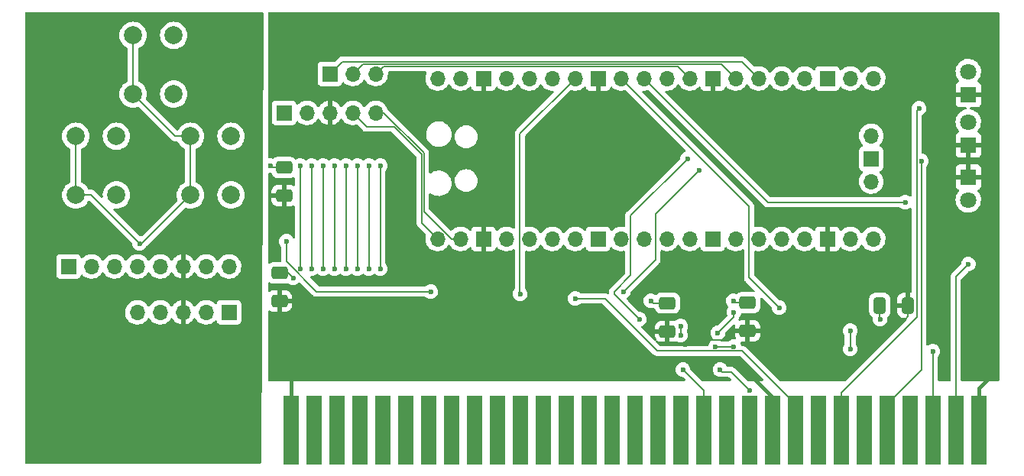
<source format=gbr>
%TF.GenerationSoftware,KiCad,Pcbnew,(6.0.5)*%
%TF.CreationDate,2022-10-23T12:56:42-05:00*%
%TF.ProjectId,ISA rev4,49534120-7265-4763-942e-6b696361645f,rev?*%
%TF.SameCoordinates,Original*%
%TF.FileFunction,Copper,L2,Bot*%
%TF.FilePolarity,Positive*%
%FSLAX46Y46*%
G04 Gerber Fmt 4.6, Leading zero omitted, Abs format (unit mm)*
G04 Created by KiCad (PCBNEW (6.0.5)) date 2022-10-23 12:56:42*
%MOMM*%
%LPD*%
G01*
G04 APERTURE LIST*
G04 Aperture macros list*
%AMRoundRect*
0 Rectangle with rounded corners*
0 $1 Rounding radius*
0 $2 $3 $4 $5 $6 $7 $8 $9 X,Y pos of 4 corners*
0 Add a 4 corners polygon primitive as box body*
4,1,4,$2,$3,$4,$5,$6,$7,$8,$9,$2,$3,0*
0 Add four circle primitives for the rounded corners*
1,1,$1+$1,$2,$3*
1,1,$1+$1,$4,$5*
1,1,$1+$1,$6,$7*
1,1,$1+$1,$8,$9*
0 Add four rect primitives between the rounded corners*
20,1,$1+$1,$2,$3,$4,$5,0*
20,1,$1+$1,$4,$5,$6,$7,0*
20,1,$1+$1,$6,$7,$8,$9,0*
20,1,$1+$1,$8,$9,$2,$3,0*%
G04 Aperture macros list end*
%TA.AperFunction,ComponentPad*%
%ADD10R,1.700000X1.700000*%
%TD*%
%TA.AperFunction,ComponentPad*%
%ADD11O,1.700000X1.700000*%
%TD*%
%TA.AperFunction,ConnectorPad*%
%ADD12R,1.780000X7.620000*%
%TD*%
%TA.AperFunction,ComponentPad*%
%ADD13C,2.000000*%
%TD*%
%TA.AperFunction,ComponentPad*%
%ADD14R,1.800000X1.800000*%
%TD*%
%TA.AperFunction,ComponentPad*%
%ADD15C,1.800000*%
%TD*%
%TA.AperFunction,SMDPad,CuDef*%
%ADD16RoundRect,0.250000X0.412500X0.650000X-0.412500X0.650000X-0.412500X-0.650000X0.412500X-0.650000X0*%
%TD*%
%TA.AperFunction,SMDPad,CuDef*%
%ADD17RoundRect,0.250000X0.650000X-0.412500X0.650000X0.412500X-0.650000X0.412500X-0.650000X-0.412500X0*%
%TD*%
%TA.AperFunction,ViaPad*%
%ADD18C,0.600000*%
%TD*%
%TA.AperFunction,Conductor*%
%ADD19C,0.127000*%
%TD*%
%TA.AperFunction,Conductor*%
%ADD20C,0.400000*%
%TD*%
%TA.AperFunction,Conductor*%
%ADD21C,0.200000*%
%TD*%
G04 APERTURE END LIST*
D10*
%TO.P,J5,1,Pin_1*%
%TO.N,Net-(J5-Pad1)*%
X113030000Y-108966000D03*
D11*
%TO.P,J5,2,Pin_2*%
%TO.N,Net-(J5-Pad2)*%
X115570000Y-108966000D03*
%TO.P,J5,3,Pin_3*%
%TO.N,Net-(J5-Pad3)*%
X118110000Y-108966000D03*
%TD*%
D10*
%TO.P,J4,1,Pin_1*%
%TO.N,Net-(J3-Pad8)*%
X101854000Y-135382000D03*
D11*
%TO.P,J4,2,Pin_2*%
%TO.N,Net-(J3-Pad7)*%
X99314000Y-135382000D03*
%TO.P,J4,3,Pin_3*%
%TO.N,/remote_GND*%
X96774000Y-135382000D03*
%TO.P,J4,4,Pin_4*%
%TO.N,Net-(J3-Pad5)*%
X94234000Y-135382000D03*
%TO.P,J4,5,Pin_5*%
%TO.N,Net-(J3-Pad4)*%
X91694000Y-135382000D03*
%TD*%
%TO.P,U6,1,GPIO0*%
%TO.N,/OLED_SDA*%
X124968000Y-127254000D03*
%TO.P,U6,2,GPIO1*%
%TO.N,/OLED_SCL*%
X127508000Y-127254000D03*
D10*
%TO.P,U6,3,GND*%
%TO.N,GND*%
X130048000Y-127254000D03*
D11*
%TO.P,U6,4,GPIO2*%
%TO.N,/PD0*%
X132588000Y-127254000D03*
%TO.P,U6,5,GPIO3*%
%TO.N,/PD1*%
X135128000Y-127254000D03*
%TO.P,U6,6,GPIO4*%
%TO.N,/PD2*%
X137668000Y-127254000D03*
%TO.P,U6,7,GPIO5*%
%TO.N,/PD3*%
X140208000Y-127254000D03*
D10*
%TO.P,U6,8,GND*%
%TO.N,unconnected-(U6-Pad8)*%
X142748000Y-127254000D03*
D11*
%TO.P,U6,9,GPIO6*%
%TO.N,/PD4*%
X145288000Y-127254000D03*
%TO.P,U6,10,GPIO7*%
%TO.N,/PD5*%
X147828000Y-127254000D03*
%TO.P,U6,11,GPIO8*%
%TO.N,/PD6*%
X150368000Y-127254000D03*
%TO.P,U6,12,GPIO9*%
%TO.N,/PD7*%
X152908000Y-127254000D03*
D10*
%TO.P,U6,13,GND*%
%TO.N,unconnected-(U6-Pad13)*%
X155448000Y-127254000D03*
D11*
%TO.P,U6,14,GPIO10*%
%TO.N,/PA0*%
X157988000Y-127254000D03*
%TO.P,U6,15,GPIO11*%
%TO.N,/PA1*%
X160528000Y-127254000D03*
%TO.P,U6,16,GPIO12*%
%TO.N,/PA2*%
X163068000Y-127254000D03*
%TO.P,U6,17,GPIO13*%
%TO.N,/PA3*%
X165608000Y-127254000D03*
D10*
%TO.P,U6,18,GND*%
%TO.N,GND*%
X168148000Y-127254000D03*
D11*
%TO.P,U6,19,GPIO14*%
%TO.N,/PA4*%
X170688000Y-127254000D03*
%TO.P,U6,20,GPIO15*%
%TO.N,/PA5*%
X173228000Y-127254000D03*
%TO.P,U6,21,GPIO16*%
%TO.N,/PA6*%
X173228000Y-109474000D03*
%TO.P,U6,22,GPIO17*%
%TO.N,/PA7*%
X170688000Y-109474000D03*
D10*
%TO.P,U6,23,GND*%
%TO.N,unconnected-(U6-Pad23)*%
X168148000Y-109474000D03*
D11*
%TO.P,U6,24,GPIO18*%
%TO.N,/bus_ready*%
X165608000Y-109474000D03*
%TO.P,U6,25,GPIO19*%
%TO.N,/CE_Byte*%
X163068000Y-109474000D03*
%TO.P,U6,26,GPIO20*%
%TO.N,Net-(J5-Pad1)*%
X160528000Y-109474000D03*
%TO.P,U6,27,GPIO21*%
%TO.N,Net-(J5-Pad2)*%
X157988000Y-109474000D03*
D10*
%TO.P,U6,28,GND*%
%TO.N,GND*%
X155448000Y-109474000D03*
D11*
%TO.P,U6,29,GPIO22*%
%TO.N,Net-(J5-Pad3)*%
X152908000Y-109474000D03*
%TO.P,U6,30,RUN*%
%TO.N,unconnected-(U6-Pad30)*%
X150368000Y-109474000D03*
%TO.P,U6,31,GPIO26_ADC0*%
%TO.N,/ISAreset*%
X147828000Y-109474000D03*
%TO.P,U6,32,GPIO27_ADC1*%
%TO.N,/+5Vmon*%
X145288000Y-109474000D03*
D10*
%TO.P,U6,33,AGND*%
%TO.N,GND*%
X142748000Y-109474000D03*
D11*
%TO.P,U6,34,GPIO28_ADC2*%
%TO.N,/+12Vmon*%
X140208000Y-109474000D03*
%TO.P,U6,35,ADC_VREF*%
%TO.N,unconnected-(U6-Pad35)*%
X137668000Y-109474000D03*
%TO.P,U6,36,3V3*%
%TO.N,+3V3*%
X135128000Y-109474000D03*
%TO.P,U6,37,3V3_EN*%
%TO.N,unconnected-(U6-Pad37)*%
X132588000Y-109474000D03*
D10*
%TO.P,U6,38,GND*%
%TO.N,GND*%
X130048000Y-109474000D03*
D11*
%TO.P,U6,39,VSYS*%
%TO.N,+5V*%
X127508000Y-109474000D03*
%TO.P,U6,40,VBUS*%
%TO.N,unconnected-(U6-Pad40)*%
X124968000Y-109474000D03*
%TO.P,U6,41,SWCLK*%
%TO.N,unconnected-(U6-Pad41)*%
X172998000Y-120904000D03*
D10*
%TO.P,U6,42,GND*%
%TO.N,unconnected-(U6-Pad42)*%
X172998000Y-118364000D03*
D11*
%TO.P,U6,43,SWDIO*%
%TO.N,unconnected-(U6-Pad43)*%
X172998000Y-115824000D03*
%TD*%
D12*
%TO.P,J1,1,GND*%
%TO.N,GND*%
X184917000Y-148463000D03*
%TO.P,J1,2,RESET*%
%TO.N,Net-(J1-Pad2)*%
X182377000Y-148463000D03*
%TO.P,J1,3,VCC*%
%TO.N,Net-(J1-Pad3)*%
X179837000Y-148463000D03*
%TO.P,J1,4,IRQ2*%
%TO.N,unconnected-(J1-Pad4)*%
X177297000Y-148463000D03*
%TO.P,J1,5,-5V*%
%TO.N,Net-(J1-Pad5)*%
X174757000Y-148463000D03*
%TO.P,J1,6,DRQ2*%
%TO.N,unconnected-(J1-Pad6)*%
X172217000Y-148463000D03*
%TO.P,J1,7,-12V*%
%TO.N,Net-(J1-Pad7)*%
X169677000Y-148463000D03*
%TO.P,J1,8,UNUSED*%
%TO.N,unconnected-(J1-Pad8)*%
X167137000Y-148463000D03*
%TO.P,J1,9,+12V*%
%TO.N,Net-(J1-Pad9)*%
X164597000Y-148463000D03*
%TO.P,J1,10,GND*%
%TO.N,GND*%
X162057000Y-148463000D03*
%TO.P,J1,11,~{SMEMW}*%
%TO.N,unconnected-(J1-Pad11)*%
X159517000Y-148463000D03*
%TO.P,J1,12,~{SMEMR}*%
%TO.N,unconnected-(J1-Pad12)*%
X156977000Y-148463000D03*
%TO.P,J1,13,~{IOW}*%
%TO.N,/IOW*%
X154437000Y-148463000D03*
%TO.P,J1,14,~{IOR}*%
%TO.N,unconnected-(J1-Pad14)*%
X151897000Y-148463000D03*
%TO.P,J1,15,~{DACK3}*%
%TO.N,unconnected-(J1-Pad15)*%
X149357000Y-148463000D03*
%TO.P,J1,16,DRQ3*%
%TO.N,unconnected-(J1-Pad16)*%
X146817000Y-148463000D03*
%TO.P,J1,17,~{DACK1}*%
%TO.N,unconnected-(J1-Pad17)*%
X144277000Y-148463000D03*
%TO.P,J1,18,DRQ1*%
%TO.N,unconnected-(J1-Pad18)*%
X141737000Y-148463000D03*
%TO.P,J1,19,~{DACK0}*%
%TO.N,unconnected-(J1-Pad19)*%
X139197000Y-148463000D03*
%TO.P,J1,20,CLK*%
%TO.N,unconnected-(J1-Pad20)*%
X136657000Y-148463000D03*
%TO.P,J1,21,IRQ7*%
%TO.N,unconnected-(J1-Pad21)*%
X134117000Y-148463000D03*
%TO.P,J1,22,IRQ6*%
%TO.N,unconnected-(J1-Pad22)*%
X131577000Y-148463000D03*
%TO.P,J1,23,IRQ5*%
%TO.N,unconnected-(J1-Pad23)*%
X129037000Y-148463000D03*
%TO.P,J1,24,IRQ4*%
%TO.N,unconnected-(J1-Pad24)*%
X126497000Y-148463000D03*
%TO.P,J1,25,IRQ3*%
%TO.N,unconnected-(J1-Pad25)*%
X123957000Y-148463000D03*
%TO.P,J1,26,~{DACK2}*%
%TO.N,unconnected-(J1-Pad26)*%
X121417000Y-148463000D03*
%TO.P,J1,27,TC*%
%TO.N,unconnected-(J1-Pad27)*%
X118877000Y-148463000D03*
%TO.P,J1,28,ALE*%
%TO.N,unconnected-(J1-Pad28)*%
X116337000Y-148463000D03*
%TO.P,J1,29,VCC*%
%TO.N,unconnected-(J1-Pad29)*%
X113797000Y-148463000D03*
%TO.P,J1,30,OSC*%
%TO.N,unconnected-(J1-Pad30)*%
X111257000Y-148463000D03*
%TO.P,J1,31,GND*%
%TO.N,GND*%
X108717000Y-148463000D03*
%TD*%
D13*
%TO.P,SW2,1,1*%
%TO.N,Net-(R13-Pad1)*%
X97572000Y-115876000D03*
X97572000Y-122376000D03*
%TO.P,SW2,2,2*%
%TO.N,Net-(J3-Pad2)*%
X102072000Y-122376000D03*
X102072000Y-115876000D03*
%TD*%
%TO.P,SW3,1,1*%
%TO.N,Net-(R13-Pad1)*%
X91222000Y-104700000D03*
X91222000Y-111200000D03*
%TO.P,SW3,2,2*%
%TO.N,Net-(J3-Pad3)*%
X95722000Y-111200000D03*
X95722000Y-104700000D03*
%TD*%
D14*
%TO.P,D2,1,K*%
%TO.N,GND*%
X183769000Y-116840000D03*
D15*
%TO.P,D2,2,A*%
%TO.N,Net-(D2-Pad2)*%
X183769000Y-114300000D03*
%TD*%
D10*
%TO.P,J3,1,Pin_1*%
%TO.N,Net-(J3-Pad1)*%
X84074000Y-130302000D03*
D11*
%TO.P,J3,2,Pin_2*%
%TO.N,Net-(J3-Pad2)*%
X86614000Y-130302000D03*
%TO.P,J3,3,Pin_3*%
%TO.N,Net-(J3-Pad3)*%
X89154000Y-130302000D03*
%TO.P,J3,4,Pin_4*%
%TO.N,Net-(J3-Pad4)*%
X91694000Y-130302000D03*
%TO.P,J3,5,Pin_5*%
%TO.N,Net-(J3-Pad5)*%
X94234000Y-130302000D03*
%TO.P,J3,6,Pin_6*%
%TO.N,/remote_GND*%
X96774000Y-130302000D03*
%TO.P,J3,7,Pin_7*%
%TO.N,Net-(J3-Pad7)*%
X99314000Y-130302000D03*
%TO.P,J3,8,Pin_8*%
%TO.N,Net-(J3-Pad8)*%
X101854000Y-130302000D03*
%TD*%
D14*
%TO.P,D3,1,K*%
%TO.N,GND*%
X183769000Y-111257000D03*
D15*
%TO.P,D3,2,A*%
%TO.N,Net-(D3-Pad2)*%
X183769000Y-108717000D03*
%TD*%
D10*
%TO.P,J2,1,Pin_1*%
%TO.N,+5V*%
X107950000Y-113284000D03*
D11*
%TO.P,J2,2,Pin_2*%
%TO.N,+3V3*%
X110490000Y-113284000D03*
%TO.P,J2,3,Pin_3*%
%TO.N,GND*%
X113030000Y-113284000D03*
%TO.P,J2,4,Pin_4*%
%TO.N,/OLED_SDA*%
X115570000Y-113284000D03*
%TO.P,J2,5,Pin_5*%
%TO.N,/OLED_SCL*%
X118110000Y-113284000D03*
%TD*%
D13*
%TO.P,SW1,1,1*%
%TO.N,Net-(R13-Pad1)*%
X84872000Y-115876000D03*
X84872000Y-122376000D03*
%TO.P,SW1,2,2*%
%TO.N,Net-(J3-Pad1)*%
X89372000Y-115876000D03*
X89372000Y-122376000D03*
%TD*%
D14*
%TO.P,D4,1,K*%
%TO.N,GND*%
X183769000Y-120396000D03*
D15*
%TO.P,D4,2,A*%
%TO.N,Net-(D4-Pad2)*%
X183769000Y-122936000D03*
%TD*%
D16*
%TO.P,C3,1*%
%TO.N,GND*%
X177076500Y-134620000D03*
%TO.P,C3,2*%
%TO.N,+3V3*%
X173951500Y-134620000D03*
%TD*%
D17*
%TO.P,C1,1*%
%TO.N,GND*%
X159323000Y-137452500D03*
%TO.P,C1,2*%
%TO.N,+3V3*%
X159323000Y-134327500D03*
%TD*%
%TO.P,C5,1*%
%TO.N,GND*%
X107442000Y-134150500D03*
%TO.P,C5,2*%
%TO.N,+3V3*%
X107442000Y-131025500D03*
%TD*%
%TO.P,C4,1*%
%TO.N,GND*%
X107950000Y-122466500D03*
%TO.P,C4,2*%
%TO.N,+3V3*%
X107950000Y-119341500D03*
%TD*%
%TO.P,C2,1*%
%TO.N,GND*%
X150433000Y-137491000D03*
%TO.P,C2,2*%
%TO.N,+3V3*%
X150433000Y-134366000D03*
%TD*%
D18*
%TO.N,GND*%
X186436000Y-142240000D03*
X169164000Y-136398000D03*
X119888000Y-124460000D03*
X147066000Y-141732000D03*
X129286000Y-133604000D03*
X147066000Y-113792000D03*
X140208000Y-137668000D03*
X169418000Y-140970000D03*
X148590000Y-137414000D03*
X152400000Y-138938000D03*
X175514000Y-136652000D03*
X147066000Y-139192000D03*
X108458000Y-120904000D03*
X119286500Y-136050500D03*
X150876000Y-113792000D03*
X180594000Y-120142000D03*
X153924000Y-113792000D03*
X148590000Y-140462000D03*
X119634000Y-122428000D03*
%TO.N,+3V3*%
X108966000Y-131572000D03*
X170688000Y-137414000D03*
X157734000Y-134112000D03*
X173990000Y-136144000D03*
X148590000Y-134112000D03*
X170688000Y-139446000D03*
X106426000Y-119126000D03*
%TO.N,/+12Vmon*%
X134112000Y-133350000D03*
%TO.N,/+5Vmon*%
X162814000Y-134874000D03*
%TO.N,/ISAreset*%
X176784000Y-123190000D03*
%TO.N,Net-(J1-Pad2)*%
X183769000Y-130048000D03*
%TO.N,Net-(J1-Pad3)*%
X179832000Y-139700000D03*
%TO.N,Net-(J1-Pad5)*%
X178562000Y-118618000D03*
%TO.N,Net-(J1-Pad7)*%
X178308000Y-112776000D03*
%TO.N,Net-(J1-Pad9)*%
X140208000Y-133858000D03*
%TO.N,/IOW*%
X151892000Y-136906000D03*
X151892000Y-137922000D03*
X152146000Y-141732000D03*
%TO.N,Net-(J1-Pad42)*%
X159512000Y-144018000D03*
X156275000Y-141732000D03*
%TO.N,Net-(R13-Pad1)*%
X91948000Y-127762000D03*
%TO.N,Net-(U1-Pad10)*%
X155767000Y-139192000D03*
X157799000Y-139192000D03*
%TO.N,Net-(U1-Pad13)*%
X156021000Y-137668000D03*
X157799000Y-135382000D03*
%TO.N,/bus_ready*%
X145542000Y-133096000D03*
X153924000Y-119634000D03*
%TO.N,/CE_Byte*%
X124206000Y-133096000D03*
X147320000Y-136144000D03*
X152654000Y-118364000D03*
X108204000Y-127508000D03*
%TO.N,/PA7*%
X118618000Y-130556000D03*
X118618000Y-119126000D03*
%TO.N,/PA6*%
X117348000Y-119126000D03*
X117348000Y-130556000D03*
%TO.N,/PA5*%
X116078000Y-119126000D03*
X116078000Y-130556000D03*
%TO.N,/PA4*%
X114808000Y-119126000D03*
X114808000Y-130556000D03*
%TO.N,/PA3*%
X113538000Y-119126000D03*
X113538000Y-130556000D03*
%TO.N,/PA2*%
X112268000Y-130556000D03*
X112268000Y-119126000D03*
%TO.N,/PA1*%
X110998000Y-119126000D03*
X110998000Y-130556000D03*
%TO.N,/PA0*%
X109728000Y-119126000D03*
X109728000Y-130556000D03*
%TD*%
D19*
%TO.N,GND*%
X157441500Y-137452500D02*
X156464000Y-138430000D01*
X176784000Y-136144000D02*
X176530000Y-136144000D01*
X152908000Y-138430000D02*
X152400000Y-138938000D01*
X176530000Y-136144000D02*
X176022000Y-136652000D01*
X150433000Y-137491000D02*
X149021000Y-137491000D01*
X176022000Y-136652000D02*
X175514000Y-136652000D01*
X107442000Y-134150500D02*
X108750500Y-134150500D01*
D20*
X184917000Y-143759000D02*
X186436000Y-142240000D01*
X108717000Y-148463000D02*
X108717000Y-141991000D01*
D19*
X107950000Y-122466500D02*
X107950000Y-121412000D01*
X177076500Y-135851500D02*
X176784000Y-136144000D01*
D20*
X184917000Y-148463000D02*
X184917000Y-143759000D01*
D19*
X149021000Y-137491000D02*
X148944000Y-137414000D01*
X156464000Y-138430000D02*
X152908000Y-138430000D01*
X108750500Y-134150500D02*
X108966000Y-134366000D01*
D20*
X162057000Y-148463000D02*
X162057000Y-144785000D01*
D19*
X107950000Y-121412000D02*
X108458000Y-120904000D01*
X177076500Y-134620000D02*
X177076500Y-135851500D01*
X159323000Y-137452500D02*
X157441500Y-137452500D01*
X148944000Y-137414000D02*
X148590000Y-137414000D01*
D20*
X162057000Y-144785000D02*
X159766000Y-142494000D01*
D19*
%TO.N,+3V3*%
X173951500Y-136105500D02*
X173990000Y-136144000D01*
X150433000Y-134366000D02*
X148844000Y-134366000D01*
X159323000Y-134327500D02*
X157949500Y-134327500D01*
X108419500Y-131025500D02*
X108966000Y-131572000D01*
X107442000Y-131025500D02*
X108419500Y-131025500D01*
X173951500Y-134620000D02*
X173951500Y-136105500D01*
X106641500Y-119341500D02*
X106426000Y-119126000D01*
D21*
X170688000Y-137414000D02*
X170688000Y-139446000D01*
D19*
X107950000Y-119341500D02*
X106641500Y-119341500D01*
X148844000Y-134366000D02*
X148590000Y-134112000D01*
X157949500Y-134327500D02*
X157734000Y-134112000D01*
%TO.N,/+12Vmon*%
X134112000Y-133350000D02*
X134087989Y-133325989D01*
X134087989Y-133325989D02*
X134087989Y-115594011D01*
X134087989Y-115594011D02*
X140208000Y-109474000D01*
%TO.N,/+5Vmon*%
X162814000Y-134874000D02*
X159487989Y-131547989D01*
X159487989Y-123673989D02*
X145288000Y-109474000D01*
X159487989Y-131547989D02*
X159487989Y-123673989D01*
%TO.N,/ISAreset*%
X161544000Y-123190000D02*
X147828000Y-109474000D01*
X176784000Y-123190000D02*
X161544000Y-123190000D01*
%TO.N,Net-(J1-Pad2)*%
X182372000Y-131445000D02*
X182372000Y-133848000D01*
X182372000Y-133848000D02*
X182377000Y-133853000D01*
X182377000Y-148463000D02*
X182377000Y-133853000D01*
X183769000Y-130048000D02*
X182372000Y-131445000D01*
%TO.N,Net-(J1-Pad3)*%
X179837000Y-139705000D02*
X179832000Y-139700000D01*
X179837000Y-148463000D02*
X179837000Y-139705000D01*
%TO.N,Net-(J1-Pad5)*%
X174757000Y-148463000D02*
X174757000Y-145543000D01*
X174757000Y-145543000D02*
X178562000Y-141738000D01*
X178562000Y-141738000D02*
X178562000Y-118618000D01*
%TO.N,Net-(J1-Pad7)*%
X178054000Y-135890000D02*
X178054000Y-113030000D01*
X169677000Y-148463000D02*
X169677000Y-144267000D01*
X169677000Y-144267000D02*
X178054000Y-135890000D01*
X178054000Y-113030000D02*
X178308000Y-112776000D01*
%TO.N,Net-(J1-Pad9)*%
X164597000Y-145543000D02*
X158736011Y-139682011D01*
X143510000Y-133858000D02*
X140208000Y-133858000D01*
X149334011Y-139682011D02*
X143510000Y-133858000D01*
X158736011Y-139682011D02*
X149334011Y-139682011D01*
X164597000Y-148463000D02*
X164597000Y-145543000D01*
%TO.N,/IOW*%
X154437000Y-144023000D02*
X154437000Y-148463000D01*
X151892000Y-136906000D02*
X151892000Y-137922000D01*
X152146000Y-141732000D02*
X154437000Y-144023000D01*
%TO.N,Net-(J1-Pad42)*%
X156529000Y-141986000D02*
X157480000Y-141986000D01*
X156529000Y-141986000D02*
X156275000Y-141732000D01*
X157480000Y-141986000D02*
X159512000Y-144018000D01*
%TO.N,/OLED_SDA*%
X123190000Y-125476000D02*
X123190000Y-117856000D01*
X124968000Y-127254000D02*
X123190000Y-125476000D01*
X117094000Y-114808000D02*
X115570000Y-113284000D01*
X123190000Y-117856000D02*
X120142000Y-114808000D01*
X120142000Y-114808000D02*
X117094000Y-114808000D01*
%TO.N,/OLED_SCL*%
X119008472Y-113284000D02*
X118110000Y-113284000D01*
X126492000Y-127254000D02*
X123443520Y-124205520D01*
X123443520Y-124205520D02*
X123443520Y-117750989D01*
X127508000Y-127254000D02*
X126492000Y-127254000D01*
X123443520Y-117750989D02*
X118976531Y-113284000D01*
X118976531Y-113284000D02*
X118110000Y-113284000D01*
%TO.N,Net-(J5-Pad1)*%
X114387040Y-107608960D02*
X158662960Y-107608960D01*
X158662960Y-107608960D02*
X160528000Y-109474000D01*
X113030000Y-108966000D02*
X114387040Y-107608960D01*
%TO.N,Net-(J5-Pad2)*%
X156376480Y-107862480D02*
X157988000Y-109474000D01*
X116673520Y-107862480D02*
X156376480Y-107862480D01*
X115570000Y-108966000D02*
X116673520Y-107862480D01*
%TO.N,Net-(J5-Pad3)*%
X118110000Y-108966000D02*
X118960000Y-108116000D01*
X118960000Y-108116000D02*
X151550000Y-108116000D01*
X151550000Y-108116000D02*
X152908000Y-109474000D01*
%TO.N,Net-(R13-Pad1)*%
X84872000Y-122376000D02*
X84872000Y-115876000D01*
X97572000Y-122376000D02*
X97572000Y-115876000D01*
X92186000Y-127762000D02*
X97572000Y-122376000D01*
X91948000Y-127762000D02*
X92186000Y-127762000D01*
X97572000Y-115876000D02*
X95898000Y-115876000D01*
X86562000Y-122376000D02*
X84872000Y-122376000D01*
X95898000Y-115876000D02*
X91222000Y-111200000D01*
X91948000Y-127762000D02*
X86562000Y-122376000D01*
X91222000Y-111200000D02*
X91222000Y-104700000D01*
%TO.N,Net-(U1-Pad10)*%
X155767000Y-139192000D02*
X157799000Y-139192000D01*
%TO.N,Net-(U1-Pad13)*%
X156021000Y-137668000D02*
X157799000Y-135890000D01*
X157799000Y-135890000D02*
X157799000Y-135382000D01*
%TO.N,/bus_ready*%
X149098000Y-129540000D02*
X149098000Y-124460000D01*
X145542000Y-133096000D02*
X149098000Y-129540000D01*
X149098000Y-124460000D02*
X153924000Y-119634000D01*
%TO.N,/CE_Byte*%
X146328011Y-124689989D02*
X152654000Y-118364000D01*
X144526000Y-133350000D02*
X144526000Y-133096000D01*
X144526000Y-133096000D02*
X146328011Y-131293989D01*
X111575019Y-133096000D02*
X108204000Y-129724981D01*
X124206000Y-133096000D02*
X111575019Y-133096000D01*
X147320000Y-136144000D02*
X144526000Y-133350000D01*
X108204000Y-129724981D02*
X108204000Y-127508000D01*
X146328011Y-131293989D02*
X146328011Y-124689989D01*
%TO.N,/PA7*%
X118618000Y-119126000D02*
X118618000Y-130556000D01*
%TO.N,/PA6*%
X117348000Y-119126000D02*
X117348000Y-130556000D01*
%TO.N,/PA5*%
X116078000Y-119126000D02*
X116078000Y-130556000D01*
%TO.N,/PA4*%
X114808000Y-119126000D02*
X114808000Y-130556000D01*
%TO.N,/PA3*%
X113538000Y-119126000D02*
X113538000Y-130556000D01*
%TO.N,/PA2*%
X112268000Y-119126000D02*
X112268000Y-130556000D01*
%TO.N,/PA1*%
X110998000Y-119126000D02*
X110998000Y-130556000D01*
%TO.N,/PA0*%
X109728000Y-119126000D02*
X109728000Y-130556000D01*
%TD*%
%TA.AperFunction,Conductor*%
%TO.N,/remote_GND*%
G36*
X105604208Y-102128502D02*
G01*
X105650701Y-102182158D01*
X105662085Y-102235132D01*
X105488814Y-136716025D01*
X105411909Y-152020133D01*
X105391565Y-152088153D01*
X105337677Y-152134375D01*
X105285911Y-152145500D01*
X79374500Y-152145500D01*
X79306379Y-152125498D01*
X79259886Y-152071842D01*
X79248500Y-152019500D01*
X79248500Y-135348695D01*
X90331251Y-135348695D01*
X90344110Y-135571715D01*
X90345247Y-135576761D01*
X90345248Y-135576767D01*
X90366275Y-135670069D01*
X90393222Y-135789639D01*
X90477266Y-135996616D01*
X90514685Y-136057678D01*
X90591291Y-136182688D01*
X90593987Y-136187088D01*
X90740250Y-136355938D01*
X90912126Y-136498632D01*
X91105000Y-136611338D01*
X91313692Y-136691030D01*
X91318760Y-136692061D01*
X91318763Y-136692062D01*
X91413862Y-136711410D01*
X91532597Y-136735567D01*
X91537772Y-136735757D01*
X91537774Y-136735757D01*
X91750673Y-136743564D01*
X91750677Y-136743564D01*
X91755837Y-136743753D01*
X91760957Y-136743097D01*
X91760959Y-136743097D01*
X91972288Y-136716025D01*
X91972289Y-136716025D01*
X91977416Y-136715368D01*
X91982366Y-136713883D01*
X92186429Y-136652661D01*
X92186434Y-136652659D01*
X92191384Y-136651174D01*
X92391994Y-136552896D01*
X92573860Y-136423173D01*
X92732096Y-136265489D01*
X92791594Y-136182689D01*
X92862453Y-136084077D01*
X92863776Y-136085028D01*
X92910645Y-136041857D01*
X92980580Y-136029625D01*
X93046026Y-136057144D01*
X93073875Y-136088994D01*
X93133987Y-136187088D01*
X93280250Y-136355938D01*
X93452126Y-136498632D01*
X93645000Y-136611338D01*
X93853692Y-136691030D01*
X93858760Y-136692061D01*
X93858763Y-136692062D01*
X93953862Y-136711410D01*
X94072597Y-136735567D01*
X94077772Y-136735757D01*
X94077774Y-136735757D01*
X94290673Y-136743564D01*
X94290677Y-136743564D01*
X94295837Y-136743753D01*
X94300957Y-136743097D01*
X94300959Y-136743097D01*
X94512288Y-136716025D01*
X94512289Y-136716025D01*
X94517416Y-136715368D01*
X94522366Y-136713883D01*
X94726429Y-136652661D01*
X94726434Y-136652659D01*
X94731384Y-136651174D01*
X94931994Y-136552896D01*
X95113860Y-136423173D01*
X95272096Y-136265489D01*
X95331594Y-136182689D01*
X95402453Y-136084077D01*
X95403640Y-136084930D01*
X95450960Y-136041362D01*
X95520897Y-136029145D01*
X95586338Y-136056678D01*
X95614166Y-136088511D01*
X95671694Y-136182388D01*
X95677777Y-136190699D01*
X95817213Y-136351667D01*
X95824580Y-136358883D01*
X95988434Y-136494916D01*
X95996881Y-136500831D01*
X96180756Y-136608279D01*
X96190042Y-136612729D01*
X96389001Y-136688703D01*
X96398899Y-136691579D01*
X96502250Y-136712606D01*
X96516299Y-136711410D01*
X96520000Y-136701065D01*
X96520000Y-136700517D01*
X97028000Y-136700517D01*
X97032064Y-136714359D01*
X97045478Y-136716393D01*
X97052184Y-136715534D01*
X97062262Y-136713392D01*
X97266255Y-136652191D01*
X97275842Y-136648433D01*
X97467095Y-136554739D01*
X97475945Y-136549464D01*
X97649328Y-136425792D01*
X97657200Y-136419139D01*
X97808052Y-136268812D01*
X97814730Y-136260965D01*
X97942022Y-136083819D01*
X97943279Y-136084722D01*
X97990373Y-136041362D01*
X98060311Y-136029145D01*
X98125751Y-136056678D01*
X98153579Y-136088511D01*
X98213987Y-136187088D01*
X98360250Y-136355938D01*
X98532126Y-136498632D01*
X98725000Y-136611338D01*
X98933692Y-136691030D01*
X98938760Y-136692061D01*
X98938763Y-136692062D01*
X99033862Y-136711410D01*
X99152597Y-136735567D01*
X99157772Y-136735757D01*
X99157774Y-136735757D01*
X99370673Y-136743564D01*
X99370677Y-136743564D01*
X99375837Y-136743753D01*
X99380957Y-136743097D01*
X99380959Y-136743097D01*
X99592288Y-136716025D01*
X99592289Y-136716025D01*
X99597416Y-136715368D01*
X99602366Y-136713883D01*
X99806429Y-136652661D01*
X99806434Y-136652659D01*
X99811384Y-136651174D01*
X100011994Y-136552896D01*
X100193860Y-136423173D01*
X100302091Y-136315319D01*
X100364462Y-136281404D01*
X100435268Y-136286592D01*
X100492030Y-136329238D01*
X100509012Y-136360341D01*
X100553385Y-136478705D01*
X100640739Y-136595261D01*
X100757295Y-136682615D01*
X100893684Y-136733745D01*
X100955866Y-136740500D01*
X102752134Y-136740500D01*
X102814316Y-136733745D01*
X102950705Y-136682615D01*
X103067261Y-136595261D01*
X103154615Y-136478705D01*
X103205745Y-136342316D01*
X103212500Y-136280134D01*
X103212500Y-134483866D01*
X103205745Y-134421684D01*
X103154615Y-134285295D01*
X103067261Y-134168739D01*
X102950705Y-134081385D01*
X102814316Y-134030255D01*
X102752134Y-134023500D01*
X100955866Y-134023500D01*
X100893684Y-134030255D01*
X100757295Y-134081385D01*
X100640739Y-134168739D01*
X100553385Y-134285295D01*
X100550233Y-134293703D01*
X100508919Y-134403907D01*
X100466277Y-134460671D01*
X100399716Y-134485371D01*
X100330367Y-134470163D01*
X100297743Y-134444476D01*
X100247151Y-134388875D01*
X100247142Y-134388866D01*
X100243670Y-134385051D01*
X100239619Y-134381852D01*
X100239615Y-134381848D01*
X100072414Y-134249800D01*
X100072410Y-134249798D01*
X100068359Y-134246598D01*
X100032028Y-134226542D01*
X100016136Y-134217769D01*
X99872789Y-134138638D01*
X99867920Y-134136914D01*
X99867916Y-134136912D01*
X99667087Y-134065795D01*
X99667083Y-134065794D01*
X99662212Y-134064069D01*
X99657119Y-134063162D01*
X99657116Y-134063161D01*
X99447373Y-134025800D01*
X99447367Y-134025799D01*
X99442284Y-134024894D01*
X99368452Y-134023992D01*
X99224081Y-134022228D01*
X99224079Y-134022228D01*
X99218911Y-134022165D01*
X98998091Y-134055955D01*
X98785756Y-134125357D01*
X98587607Y-134228507D01*
X98583474Y-134231610D01*
X98583471Y-134231612D01*
X98413100Y-134359530D01*
X98408965Y-134362635D01*
X98383541Y-134389240D01*
X98315280Y-134460671D01*
X98254629Y-134524138D01*
X98147204Y-134681618D01*
X98146898Y-134682066D01*
X98091987Y-134727069D01*
X98021462Y-134735240D01*
X97957715Y-134703986D01*
X97937018Y-134679502D01*
X97856426Y-134554926D01*
X97850136Y-134546757D01*
X97706806Y-134389240D01*
X97699273Y-134382215D01*
X97532139Y-134250222D01*
X97523552Y-134244517D01*
X97337117Y-134141599D01*
X97327705Y-134137369D01*
X97126959Y-134066280D01*
X97116988Y-134063646D01*
X97045837Y-134050972D01*
X97032540Y-134052432D01*
X97028000Y-134066989D01*
X97028000Y-136700517D01*
X96520000Y-136700517D01*
X96520000Y-134065102D01*
X96516082Y-134051758D01*
X96501806Y-134049771D01*
X96463324Y-134055660D01*
X96453288Y-134058051D01*
X96250868Y-134124212D01*
X96241359Y-134128209D01*
X96052463Y-134226542D01*
X96043738Y-134232036D01*
X95873433Y-134359905D01*
X95865726Y-134366748D01*
X95718590Y-134520717D01*
X95712109Y-134528722D01*
X95607498Y-134682074D01*
X95552587Y-134727076D01*
X95482062Y-134735247D01*
X95418315Y-134703993D01*
X95397618Y-134679509D01*
X95316822Y-134554617D01*
X95316820Y-134554614D01*
X95314014Y-134550277D01*
X95163670Y-134385051D01*
X95159619Y-134381852D01*
X95159615Y-134381848D01*
X94992414Y-134249800D01*
X94992410Y-134249798D01*
X94988359Y-134246598D01*
X94952028Y-134226542D01*
X94936136Y-134217769D01*
X94792789Y-134138638D01*
X94787920Y-134136914D01*
X94787916Y-134136912D01*
X94587087Y-134065795D01*
X94587083Y-134065794D01*
X94582212Y-134064069D01*
X94577119Y-134063162D01*
X94577116Y-134063161D01*
X94367373Y-134025800D01*
X94367367Y-134025799D01*
X94362284Y-134024894D01*
X94288452Y-134023992D01*
X94144081Y-134022228D01*
X94144079Y-134022228D01*
X94138911Y-134022165D01*
X93918091Y-134055955D01*
X93705756Y-134125357D01*
X93507607Y-134228507D01*
X93503474Y-134231610D01*
X93503471Y-134231612D01*
X93333100Y-134359530D01*
X93328965Y-134362635D01*
X93303541Y-134389240D01*
X93235280Y-134460671D01*
X93174629Y-134524138D01*
X93067201Y-134681621D01*
X93012293Y-134726621D01*
X92941768Y-134734792D01*
X92878021Y-134703538D01*
X92857324Y-134679054D01*
X92776822Y-134554617D01*
X92776820Y-134554614D01*
X92774014Y-134550277D01*
X92623670Y-134385051D01*
X92619619Y-134381852D01*
X92619615Y-134381848D01*
X92452414Y-134249800D01*
X92452410Y-134249798D01*
X92448359Y-134246598D01*
X92412028Y-134226542D01*
X92396136Y-134217769D01*
X92252789Y-134138638D01*
X92247920Y-134136914D01*
X92247916Y-134136912D01*
X92047087Y-134065795D01*
X92047083Y-134065794D01*
X92042212Y-134064069D01*
X92037119Y-134063162D01*
X92037116Y-134063161D01*
X91827373Y-134025800D01*
X91827367Y-134025799D01*
X91822284Y-134024894D01*
X91748452Y-134023992D01*
X91604081Y-134022228D01*
X91604079Y-134022228D01*
X91598911Y-134022165D01*
X91378091Y-134055955D01*
X91165756Y-134125357D01*
X90967607Y-134228507D01*
X90963474Y-134231610D01*
X90963471Y-134231612D01*
X90793100Y-134359530D01*
X90788965Y-134362635D01*
X90763541Y-134389240D01*
X90695280Y-134460671D01*
X90634629Y-134524138D01*
X90508743Y-134708680D01*
X90414688Y-134911305D01*
X90354989Y-135126570D01*
X90331251Y-135348695D01*
X79248500Y-135348695D01*
X79248500Y-131200134D01*
X82715500Y-131200134D01*
X82722255Y-131262316D01*
X82773385Y-131398705D01*
X82860739Y-131515261D01*
X82977295Y-131602615D01*
X83113684Y-131653745D01*
X83175866Y-131660500D01*
X84972134Y-131660500D01*
X85034316Y-131653745D01*
X85170705Y-131602615D01*
X85287261Y-131515261D01*
X85374615Y-131398705D01*
X85396799Y-131339529D01*
X85418598Y-131281382D01*
X85461240Y-131224618D01*
X85527802Y-131199918D01*
X85597150Y-131215126D01*
X85631817Y-131243114D01*
X85660250Y-131275938D01*
X85832126Y-131418632D01*
X86025000Y-131531338D01*
X86233692Y-131611030D01*
X86238760Y-131612061D01*
X86238763Y-131612062D01*
X86333862Y-131631410D01*
X86452597Y-131655567D01*
X86457772Y-131655757D01*
X86457774Y-131655757D01*
X86670673Y-131663564D01*
X86670677Y-131663564D01*
X86675837Y-131663753D01*
X86680957Y-131663097D01*
X86680959Y-131663097D01*
X86892288Y-131636025D01*
X86892289Y-131636025D01*
X86897416Y-131635368D01*
X86902366Y-131633883D01*
X87106429Y-131572661D01*
X87106434Y-131572659D01*
X87111384Y-131571174D01*
X87311994Y-131472896D01*
X87493860Y-131343173D01*
X87652096Y-131185489D01*
X87782453Y-131004077D01*
X87783776Y-131005028D01*
X87830645Y-130961857D01*
X87900580Y-130949625D01*
X87966026Y-130977144D01*
X87993875Y-131008994D01*
X88053987Y-131107088D01*
X88200250Y-131275938D01*
X88372126Y-131418632D01*
X88565000Y-131531338D01*
X88773692Y-131611030D01*
X88778760Y-131612061D01*
X88778763Y-131612062D01*
X88873862Y-131631410D01*
X88992597Y-131655567D01*
X88997772Y-131655757D01*
X88997774Y-131655757D01*
X89210673Y-131663564D01*
X89210677Y-131663564D01*
X89215837Y-131663753D01*
X89220957Y-131663097D01*
X89220959Y-131663097D01*
X89432288Y-131636025D01*
X89432289Y-131636025D01*
X89437416Y-131635368D01*
X89442366Y-131633883D01*
X89646429Y-131572661D01*
X89646434Y-131572659D01*
X89651384Y-131571174D01*
X89851994Y-131472896D01*
X90033860Y-131343173D01*
X90192096Y-131185489D01*
X90322453Y-131004077D01*
X90323776Y-131005028D01*
X90370645Y-130961857D01*
X90440580Y-130949625D01*
X90506026Y-130977144D01*
X90533875Y-131008994D01*
X90593987Y-131107088D01*
X90740250Y-131275938D01*
X90912126Y-131418632D01*
X91105000Y-131531338D01*
X91313692Y-131611030D01*
X91318760Y-131612061D01*
X91318763Y-131612062D01*
X91413862Y-131631410D01*
X91532597Y-131655567D01*
X91537772Y-131655757D01*
X91537774Y-131655757D01*
X91750673Y-131663564D01*
X91750677Y-131663564D01*
X91755837Y-131663753D01*
X91760957Y-131663097D01*
X91760959Y-131663097D01*
X91972288Y-131636025D01*
X91972289Y-131636025D01*
X91977416Y-131635368D01*
X91982366Y-131633883D01*
X92186429Y-131572661D01*
X92186434Y-131572659D01*
X92191384Y-131571174D01*
X92391994Y-131472896D01*
X92573860Y-131343173D01*
X92732096Y-131185489D01*
X92862453Y-131004077D01*
X92863776Y-131005028D01*
X92910645Y-130961857D01*
X92980580Y-130949625D01*
X93046026Y-130977144D01*
X93073875Y-131008994D01*
X93133987Y-131107088D01*
X93280250Y-131275938D01*
X93452126Y-131418632D01*
X93645000Y-131531338D01*
X93853692Y-131611030D01*
X93858760Y-131612061D01*
X93858763Y-131612062D01*
X93953862Y-131631410D01*
X94072597Y-131655567D01*
X94077772Y-131655757D01*
X94077774Y-131655757D01*
X94290673Y-131663564D01*
X94290677Y-131663564D01*
X94295837Y-131663753D01*
X94300957Y-131663097D01*
X94300959Y-131663097D01*
X94512288Y-131636025D01*
X94512289Y-131636025D01*
X94517416Y-131635368D01*
X94522366Y-131633883D01*
X94726429Y-131572661D01*
X94726434Y-131572659D01*
X94731384Y-131571174D01*
X94931994Y-131472896D01*
X95113860Y-131343173D01*
X95272096Y-131185489D01*
X95402453Y-131004077D01*
X95403640Y-131004930D01*
X95450960Y-130961362D01*
X95520897Y-130949145D01*
X95586338Y-130976678D01*
X95614166Y-131008511D01*
X95671694Y-131102388D01*
X95677777Y-131110699D01*
X95817213Y-131271667D01*
X95824580Y-131278883D01*
X95988434Y-131414916D01*
X95996881Y-131420831D01*
X96180756Y-131528279D01*
X96190042Y-131532729D01*
X96389001Y-131608703D01*
X96398899Y-131611579D01*
X96502250Y-131632606D01*
X96516299Y-131631410D01*
X96520000Y-131621065D01*
X96520000Y-131620517D01*
X97028000Y-131620517D01*
X97032064Y-131634359D01*
X97045478Y-131636393D01*
X97052184Y-131635534D01*
X97062262Y-131633392D01*
X97266255Y-131572191D01*
X97275842Y-131568433D01*
X97467095Y-131474739D01*
X97475945Y-131469464D01*
X97649328Y-131345792D01*
X97657200Y-131339139D01*
X97808052Y-131188812D01*
X97814730Y-131180965D01*
X97942022Y-131003819D01*
X97943279Y-131004722D01*
X97990373Y-130961362D01*
X98060311Y-130949145D01*
X98125751Y-130976678D01*
X98153579Y-131008511D01*
X98213987Y-131107088D01*
X98360250Y-131275938D01*
X98532126Y-131418632D01*
X98725000Y-131531338D01*
X98933692Y-131611030D01*
X98938760Y-131612061D01*
X98938763Y-131612062D01*
X99033862Y-131631410D01*
X99152597Y-131655567D01*
X99157772Y-131655757D01*
X99157774Y-131655757D01*
X99370673Y-131663564D01*
X99370677Y-131663564D01*
X99375837Y-131663753D01*
X99380957Y-131663097D01*
X99380959Y-131663097D01*
X99592288Y-131636025D01*
X99592289Y-131636025D01*
X99597416Y-131635368D01*
X99602366Y-131633883D01*
X99806429Y-131572661D01*
X99806434Y-131572659D01*
X99811384Y-131571174D01*
X100011994Y-131472896D01*
X100193860Y-131343173D01*
X100352096Y-131185489D01*
X100482453Y-131004077D01*
X100483776Y-131005028D01*
X100530645Y-130961857D01*
X100600580Y-130949625D01*
X100666026Y-130977144D01*
X100693875Y-131008994D01*
X100753987Y-131107088D01*
X100900250Y-131275938D01*
X101072126Y-131418632D01*
X101265000Y-131531338D01*
X101473692Y-131611030D01*
X101478760Y-131612061D01*
X101478763Y-131612062D01*
X101573862Y-131631410D01*
X101692597Y-131655567D01*
X101697772Y-131655757D01*
X101697774Y-131655757D01*
X101910673Y-131663564D01*
X101910677Y-131663564D01*
X101915837Y-131663753D01*
X101920957Y-131663097D01*
X101920959Y-131663097D01*
X102132288Y-131636025D01*
X102132289Y-131636025D01*
X102137416Y-131635368D01*
X102142366Y-131633883D01*
X102346429Y-131572661D01*
X102346434Y-131572659D01*
X102351384Y-131571174D01*
X102551994Y-131472896D01*
X102733860Y-131343173D01*
X102892096Y-131185489D01*
X103022453Y-131004077D01*
X103035995Y-130976678D01*
X103119136Y-130808453D01*
X103119137Y-130808451D01*
X103121430Y-130803811D01*
X103186370Y-130590069D01*
X103215529Y-130368590D01*
X103217156Y-130302000D01*
X103198852Y-130079361D01*
X103144431Y-129862702D01*
X103055354Y-129657840D01*
X102934014Y-129470277D01*
X102783670Y-129305051D01*
X102779619Y-129301852D01*
X102779615Y-129301848D01*
X102612414Y-129169800D01*
X102612410Y-129169798D01*
X102608359Y-129166598D01*
X102572028Y-129146542D01*
X102556136Y-129137769D01*
X102412789Y-129058638D01*
X102407920Y-129056914D01*
X102407916Y-129056912D01*
X102207087Y-128985795D01*
X102207083Y-128985794D01*
X102202212Y-128984069D01*
X102197119Y-128983162D01*
X102197116Y-128983161D01*
X101987373Y-128945800D01*
X101987367Y-128945799D01*
X101982284Y-128944894D01*
X101908452Y-128943992D01*
X101764081Y-128942228D01*
X101764079Y-128942228D01*
X101758911Y-128942165D01*
X101538091Y-128975955D01*
X101325756Y-129045357D01*
X101127607Y-129148507D01*
X101123474Y-129151610D01*
X101123471Y-129151612D01*
X100953100Y-129279530D01*
X100948965Y-129282635D01*
X100945393Y-129286373D01*
X100837729Y-129399037D01*
X100794629Y-129444138D01*
X100687201Y-129601621D01*
X100632293Y-129646621D01*
X100561768Y-129654792D01*
X100498021Y-129623538D01*
X100477324Y-129599054D01*
X100396822Y-129474617D01*
X100396820Y-129474614D01*
X100394014Y-129470277D01*
X100243670Y-129305051D01*
X100239619Y-129301852D01*
X100239615Y-129301848D01*
X100072414Y-129169800D01*
X100072410Y-129169798D01*
X100068359Y-129166598D01*
X100032028Y-129146542D01*
X100016136Y-129137769D01*
X99872789Y-129058638D01*
X99867920Y-129056914D01*
X99867916Y-129056912D01*
X99667087Y-128985795D01*
X99667083Y-128985794D01*
X99662212Y-128984069D01*
X99657119Y-128983162D01*
X99657116Y-128983161D01*
X99447373Y-128945800D01*
X99447367Y-128945799D01*
X99442284Y-128944894D01*
X99368452Y-128943992D01*
X99224081Y-128942228D01*
X99224079Y-128942228D01*
X99218911Y-128942165D01*
X98998091Y-128975955D01*
X98785756Y-129045357D01*
X98587607Y-129148507D01*
X98583474Y-129151610D01*
X98583471Y-129151612D01*
X98413100Y-129279530D01*
X98408965Y-129282635D01*
X98405393Y-129286373D01*
X98297729Y-129399037D01*
X98254629Y-129444138D01*
X98147204Y-129601618D01*
X98146898Y-129602066D01*
X98091987Y-129647069D01*
X98021462Y-129655240D01*
X97957715Y-129623986D01*
X97937018Y-129599502D01*
X97856426Y-129474926D01*
X97850136Y-129466757D01*
X97706806Y-129309240D01*
X97699273Y-129302215D01*
X97532139Y-129170222D01*
X97523552Y-129164517D01*
X97337117Y-129061599D01*
X97327705Y-129057369D01*
X97126959Y-128986280D01*
X97116988Y-128983646D01*
X97045837Y-128970972D01*
X97032540Y-128972432D01*
X97028000Y-128986989D01*
X97028000Y-131620517D01*
X96520000Y-131620517D01*
X96520000Y-128985102D01*
X96516082Y-128971758D01*
X96501806Y-128969771D01*
X96463324Y-128975660D01*
X96453288Y-128978051D01*
X96250868Y-129044212D01*
X96241359Y-129048209D01*
X96052463Y-129146542D01*
X96043738Y-129152036D01*
X95873433Y-129279905D01*
X95865726Y-129286748D01*
X95718590Y-129440717D01*
X95712109Y-129448722D01*
X95607498Y-129602074D01*
X95552587Y-129647076D01*
X95482062Y-129655247D01*
X95418315Y-129623993D01*
X95397618Y-129599509D01*
X95316822Y-129474617D01*
X95316820Y-129474614D01*
X95314014Y-129470277D01*
X95163670Y-129305051D01*
X95159619Y-129301852D01*
X95159615Y-129301848D01*
X94992414Y-129169800D01*
X94992410Y-129169798D01*
X94988359Y-129166598D01*
X94952028Y-129146542D01*
X94936136Y-129137769D01*
X94792789Y-129058638D01*
X94787920Y-129056914D01*
X94787916Y-129056912D01*
X94587087Y-128985795D01*
X94587083Y-128985794D01*
X94582212Y-128984069D01*
X94577119Y-128983162D01*
X94577116Y-128983161D01*
X94367373Y-128945800D01*
X94367367Y-128945799D01*
X94362284Y-128944894D01*
X94288452Y-128943992D01*
X94144081Y-128942228D01*
X94144079Y-128942228D01*
X94138911Y-128942165D01*
X93918091Y-128975955D01*
X93705756Y-129045357D01*
X93507607Y-129148507D01*
X93503474Y-129151610D01*
X93503471Y-129151612D01*
X93333100Y-129279530D01*
X93328965Y-129282635D01*
X93325393Y-129286373D01*
X93217729Y-129399037D01*
X93174629Y-129444138D01*
X93067201Y-129601621D01*
X93012293Y-129646621D01*
X92941768Y-129654792D01*
X92878021Y-129623538D01*
X92857324Y-129599054D01*
X92776822Y-129474617D01*
X92776820Y-129474614D01*
X92774014Y-129470277D01*
X92623670Y-129305051D01*
X92619619Y-129301852D01*
X92619615Y-129301848D01*
X92452414Y-129169800D01*
X92452410Y-129169798D01*
X92448359Y-129166598D01*
X92412028Y-129146542D01*
X92396136Y-129137769D01*
X92252789Y-129058638D01*
X92247920Y-129056914D01*
X92247916Y-129056912D01*
X92047087Y-128985795D01*
X92047083Y-128985794D01*
X92042212Y-128984069D01*
X92037119Y-128983162D01*
X92037116Y-128983161D01*
X91827373Y-128945800D01*
X91827367Y-128945799D01*
X91822284Y-128944894D01*
X91748452Y-128943992D01*
X91604081Y-128942228D01*
X91604079Y-128942228D01*
X91598911Y-128942165D01*
X91378091Y-128975955D01*
X91165756Y-129045357D01*
X90967607Y-129148507D01*
X90963474Y-129151610D01*
X90963471Y-129151612D01*
X90793100Y-129279530D01*
X90788965Y-129282635D01*
X90785393Y-129286373D01*
X90677729Y-129399037D01*
X90634629Y-129444138D01*
X90527201Y-129601621D01*
X90472293Y-129646621D01*
X90401768Y-129654792D01*
X90338021Y-129623538D01*
X90317324Y-129599054D01*
X90236822Y-129474617D01*
X90236820Y-129474614D01*
X90234014Y-129470277D01*
X90083670Y-129305051D01*
X90079619Y-129301852D01*
X90079615Y-129301848D01*
X89912414Y-129169800D01*
X89912410Y-129169798D01*
X89908359Y-129166598D01*
X89872028Y-129146542D01*
X89856136Y-129137769D01*
X89712789Y-129058638D01*
X89707920Y-129056914D01*
X89707916Y-129056912D01*
X89507087Y-128985795D01*
X89507083Y-128985794D01*
X89502212Y-128984069D01*
X89497119Y-128983162D01*
X89497116Y-128983161D01*
X89287373Y-128945800D01*
X89287367Y-128945799D01*
X89282284Y-128944894D01*
X89208452Y-128943992D01*
X89064081Y-128942228D01*
X89064079Y-128942228D01*
X89058911Y-128942165D01*
X88838091Y-128975955D01*
X88625756Y-129045357D01*
X88427607Y-129148507D01*
X88423474Y-129151610D01*
X88423471Y-129151612D01*
X88253100Y-129279530D01*
X88248965Y-129282635D01*
X88245393Y-129286373D01*
X88137729Y-129399037D01*
X88094629Y-129444138D01*
X87987201Y-129601621D01*
X87932293Y-129646621D01*
X87861768Y-129654792D01*
X87798021Y-129623538D01*
X87777324Y-129599054D01*
X87696822Y-129474617D01*
X87696820Y-129474614D01*
X87694014Y-129470277D01*
X87543670Y-129305051D01*
X87539619Y-129301852D01*
X87539615Y-129301848D01*
X87372414Y-129169800D01*
X87372410Y-129169798D01*
X87368359Y-129166598D01*
X87332028Y-129146542D01*
X87316136Y-129137769D01*
X87172789Y-129058638D01*
X87167920Y-129056914D01*
X87167916Y-129056912D01*
X86967087Y-128985795D01*
X86967083Y-128985794D01*
X86962212Y-128984069D01*
X86957119Y-128983162D01*
X86957116Y-128983161D01*
X86747373Y-128945800D01*
X86747367Y-128945799D01*
X86742284Y-128944894D01*
X86668452Y-128943992D01*
X86524081Y-128942228D01*
X86524079Y-128942228D01*
X86518911Y-128942165D01*
X86298091Y-128975955D01*
X86085756Y-129045357D01*
X85887607Y-129148507D01*
X85883474Y-129151610D01*
X85883471Y-129151612D01*
X85713100Y-129279530D01*
X85708965Y-129282635D01*
X85652537Y-129341684D01*
X85628283Y-129367064D01*
X85566759Y-129402494D01*
X85495846Y-129399037D01*
X85438060Y-129357791D01*
X85419207Y-129324243D01*
X85377767Y-129213703D01*
X85374615Y-129205295D01*
X85287261Y-129088739D01*
X85170705Y-129001385D01*
X85034316Y-128950255D01*
X84972134Y-128943500D01*
X83175866Y-128943500D01*
X83113684Y-128950255D01*
X82977295Y-129001385D01*
X82860739Y-129088739D01*
X82773385Y-129205295D01*
X82722255Y-129341684D01*
X82715500Y-129403866D01*
X82715500Y-131200134D01*
X79248500Y-131200134D01*
X79248500Y-122376000D01*
X83358835Y-122376000D01*
X83377465Y-122612711D01*
X83378619Y-122617518D01*
X83378620Y-122617524D01*
X83392753Y-122676391D01*
X83432895Y-122843594D01*
X83434788Y-122848165D01*
X83434789Y-122848167D01*
X83503197Y-123013318D01*
X83523760Y-123062963D01*
X83526346Y-123067183D01*
X83645241Y-123261202D01*
X83645245Y-123261208D01*
X83647824Y-123265416D01*
X83802031Y-123445969D01*
X83982584Y-123600176D01*
X83986792Y-123602755D01*
X83986798Y-123602759D01*
X84180817Y-123721654D01*
X84185037Y-123724240D01*
X84189607Y-123726133D01*
X84189611Y-123726135D01*
X84351020Y-123792992D01*
X84404406Y-123815105D01*
X84484609Y-123834360D01*
X84630476Y-123869380D01*
X84630482Y-123869381D01*
X84635289Y-123870535D01*
X84872000Y-123889165D01*
X85108711Y-123870535D01*
X85113518Y-123869381D01*
X85113524Y-123869380D01*
X85259391Y-123834360D01*
X85339594Y-123815105D01*
X85392980Y-123792992D01*
X85554389Y-123726135D01*
X85554393Y-123726133D01*
X85558963Y-123724240D01*
X85563183Y-123721654D01*
X85757202Y-123602759D01*
X85757208Y-123602755D01*
X85761416Y-123600176D01*
X85941969Y-123445969D01*
X86096176Y-123265416D01*
X86098755Y-123261208D01*
X86098759Y-123261202D01*
X86220240Y-123062963D01*
X86222835Y-123058906D01*
X86222837Y-123058903D01*
X86277266Y-123013318D01*
X86347700Y-123004396D01*
X86416770Y-123039700D01*
X91103295Y-127726225D01*
X91137321Y-127788537D01*
X91139599Y-127803024D01*
X91152163Y-127931160D01*
X91209418Y-128103273D01*
X91213065Y-128109295D01*
X91213066Y-128109297D01*
X91223978Y-128127314D01*
X91303380Y-128258424D01*
X91429382Y-128388902D01*
X91581159Y-128488222D01*
X91587763Y-128490678D01*
X91587765Y-128490679D01*
X91744558Y-128548990D01*
X91744560Y-128548990D01*
X91751168Y-128551448D01*
X91834995Y-128562633D01*
X91923980Y-128574507D01*
X91923984Y-128574507D01*
X91930961Y-128575438D01*
X91937972Y-128574800D01*
X91937976Y-128574800D01*
X92080459Y-128561832D01*
X92111600Y-128558998D01*
X92118302Y-128556820D01*
X92118304Y-128556820D01*
X92277409Y-128505124D01*
X92277412Y-128505123D01*
X92284108Y-128502947D01*
X92439912Y-128410069D01*
X92571266Y-128284982D01*
X92671643Y-128133902D01*
X92691832Y-128080756D01*
X92720524Y-128036406D01*
X96929912Y-123827018D01*
X96992224Y-123792992D01*
X97067225Y-123799704D01*
X97104406Y-123815105D01*
X97184609Y-123834360D01*
X97330476Y-123869380D01*
X97330482Y-123869381D01*
X97335289Y-123870535D01*
X97572000Y-123889165D01*
X97808711Y-123870535D01*
X97813518Y-123869381D01*
X97813524Y-123869380D01*
X97959391Y-123834360D01*
X98039594Y-123815105D01*
X98092980Y-123792992D01*
X98254389Y-123726135D01*
X98254393Y-123726133D01*
X98258963Y-123724240D01*
X98263183Y-123721654D01*
X98457202Y-123602759D01*
X98457208Y-123602755D01*
X98461416Y-123600176D01*
X98641969Y-123445969D01*
X98796176Y-123265416D01*
X98798755Y-123261208D01*
X98798759Y-123261202D01*
X98917654Y-123067183D01*
X98920240Y-123062963D01*
X98940804Y-123013318D01*
X99009211Y-122848167D01*
X99009212Y-122848165D01*
X99011105Y-122843594D01*
X99051247Y-122676391D01*
X99065380Y-122617524D01*
X99065381Y-122617518D01*
X99066535Y-122612711D01*
X99085165Y-122376000D01*
X100558835Y-122376000D01*
X100577465Y-122612711D01*
X100578619Y-122617518D01*
X100578620Y-122617524D01*
X100592753Y-122676391D01*
X100632895Y-122843594D01*
X100634788Y-122848165D01*
X100634789Y-122848167D01*
X100703197Y-123013318D01*
X100723760Y-123062963D01*
X100726346Y-123067183D01*
X100845241Y-123261202D01*
X100845245Y-123261208D01*
X100847824Y-123265416D01*
X101002031Y-123445969D01*
X101182584Y-123600176D01*
X101186792Y-123602755D01*
X101186798Y-123602759D01*
X101380817Y-123721654D01*
X101385037Y-123724240D01*
X101389607Y-123726133D01*
X101389611Y-123726135D01*
X101551020Y-123792992D01*
X101604406Y-123815105D01*
X101684609Y-123834360D01*
X101830476Y-123869380D01*
X101830482Y-123869381D01*
X101835289Y-123870535D01*
X102072000Y-123889165D01*
X102308711Y-123870535D01*
X102313518Y-123869381D01*
X102313524Y-123869380D01*
X102459391Y-123834360D01*
X102539594Y-123815105D01*
X102592980Y-123792992D01*
X102754389Y-123726135D01*
X102754393Y-123726133D01*
X102758963Y-123724240D01*
X102763183Y-123721654D01*
X102957202Y-123602759D01*
X102957208Y-123602755D01*
X102961416Y-123600176D01*
X103141969Y-123445969D01*
X103296176Y-123265416D01*
X103298755Y-123261208D01*
X103298759Y-123261202D01*
X103417654Y-123067183D01*
X103420240Y-123062963D01*
X103440804Y-123013318D01*
X103509211Y-122848167D01*
X103509212Y-122848165D01*
X103511105Y-122843594D01*
X103551247Y-122676391D01*
X103565380Y-122617524D01*
X103565381Y-122617518D01*
X103566535Y-122612711D01*
X103585165Y-122376000D01*
X103566535Y-122139289D01*
X103511105Y-121908406D01*
X103475267Y-121821884D01*
X103422135Y-121693611D01*
X103422133Y-121693607D01*
X103420240Y-121689037D01*
X103417654Y-121684817D01*
X103298759Y-121490798D01*
X103298755Y-121490792D01*
X103296176Y-121486584D01*
X103141969Y-121306031D01*
X102961416Y-121151824D01*
X102957208Y-121149245D01*
X102957202Y-121149241D01*
X102763183Y-121030346D01*
X102758963Y-121027760D01*
X102754393Y-121025867D01*
X102754389Y-121025865D01*
X102544167Y-120938789D01*
X102544165Y-120938788D01*
X102539594Y-120936895D01*
X102459391Y-120917640D01*
X102313524Y-120882620D01*
X102313518Y-120882619D01*
X102308711Y-120881465D01*
X102072000Y-120862835D01*
X101835289Y-120881465D01*
X101830482Y-120882619D01*
X101830476Y-120882620D01*
X101684609Y-120917640D01*
X101604406Y-120936895D01*
X101599835Y-120938788D01*
X101599833Y-120938789D01*
X101389611Y-121025865D01*
X101389607Y-121025867D01*
X101385037Y-121027760D01*
X101380817Y-121030346D01*
X101186798Y-121149241D01*
X101186792Y-121149245D01*
X101182584Y-121151824D01*
X101002031Y-121306031D01*
X100847824Y-121486584D01*
X100845245Y-121490792D01*
X100845241Y-121490798D01*
X100726346Y-121684817D01*
X100723760Y-121689037D01*
X100721867Y-121693607D01*
X100721865Y-121693611D01*
X100668733Y-121821884D01*
X100632895Y-121908406D01*
X100577465Y-122139289D01*
X100558835Y-122376000D01*
X99085165Y-122376000D01*
X99066535Y-122139289D01*
X99011105Y-121908406D01*
X98975267Y-121821884D01*
X98922135Y-121693611D01*
X98922133Y-121693607D01*
X98920240Y-121689037D01*
X98917654Y-121684817D01*
X98798759Y-121490798D01*
X98798755Y-121490792D01*
X98796176Y-121486584D01*
X98641969Y-121306031D01*
X98461416Y-121151824D01*
X98457208Y-121149245D01*
X98457202Y-121149241D01*
X98263183Y-121030346D01*
X98258963Y-121027760D01*
X98221783Y-121012359D01*
X98166501Y-120967810D01*
X98144000Y-120895950D01*
X98144000Y-117356050D01*
X98164002Y-117287929D01*
X98221782Y-117239641D01*
X98254388Y-117226135D01*
X98258963Y-117224240D01*
X98263183Y-117221654D01*
X98457202Y-117102759D01*
X98457208Y-117102755D01*
X98461416Y-117100176D01*
X98641969Y-116945969D01*
X98796176Y-116765416D01*
X98798755Y-116761208D01*
X98798759Y-116761202D01*
X98917654Y-116567183D01*
X98920240Y-116562963D01*
X98965815Y-116452936D01*
X99009211Y-116348167D01*
X99009212Y-116348165D01*
X99011105Y-116343594D01*
X99066535Y-116112711D01*
X99085165Y-115876000D01*
X100558835Y-115876000D01*
X100577465Y-116112711D01*
X100632895Y-116343594D01*
X100634788Y-116348165D01*
X100634789Y-116348167D01*
X100678186Y-116452936D01*
X100723760Y-116562963D01*
X100726346Y-116567183D01*
X100845241Y-116761202D01*
X100845245Y-116761208D01*
X100847824Y-116765416D01*
X101002031Y-116945969D01*
X101182584Y-117100176D01*
X101186792Y-117102755D01*
X101186798Y-117102759D01*
X101380817Y-117221654D01*
X101385037Y-117224240D01*
X101389607Y-117226133D01*
X101389611Y-117226135D01*
X101599833Y-117313211D01*
X101604406Y-117315105D01*
X101684609Y-117334360D01*
X101830476Y-117369380D01*
X101830482Y-117369381D01*
X101835289Y-117370535D01*
X102072000Y-117389165D01*
X102308711Y-117370535D01*
X102313518Y-117369381D01*
X102313524Y-117369380D01*
X102459391Y-117334360D01*
X102539594Y-117315105D01*
X102544167Y-117313211D01*
X102754389Y-117226135D01*
X102754393Y-117226133D01*
X102758963Y-117224240D01*
X102763183Y-117221654D01*
X102957202Y-117102759D01*
X102957208Y-117102755D01*
X102961416Y-117100176D01*
X103141969Y-116945969D01*
X103296176Y-116765416D01*
X103298755Y-116761208D01*
X103298759Y-116761202D01*
X103417654Y-116567183D01*
X103420240Y-116562963D01*
X103465815Y-116452936D01*
X103509211Y-116348167D01*
X103509212Y-116348165D01*
X103511105Y-116343594D01*
X103566535Y-116112711D01*
X103585165Y-115876000D01*
X103566535Y-115639289D01*
X103511105Y-115408406D01*
X103429028Y-115210253D01*
X103422135Y-115193611D01*
X103422133Y-115193607D01*
X103420240Y-115189037D01*
X103414162Y-115179119D01*
X103298759Y-114990798D01*
X103298755Y-114990792D01*
X103296176Y-114986584D01*
X103141969Y-114806031D01*
X102961416Y-114651824D01*
X102957208Y-114649245D01*
X102957202Y-114649241D01*
X102763183Y-114530346D01*
X102758963Y-114527760D01*
X102754393Y-114525867D01*
X102754389Y-114525865D01*
X102544167Y-114438789D01*
X102544165Y-114438788D01*
X102539594Y-114436895D01*
X102459391Y-114417640D01*
X102313524Y-114382620D01*
X102313518Y-114382619D01*
X102308711Y-114381465D01*
X102072000Y-114362835D01*
X101835289Y-114381465D01*
X101830482Y-114382619D01*
X101830476Y-114382620D01*
X101684609Y-114417640D01*
X101604406Y-114436895D01*
X101599835Y-114438788D01*
X101599833Y-114438789D01*
X101389611Y-114525865D01*
X101389607Y-114525867D01*
X101385037Y-114527760D01*
X101380817Y-114530346D01*
X101186798Y-114649241D01*
X101186792Y-114649245D01*
X101182584Y-114651824D01*
X101002031Y-114806031D01*
X100847824Y-114986584D01*
X100845245Y-114990792D01*
X100845241Y-114990798D01*
X100729838Y-115179119D01*
X100723760Y-115189037D01*
X100721867Y-115193607D01*
X100721865Y-115193611D01*
X100714972Y-115210253D01*
X100632895Y-115408406D01*
X100577465Y-115639289D01*
X100558835Y-115876000D01*
X99085165Y-115876000D01*
X99066535Y-115639289D01*
X99011105Y-115408406D01*
X98929028Y-115210253D01*
X98922135Y-115193611D01*
X98922133Y-115193607D01*
X98920240Y-115189037D01*
X98914162Y-115179119D01*
X98798759Y-114990798D01*
X98798755Y-114990792D01*
X98796176Y-114986584D01*
X98641969Y-114806031D01*
X98461416Y-114651824D01*
X98457208Y-114649245D01*
X98457202Y-114649241D01*
X98263183Y-114530346D01*
X98258963Y-114527760D01*
X98254393Y-114525867D01*
X98254389Y-114525865D01*
X98044167Y-114438789D01*
X98044165Y-114438788D01*
X98039594Y-114436895D01*
X97959391Y-114417640D01*
X97813524Y-114382620D01*
X97813518Y-114382619D01*
X97808711Y-114381465D01*
X97572000Y-114362835D01*
X97335289Y-114381465D01*
X97330482Y-114382619D01*
X97330476Y-114382620D01*
X97184609Y-114417640D01*
X97104406Y-114436895D01*
X97099835Y-114438788D01*
X97099833Y-114438789D01*
X96889611Y-114525865D01*
X96889607Y-114525867D01*
X96885037Y-114527760D01*
X96880817Y-114530346D01*
X96686798Y-114649241D01*
X96686792Y-114649245D01*
X96682584Y-114651824D01*
X96502031Y-114806031D01*
X96347824Y-114986584D01*
X96345242Y-114990797D01*
X96345235Y-114990807D01*
X96229836Y-115179119D01*
X96177189Y-115226751D01*
X96107147Y-115238357D01*
X96041950Y-115210253D01*
X96033309Y-115202379D01*
X92673018Y-111842088D01*
X92638992Y-111779776D01*
X92645704Y-111704775D01*
X92659211Y-111672167D01*
X92659212Y-111672165D01*
X92661105Y-111667594D01*
X92716535Y-111436711D01*
X92735165Y-111200000D01*
X94208835Y-111200000D01*
X94227465Y-111436711D01*
X94282895Y-111667594D01*
X94373760Y-111886963D01*
X94376346Y-111891183D01*
X94495241Y-112085202D01*
X94495245Y-112085208D01*
X94497824Y-112089416D01*
X94652031Y-112269969D01*
X94832584Y-112424176D01*
X94836792Y-112426755D01*
X94836798Y-112426759D01*
X95030817Y-112545654D01*
X95035037Y-112548240D01*
X95039607Y-112550133D01*
X95039611Y-112550135D01*
X95217224Y-112623704D01*
X95254406Y-112639105D01*
X95334609Y-112658360D01*
X95480476Y-112693380D01*
X95480482Y-112693381D01*
X95485289Y-112694535D01*
X95722000Y-112713165D01*
X95958711Y-112694535D01*
X95963518Y-112693381D01*
X95963524Y-112693380D01*
X96109391Y-112658360D01*
X96189594Y-112639105D01*
X96226776Y-112623704D01*
X96404389Y-112550135D01*
X96404393Y-112550133D01*
X96408963Y-112548240D01*
X96413183Y-112545654D01*
X96607202Y-112426759D01*
X96607208Y-112426755D01*
X96611416Y-112424176D01*
X96791969Y-112269969D01*
X96946176Y-112089416D01*
X96948755Y-112085208D01*
X96948759Y-112085202D01*
X97067654Y-111891183D01*
X97070240Y-111886963D01*
X97161105Y-111667594D01*
X97216535Y-111436711D01*
X97235165Y-111200000D01*
X97216535Y-110963289D01*
X97161105Y-110732406D01*
X97070240Y-110513037D01*
X97067654Y-110508817D01*
X96948759Y-110314798D01*
X96948755Y-110314792D01*
X96946176Y-110310584D01*
X96791969Y-110130031D01*
X96611416Y-109975824D01*
X96607208Y-109973245D01*
X96607202Y-109973241D01*
X96413183Y-109854346D01*
X96408963Y-109851760D01*
X96404393Y-109849867D01*
X96404389Y-109849865D01*
X96194167Y-109762789D01*
X96194165Y-109762788D01*
X96189594Y-109760895D01*
X96109391Y-109741640D01*
X95963524Y-109706620D01*
X95963518Y-109706619D01*
X95958711Y-109705465D01*
X95722000Y-109686835D01*
X95485289Y-109705465D01*
X95480482Y-109706619D01*
X95480476Y-109706620D01*
X95334609Y-109741640D01*
X95254406Y-109760895D01*
X95249835Y-109762788D01*
X95249833Y-109762789D01*
X95039611Y-109849865D01*
X95039607Y-109849867D01*
X95035037Y-109851760D01*
X95030817Y-109854346D01*
X94836798Y-109973241D01*
X94836792Y-109973245D01*
X94832584Y-109975824D01*
X94652031Y-110130031D01*
X94497824Y-110310584D01*
X94495245Y-110314792D01*
X94495241Y-110314798D01*
X94376346Y-110508817D01*
X94373760Y-110513037D01*
X94282895Y-110732406D01*
X94227465Y-110963289D01*
X94208835Y-111200000D01*
X92735165Y-111200000D01*
X92716535Y-110963289D01*
X92661105Y-110732406D01*
X92570240Y-110513037D01*
X92567654Y-110508817D01*
X92448759Y-110314798D01*
X92448755Y-110314792D01*
X92446176Y-110310584D01*
X92291969Y-110130031D01*
X92111416Y-109975824D01*
X92107208Y-109973245D01*
X92107202Y-109973241D01*
X91913183Y-109854346D01*
X91908963Y-109851760D01*
X91871783Y-109836359D01*
X91816501Y-109791810D01*
X91794000Y-109719950D01*
X91794000Y-106180050D01*
X91814002Y-106111929D01*
X91871782Y-106063641D01*
X91904388Y-106050135D01*
X91908963Y-106048240D01*
X91913183Y-106045654D01*
X92107202Y-105926759D01*
X92107208Y-105926755D01*
X92111416Y-105924176D01*
X92291969Y-105769969D01*
X92446176Y-105589416D01*
X92448755Y-105585208D01*
X92448759Y-105585202D01*
X92567654Y-105391183D01*
X92570240Y-105386963D01*
X92661105Y-105167594D01*
X92716535Y-104936711D01*
X92735165Y-104700000D01*
X94208835Y-104700000D01*
X94227465Y-104936711D01*
X94282895Y-105167594D01*
X94373760Y-105386963D01*
X94376346Y-105391183D01*
X94495241Y-105585202D01*
X94495245Y-105585208D01*
X94497824Y-105589416D01*
X94652031Y-105769969D01*
X94832584Y-105924176D01*
X94836792Y-105926755D01*
X94836798Y-105926759D01*
X95030817Y-106045654D01*
X95035037Y-106048240D01*
X95039607Y-106050133D01*
X95039611Y-106050135D01*
X95249833Y-106137211D01*
X95254406Y-106139105D01*
X95334609Y-106158360D01*
X95480476Y-106193380D01*
X95480482Y-106193381D01*
X95485289Y-106194535D01*
X95722000Y-106213165D01*
X95958711Y-106194535D01*
X95963518Y-106193381D01*
X95963524Y-106193380D01*
X96109391Y-106158360D01*
X96189594Y-106139105D01*
X96194167Y-106137211D01*
X96404389Y-106050135D01*
X96404393Y-106050133D01*
X96408963Y-106048240D01*
X96413183Y-106045654D01*
X96607202Y-105926759D01*
X96607208Y-105926755D01*
X96611416Y-105924176D01*
X96791969Y-105769969D01*
X96946176Y-105589416D01*
X96948755Y-105585208D01*
X96948759Y-105585202D01*
X97067654Y-105391183D01*
X97070240Y-105386963D01*
X97161105Y-105167594D01*
X97216535Y-104936711D01*
X97235165Y-104700000D01*
X97216535Y-104463289D01*
X97161105Y-104232406D01*
X97070240Y-104013037D01*
X97067654Y-104008817D01*
X96948759Y-103814798D01*
X96948755Y-103814792D01*
X96946176Y-103810584D01*
X96791969Y-103630031D01*
X96611416Y-103475824D01*
X96607208Y-103473245D01*
X96607202Y-103473241D01*
X96413183Y-103354346D01*
X96408963Y-103351760D01*
X96404393Y-103349867D01*
X96404389Y-103349865D01*
X96194167Y-103262789D01*
X96194165Y-103262788D01*
X96189594Y-103260895D01*
X96109391Y-103241640D01*
X95963524Y-103206620D01*
X95963518Y-103206619D01*
X95958711Y-103205465D01*
X95722000Y-103186835D01*
X95485289Y-103205465D01*
X95480482Y-103206619D01*
X95480476Y-103206620D01*
X95334609Y-103241640D01*
X95254406Y-103260895D01*
X95249835Y-103262788D01*
X95249833Y-103262789D01*
X95039611Y-103349865D01*
X95039607Y-103349867D01*
X95035037Y-103351760D01*
X95030817Y-103354346D01*
X94836798Y-103473241D01*
X94836792Y-103473245D01*
X94832584Y-103475824D01*
X94652031Y-103630031D01*
X94497824Y-103810584D01*
X94495245Y-103814792D01*
X94495241Y-103814798D01*
X94376346Y-104008817D01*
X94373760Y-104013037D01*
X94282895Y-104232406D01*
X94227465Y-104463289D01*
X94208835Y-104700000D01*
X92735165Y-104700000D01*
X92716535Y-104463289D01*
X92661105Y-104232406D01*
X92570240Y-104013037D01*
X92567654Y-104008817D01*
X92448759Y-103814798D01*
X92448755Y-103814792D01*
X92446176Y-103810584D01*
X92291969Y-103630031D01*
X92111416Y-103475824D01*
X92107208Y-103473245D01*
X92107202Y-103473241D01*
X91913183Y-103354346D01*
X91908963Y-103351760D01*
X91904393Y-103349867D01*
X91904389Y-103349865D01*
X91694167Y-103262789D01*
X91694165Y-103262788D01*
X91689594Y-103260895D01*
X91609391Y-103241640D01*
X91463524Y-103206620D01*
X91463518Y-103206619D01*
X91458711Y-103205465D01*
X91222000Y-103186835D01*
X90985289Y-103205465D01*
X90980482Y-103206619D01*
X90980476Y-103206620D01*
X90834609Y-103241640D01*
X90754406Y-103260895D01*
X90749835Y-103262788D01*
X90749833Y-103262789D01*
X90539611Y-103349865D01*
X90539607Y-103349867D01*
X90535037Y-103351760D01*
X90530817Y-103354346D01*
X90336798Y-103473241D01*
X90336792Y-103473245D01*
X90332584Y-103475824D01*
X90152031Y-103630031D01*
X89997824Y-103810584D01*
X89995245Y-103814792D01*
X89995241Y-103814798D01*
X89876346Y-104008817D01*
X89873760Y-104013037D01*
X89782895Y-104232406D01*
X89727465Y-104463289D01*
X89708835Y-104700000D01*
X89727465Y-104936711D01*
X89782895Y-105167594D01*
X89873760Y-105386963D01*
X89876346Y-105391183D01*
X89995241Y-105585202D01*
X89995245Y-105585208D01*
X89997824Y-105589416D01*
X90152031Y-105769969D01*
X90332584Y-105924176D01*
X90336792Y-105926755D01*
X90336798Y-105926759D01*
X90530817Y-106045654D01*
X90535037Y-106048240D01*
X90539612Y-106050135D01*
X90572218Y-106063641D01*
X90627499Y-106108190D01*
X90650000Y-106180050D01*
X90650000Y-109719950D01*
X90629998Y-109788071D01*
X90572218Y-109836359D01*
X90535037Y-109851760D01*
X90530817Y-109854346D01*
X90336798Y-109973241D01*
X90336792Y-109973245D01*
X90332584Y-109975824D01*
X90152031Y-110130031D01*
X89997824Y-110310584D01*
X89995245Y-110314792D01*
X89995241Y-110314798D01*
X89876346Y-110508817D01*
X89873760Y-110513037D01*
X89782895Y-110732406D01*
X89727465Y-110963289D01*
X89708835Y-111200000D01*
X89727465Y-111436711D01*
X89782895Y-111667594D01*
X89873760Y-111886963D01*
X89876346Y-111891183D01*
X89995241Y-112085202D01*
X89995245Y-112085208D01*
X89997824Y-112089416D01*
X90152031Y-112269969D01*
X90332584Y-112424176D01*
X90336792Y-112426755D01*
X90336798Y-112426759D01*
X90530817Y-112545654D01*
X90535037Y-112548240D01*
X90539607Y-112550133D01*
X90539611Y-112550135D01*
X90717224Y-112623704D01*
X90754406Y-112639105D01*
X90834609Y-112658360D01*
X90980476Y-112693380D01*
X90980482Y-112693381D01*
X90985289Y-112694535D01*
X91222000Y-112713165D01*
X91458711Y-112694535D01*
X91463518Y-112693381D01*
X91463524Y-112693380D01*
X91609391Y-112658360D01*
X91689594Y-112639105D01*
X91726775Y-112623704D01*
X91797364Y-112616115D01*
X91864088Y-112651018D01*
X95461184Y-116248114D01*
X95472051Y-116260505D01*
X95490045Y-116283955D01*
X95609532Y-116375641D01*
X95652363Y-116393382D01*
X95748678Y-116433277D01*
X95898000Y-116452936D01*
X95906188Y-116451858D01*
X95927304Y-116449078D01*
X95943751Y-116448000D01*
X96091950Y-116448000D01*
X96160071Y-116468002D01*
X96208359Y-116525782D01*
X96223760Y-116562963D01*
X96226346Y-116567183D01*
X96345241Y-116761202D01*
X96345245Y-116761208D01*
X96347824Y-116765416D01*
X96502031Y-116945969D01*
X96682584Y-117100176D01*
X96686792Y-117102755D01*
X96686798Y-117102759D01*
X96880817Y-117221654D01*
X96885037Y-117224240D01*
X96889612Y-117226135D01*
X96922218Y-117239641D01*
X96977499Y-117284190D01*
X97000000Y-117356050D01*
X97000000Y-120895950D01*
X96979998Y-120964071D01*
X96922218Y-121012359D01*
X96885037Y-121027760D01*
X96880817Y-121030346D01*
X96686798Y-121149241D01*
X96686792Y-121149245D01*
X96682584Y-121151824D01*
X96502031Y-121306031D01*
X96347824Y-121486584D01*
X96345245Y-121490792D01*
X96345241Y-121490798D01*
X96226346Y-121684817D01*
X96223760Y-121689037D01*
X96221867Y-121693607D01*
X96221865Y-121693611D01*
X96168733Y-121821884D01*
X96132895Y-121908406D01*
X96077465Y-122139289D01*
X96058835Y-122376000D01*
X96077465Y-122612711D01*
X96078619Y-122617518D01*
X96078620Y-122617524D01*
X96092753Y-122676391D01*
X96132895Y-122843594D01*
X96134788Y-122848165D01*
X96134789Y-122848167D01*
X96148296Y-122880775D01*
X96155885Y-122951364D01*
X96120982Y-123018088D01*
X92208681Y-126930389D01*
X92146369Y-126964415D01*
X92104667Y-126966408D01*
X91985256Y-126952169D01*
X91919983Y-126924241D01*
X91911080Y-126916150D01*
X89083919Y-124088989D01*
X89049893Y-124026677D01*
X89054958Y-123955862D01*
X89097505Y-123899026D01*
X89164025Y-123874215D01*
X89182898Y-123874282D01*
X89372000Y-123889165D01*
X89608711Y-123870535D01*
X89613518Y-123869381D01*
X89613524Y-123869380D01*
X89759391Y-123834360D01*
X89839594Y-123815105D01*
X89892980Y-123792992D01*
X90054389Y-123726135D01*
X90054393Y-123726133D01*
X90058963Y-123724240D01*
X90063183Y-123721654D01*
X90257202Y-123602759D01*
X90257208Y-123602755D01*
X90261416Y-123600176D01*
X90441969Y-123445969D01*
X90596176Y-123265416D01*
X90598755Y-123261208D01*
X90598759Y-123261202D01*
X90717654Y-123067183D01*
X90720240Y-123062963D01*
X90740804Y-123013318D01*
X90809211Y-122848167D01*
X90809212Y-122848165D01*
X90811105Y-122843594D01*
X90851247Y-122676391D01*
X90865380Y-122617524D01*
X90865381Y-122617518D01*
X90866535Y-122612711D01*
X90885165Y-122376000D01*
X90866535Y-122139289D01*
X90811105Y-121908406D01*
X90775267Y-121821884D01*
X90722135Y-121693611D01*
X90722133Y-121693607D01*
X90720240Y-121689037D01*
X90717654Y-121684817D01*
X90598759Y-121490798D01*
X90598755Y-121490792D01*
X90596176Y-121486584D01*
X90441969Y-121306031D01*
X90261416Y-121151824D01*
X90257208Y-121149245D01*
X90257202Y-121149241D01*
X90063183Y-121030346D01*
X90058963Y-121027760D01*
X90054393Y-121025867D01*
X90054389Y-121025865D01*
X89844167Y-120938789D01*
X89844165Y-120938788D01*
X89839594Y-120936895D01*
X89759391Y-120917640D01*
X89613524Y-120882620D01*
X89613518Y-120882619D01*
X89608711Y-120881465D01*
X89372000Y-120862835D01*
X89135289Y-120881465D01*
X89130482Y-120882619D01*
X89130476Y-120882620D01*
X88984609Y-120917640D01*
X88904406Y-120936895D01*
X88899835Y-120938788D01*
X88899833Y-120938789D01*
X88689611Y-121025865D01*
X88689607Y-121025867D01*
X88685037Y-121027760D01*
X88680817Y-121030346D01*
X88486798Y-121149241D01*
X88486792Y-121149245D01*
X88482584Y-121151824D01*
X88302031Y-121306031D01*
X88147824Y-121486584D01*
X88145245Y-121490792D01*
X88145241Y-121490798D01*
X88026346Y-121684817D01*
X88023760Y-121689037D01*
X88021867Y-121693607D01*
X88021865Y-121693611D01*
X87968733Y-121821884D01*
X87932895Y-121908406D01*
X87877465Y-122139289D01*
X87858835Y-122376000D01*
X87859223Y-122380930D01*
X87873718Y-122565100D01*
X87859122Y-122634580D01*
X87809280Y-122685139D01*
X87740015Y-122700726D01*
X87673319Y-122676391D01*
X87659011Y-122664081D01*
X86998816Y-122003886D01*
X86987949Y-121991495D01*
X86974981Y-121974595D01*
X86969955Y-121968045D01*
X86850468Y-121876359D01*
X86711322Y-121818723D01*
X86680625Y-121814682D01*
X86599503Y-121804001D01*
X86599494Y-121804000D01*
X86599491Y-121804000D01*
X86599479Y-121803999D01*
X86570189Y-121800143D01*
X86570188Y-121800143D01*
X86562000Y-121799065D01*
X86553812Y-121800143D01*
X86553811Y-121800143D01*
X86532702Y-121802922D01*
X86516256Y-121804000D01*
X86352050Y-121804000D01*
X86283929Y-121783998D01*
X86235641Y-121726218D01*
X86222135Y-121693612D01*
X86220240Y-121689037D01*
X86217654Y-121684817D01*
X86098759Y-121490798D01*
X86098755Y-121490792D01*
X86096176Y-121486584D01*
X85941969Y-121306031D01*
X85761416Y-121151824D01*
X85757208Y-121149245D01*
X85757202Y-121149241D01*
X85563183Y-121030346D01*
X85558963Y-121027760D01*
X85521783Y-121012359D01*
X85466501Y-120967810D01*
X85444000Y-120895950D01*
X85444000Y-117356050D01*
X85464002Y-117287929D01*
X85521782Y-117239641D01*
X85554388Y-117226135D01*
X85558963Y-117224240D01*
X85563183Y-117221654D01*
X85757202Y-117102759D01*
X85757208Y-117102755D01*
X85761416Y-117100176D01*
X85941969Y-116945969D01*
X86096176Y-116765416D01*
X86098755Y-116761208D01*
X86098759Y-116761202D01*
X86217654Y-116567183D01*
X86220240Y-116562963D01*
X86265815Y-116452936D01*
X86309211Y-116348167D01*
X86309212Y-116348165D01*
X86311105Y-116343594D01*
X86366535Y-116112711D01*
X86385165Y-115876000D01*
X87858835Y-115876000D01*
X87877465Y-116112711D01*
X87932895Y-116343594D01*
X87934788Y-116348165D01*
X87934789Y-116348167D01*
X87978186Y-116452936D01*
X88023760Y-116562963D01*
X88026346Y-116567183D01*
X88145241Y-116761202D01*
X88145245Y-116761208D01*
X88147824Y-116765416D01*
X88302031Y-116945969D01*
X88482584Y-117100176D01*
X88486792Y-117102755D01*
X88486798Y-117102759D01*
X88680817Y-117221654D01*
X88685037Y-117224240D01*
X88689607Y-117226133D01*
X88689611Y-117226135D01*
X88899833Y-117313211D01*
X88904406Y-117315105D01*
X88984609Y-117334360D01*
X89130476Y-117369380D01*
X89130482Y-117369381D01*
X89135289Y-117370535D01*
X89372000Y-117389165D01*
X89608711Y-117370535D01*
X89613518Y-117369381D01*
X89613524Y-117369380D01*
X89759391Y-117334360D01*
X89839594Y-117315105D01*
X89844167Y-117313211D01*
X90054389Y-117226135D01*
X90054393Y-117226133D01*
X90058963Y-117224240D01*
X90063183Y-117221654D01*
X90257202Y-117102759D01*
X90257208Y-117102755D01*
X90261416Y-117100176D01*
X90441969Y-116945969D01*
X90596176Y-116765416D01*
X90598755Y-116761208D01*
X90598759Y-116761202D01*
X90717654Y-116567183D01*
X90720240Y-116562963D01*
X90765815Y-116452936D01*
X90809211Y-116348167D01*
X90809212Y-116348165D01*
X90811105Y-116343594D01*
X90866535Y-116112711D01*
X90885165Y-115876000D01*
X90866535Y-115639289D01*
X90811105Y-115408406D01*
X90729028Y-115210253D01*
X90722135Y-115193611D01*
X90722133Y-115193607D01*
X90720240Y-115189037D01*
X90714162Y-115179119D01*
X90598759Y-114990798D01*
X90598755Y-114990792D01*
X90596176Y-114986584D01*
X90441969Y-114806031D01*
X90261416Y-114651824D01*
X90257208Y-114649245D01*
X90257202Y-114649241D01*
X90063183Y-114530346D01*
X90058963Y-114527760D01*
X90054393Y-114525867D01*
X90054389Y-114525865D01*
X89844167Y-114438789D01*
X89844165Y-114438788D01*
X89839594Y-114436895D01*
X89759391Y-114417640D01*
X89613524Y-114382620D01*
X89613518Y-114382619D01*
X89608711Y-114381465D01*
X89372000Y-114362835D01*
X89135289Y-114381465D01*
X89130482Y-114382619D01*
X89130476Y-114382620D01*
X88984609Y-114417640D01*
X88904406Y-114436895D01*
X88899835Y-114438788D01*
X88899833Y-114438789D01*
X88689611Y-114525865D01*
X88689607Y-114525867D01*
X88685037Y-114527760D01*
X88680817Y-114530346D01*
X88486798Y-114649241D01*
X88486792Y-114649245D01*
X88482584Y-114651824D01*
X88302031Y-114806031D01*
X88147824Y-114986584D01*
X88145245Y-114990792D01*
X88145241Y-114990798D01*
X88029838Y-115179119D01*
X88023760Y-115189037D01*
X88021867Y-115193607D01*
X88021865Y-115193611D01*
X88014972Y-115210253D01*
X87932895Y-115408406D01*
X87877465Y-115639289D01*
X87858835Y-115876000D01*
X86385165Y-115876000D01*
X86366535Y-115639289D01*
X86311105Y-115408406D01*
X86229028Y-115210253D01*
X86222135Y-115193611D01*
X86222133Y-115193607D01*
X86220240Y-115189037D01*
X86214162Y-115179119D01*
X86098759Y-114990798D01*
X86098755Y-114990792D01*
X86096176Y-114986584D01*
X85941969Y-114806031D01*
X85761416Y-114651824D01*
X85757208Y-114649245D01*
X85757202Y-114649241D01*
X85563183Y-114530346D01*
X85558963Y-114527760D01*
X85554393Y-114525867D01*
X85554389Y-114525865D01*
X85344167Y-114438789D01*
X85344165Y-114438788D01*
X85339594Y-114436895D01*
X85259391Y-114417640D01*
X85113524Y-114382620D01*
X85113518Y-114382619D01*
X85108711Y-114381465D01*
X84872000Y-114362835D01*
X84635289Y-114381465D01*
X84630482Y-114382619D01*
X84630476Y-114382620D01*
X84484609Y-114417640D01*
X84404406Y-114436895D01*
X84399835Y-114438788D01*
X84399833Y-114438789D01*
X84189611Y-114525865D01*
X84189607Y-114525867D01*
X84185037Y-114527760D01*
X84180817Y-114530346D01*
X83986798Y-114649241D01*
X83986792Y-114649245D01*
X83982584Y-114651824D01*
X83802031Y-114806031D01*
X83647824Y-114986584D01*
X83645245Y-114990792D01*
X83645241Y-114990798D01*
X83529838Y-115179119D01*
X83523760Y-115189037D01*
X83521867Y-115193607D01*
X83521865Y-115193611D01*
X83514972Y-115210253D01*
X83432895Y-115408406D01*
X83377465Y-115639289D01*
X83358835Y-115876000D01*
X83377465Y-116112711D01*
X83432895Y-116343594D01*
X83434788Y-116348165D01*
X83434789Y-116348167D01*
X83478186Y-116452936D01*
X83523760Y-116562963D01*
X83526346Y-116567183D01*
X83645241Y-116761202D01*
X83645245Y-116761208D01*
X83647824Y-116765416D01*
X83802031Y-116945969D01*
X83982584Y-117100176D01*
X83986792Y-117102755D01*
X83986798Y-117102759D01*
X84180817Y-117221654D01*
X84185037Y-117224240D01*
X84189612Y-117226135D01*
X84222218Y-117239641D01*
X84277499Y-117284190D01*
X84300000Y-117356050D01*
X84300000Y-120895950D01*
X84279998Y-120964071D01*
X84222218Y-121012359D01*
X84185037Y-121027760D01*
X84180817Y-121030346D01*
X83986798Y-121149241D01*
X83986792Y-121149245D01*
X83982584Y-121151824D01*
X83802031Y-121306031D01*
X83647824Y-121486584D01*
X83645245Y-121490792D01*
X83645241Y-121490798D01*
X83526346Y-121684817D01*
X83523760Y-121689037D01*
X83521867Y-121693607D01*
X83521865Y-121693611D01*
X83468733Y-121821884D01*
X83432895Y-121908406D01*
X83377465Y-122139289D01*
X83358835Y-122376000D01*
X79248500Y-122376000D01*
X79248500Y-102234500D01*
X79268502Y-102166379D01*
X79322158Y-102119886D01*
X79374500Y-102108500D01*
X105536087Y-102108500D01*
X105604208Y-102128502D01*
G37*
%TD.AperFunction*%
%TD*%
%TA.AperFunction,Conductor*%
%TO.N,GND*%
G36*
X187139621Y-102128502D02*
G01*
X187186114Y-102182158D01*
X187197500Y-102234500D01*
X187197500Y-142876000D01*
X187177498Y-142944121D01*
X187123842Y-142990614D01*
X187071500Y-143002000D01*
X183075000Y-143002000D01*
X183006879Y-142981998D01*
X182960386Y-142928342D01*
X182949000Y-142876000D01*
X182949000Y-133898744D01*
X182950078Y-133882298D01*
X182952857Y-133861189D01*
X182952857Y-133861188D01*
X182953935Y-133853000D01*
X182949000Y-133815514D01*
X182949000Y-133815508D01*
X182945078Y-133785718D01*
X182944000Y-133769271D01*
X182944000Y-131734120D01*
X182964002Y-131665999D01*
X182980905Y-131645025D01*
X183733495Y-130892435D01*
X183795807Y-130858409D01*
X183811168Y-130856049D01*
X183932600Y-130844998D01*
X183939302Y-130842820D01*
X183939304Y-130842820D01*
X184098409Y-130791124D01*
X184098412Y-130791123D01*
X184105108Y-130788947D01*
X184260912Y-130696069D01*
X184392266Y-130570982D01*
X184492643Y-130419902D01*
X184557055Y-130250338D01*
X184562569Y-130211106D01*
X184581748Y-130074639D01*
X184581748Y-130074636D01*
X184582299Y-130070717D01*
X184582616Y-130048000D01*
X184562397Y-129867745D01*
X184560080Y-129861091D01*
X184505064Y-129703106D01*
X184505062Y-129703103D01*
X184502745Y-129696448D01*
X184492662Y-129680312D01*
X184410359Y-129548598D01*
X184406626Y-129542624D01*
X184366795Y-129502514D01*
X184283778Y-129418915D01*
X184283774Y-129418912D01*
X184278815Y-129413918D01*
X184267697Y-129406862D01*
X184219538Y-129376300D01*
X184125666Y-129316727D01*
X184087310Y-129303069D01*
X183961425Y-129258243D01*
X183961420Y-129258242D01*
X183954790Y-129255881D01*
X183947802Y-129255048D01*
X183947799Y-129255047D01*
X183824698Y-129240368D01*
X183774680Y-129234404D01*
X183767677Y-129235140D01*
X183767676Y-129235140D01*
X183601288Y-129252628D01*
X183601286Y-129252629D01*
X183594288Y-129253364D01*
X183422579Y-129311818D01*
X183416575Y-129315512D01*
X183274095Y-129403166D01*
X183274092Y-129403168D01*
X183268088Y-129406862D01*
X183263053Y-129411793D01*
X183263050Y-129411795D01*
X183143525Y-129528843D01*
X183138493Y-129533771D01*
X183040235Y-129686238D01*
X183037826Y-129692858D01*
X183037824Y-129692861D01*
X182991245Y-129820836D01*
X182978197Y-129856685D01*
X182977314Y-129863675D01*
X182958561Y-130012117D01*
X182930179Y-130077194D01*
X182922650Y-130085420D01*
X181999886Y-131008184D01*
X181987495Y-131019051D01*
X181964045Y-131037045D01*
X181872359Y-131156532D01*
X181814723Y-131295678D01*
X181800000Y-131407508D01*
X181800000Y-131407514D01*
X181795065Y-131445000D01*
X181796143Y-131453188D01*
X181796143Y-131453189D01*
X181798922Y-131474298D01*
X181800000Y-131490744D01*
X181800000Y-133802256D01*
X181798922Y-133818702D01*
X181796234Y-133839124D01*
X181795065Y-133848000D01*
X181796143Y-133856188D01*
X181800000Y-133885486D01*
X181800000Y-133885492D01*
X181803922Y-133915282D01*
X181805000Y-133931729D01*
X181805000Y-142876000D01*
X181784998Y-142944121D01*
X181731342Y-142990614D01*
X181679000Y-143002000D01*
X180535000Y-143002000D01*
X180466879Y-142981998D01*
X180420386Y-142928342D01*
X180409000Y-142876000D01*
X180409000Y-140321044D01*
X180429002Y-140252923D01*
X180448111Y-140229796D01*
X180450166Y-140227839D01*
X180450167Y-140227838D01*
X180455266Y-140222982D01*
X180555643Y-140071902D01*
X180620055Y-139902338D01*
X180645299Y-139722717D01*
X180645616Y-139700000D01*
X180625397Y-139519745D01*
X180601096Y-139449962D01*
X180568064Y-139355106D01*
X180568062Y-139355103D01*
X180565745Y-139348448D01*
X180469626Y-139194624D01*
X180464664Y-139189627D01*
X180346778Y-139070915D01*
X180346774Y-139070912D01*
X180341815Y-139065918D01*
X180330697Y-139058862D01*
X180228592Y-138994065D01*
X180188666Y-138968727D01*
X180151529Y-138955503D01*
X180024425Y-138910243D01*
X180024420Y-138910242D01*
X180017790Y-138907881D01*
X180010802Y-138907048D01*
X180010799Y-138907047D01*
X179887698Y-138892368D01*
X179837680Y-138886404D01*
X179830677Y-138887140D01*
X179830676Y-138887140D01*
X179664288Y-138904628D01*
X179664286Y-138904629D01*
X179657288Y-138905364D01*
X179485579Y-138963818D01*
X179331088Y-139058862D01*
X179330347Y-139057658D01*
X179271579Y-139080970D01*
X179201908Y-139067313D01*
X179150681Y-139018157D01*
X179134000Y-138955503D01*
X179134000Y-122901469D01*
X182356095Y-122901469D01*
X182356392Y-122906622D01*
X182356392Y-122906625D01*
X182369129Y-123127529D01*
X182369427Y-123132697D01*
X182370564Y-123137743D01*
X182370565Y-123137749D01*
X182394288Y-123243014D01*
X182420346Y-123358642D01*
X182422288Y-123363424D01*
X182422289Y-123363428D01*
X182505339Y-123567955D01*
X182507484Y-123573237D01*
X182549591Y-123641949D01*
X182625522Y-123765857D01*
X182628501Y-123770719D01*
X182780147Y-123945784D01*
X182958349Y-124093730D01*
X183158322Y-124210584D01*
X183374694Y-124293209D01*
X183379760Y-124294240D01*
X183379761Y-124294240D01*
X183423049Y-124303047D01*
X183601656Y-124339385D01*
X183732324Y-124344176D01*
X183827949Y-124347683D01*
X183827953Y-124347683D01*
X183833113Y-124347872D01*
X183838233Y-124347216D01*
X183838235Y-124347216D01*
X183911270Y-124337860D01*
X184062847Y-124318442D01*
X184067795Y-124316957D01*
X184067802Y-124316956D01*
X184279747Y-124253369D01*
X184284690Y-124251886D01*
X184365236Y-124212427D01*
X184488049Y-124152262D01*
X184488052Y-124152260D01*
X184492684Y-124149991D01*
X184681243Y-124015494D01*
X184845303Y-123852005D01*
X184980458Y-123663917D01*
X184993924Y-123636672D01*
X185080784Y-123460922D01*
X185080785Y-123460920D01*
X185083078Y-123456280D01*
X185150408Y-123234671D01*
X185180640Y-123005041D01*
X185182327Y-122936000D01*
X185166099Y-122738615D01*
X185163773Y-122710318D01*
X185163772Y-122710312D01*
X185163349Y-122705167D01*
X185112034Y-122500872D01*
X185108184Y-122485544D01*
X185108183Y-122485540D01*
X185106925Y-122480533D01*
X185099087Y-122462506D01*
X185016630Y-122272868D01*
X185016628Y-122272865D01*
X185014570Y-122268131D01*
X184888764Y-122073665D01*
X184798486Y-121974450D01*
X184767434Y-121910605D01*
X184775829Y-121840106D01*
X184821005Y-121785338D01*
X184847449Y-121771669D01*
X184907054Y-121749324D01*
X184922649Y-121740786D01*
X185024724Y-121664285D01*
X185037285Y-121651724D01*
X185113786Y-121549649D01*
X185122324Y-121534054D01*
X185167478Y-121413606D01*
X185171105Y-121398351D01*
X185176631Y-121347486D01*
X185177000Y-121340672D01*
X185177000Y-120668115D01*
X185172525Y-120652876D01*
X185171135Y-120651671D01*
X185163452Y-120650000D01*
X182379116Y-120650000D01*
X182363877Y-120654475D01*
X182362672Y-120655865D01*
X182361001Y-120663548D01*
X182361001Y-121340669D01*
X182361371Y-121347490D01*
X182366895Y-121398352D01*
X182370521Y-121413604D01*
X182415676Y-121534054D01*
X182424214Y-121549649D01*
X182500715Y-121651724D01*
X182513276Y-121664285D01*
X182615351Y-121740786D01*
X182630946Y-121749324D01*
X182690540Y-121771665D01*
X182747304Y-121814307D01*
X182772004Y-121880868D01*
X182756796Y-121950217D01*
X182737404Y-121976698D01*
X182670639Y-122046564D01*
X182667725Y-122050836D01*
X182667724Y-122050837D01*
X182594348Y-122158402D01*
X182540119Y-122237899D01*
X182442602Y-122447981D01*
X182380707Y-122671169D01*
X182356095Y-122901469D01*
X179134000Y-122901469D01*
X179134000Y-120123885D01*
X182361000Y-120123885D01*
X182365475Y-120139124D01*
X182366865Y-120140329D01*
X182374548Y-120142000D01*
X183496885Y-120142000D01*
X183512124Y-120137525D01*
X183513329Y-120136135D01*
X183515000Y-120128452D01*
X183515000Y-120123885D01*
X184023000Y-120123885D01*
X184027475Y-120139124D01*
X184028865Y-120140329D01*
X184036548Y-120142000D01*
X185158884Y-120142000D01*
X185174123Y-120137525D01*
X185175328Y-120136135D01*
X185176999Y-120128452D01*
X185176999Y-119451331D01*
X185176629Y-119444510D01*
X185171105Y-119393648D01*
X185167479Y-119378396D01*
X185122324Y-119257946D01*
X185113786Y-119242351D01*
X185037285Y-119140276D01*
X185024724Y-119127715D01*
X184922649Y-119051214D01*
X184907054Y-119042676D01*
X184786606Y-118997522D01*
X184771351Y-118993895D01*
X184720486Y-118988369D01*
X184713672Y-118988000D01*
X184041115Y-118988000D01*
X184025876Y-118992475D01*
X184024671Y-118993865D01*
X184023000Y-119001548D01*
X184023000Y-120123885D01*
X183515000Y-120123885D01*
X183515000Y-119006116D01*
X183510525Y-118990877D01*
X183509135Y-118989672D01*
X183501452Y-118988001D01*
X182824331Y-118988001D01*
X182817510Y-118988371D01*
X182766648Y-118993895D01*
X182751396Y-118997521D01*
X182630946Y-119042676D01*
X182615351Y-119051214D01*
X182513276Y-119127715D01*
X182500715Y-119140276D01*
X182424214Y-119242351D01*
X182415676Y-119257946D01*
X182370522Y-119378394D01*
X182366895Y-119393649D01*
X182361369Y-119444514D01*
X182361000Y-119451328D01*
X182361000Y-120123885D01*
X179134000Y-120123885D01*
X179134000Y-119243806D01*
X179154002Y-119175685D01*
X179173108Y-119152561D01*
X179180159Y-119145847D01*
X179180166Y-119145839D01*
X179185266Y-119140982D01*
X179285643Y-118989902D01*
X179350055Y-118820338D01*
X179355569Y-118781106D01*
X179374748Y-118644639D01*
X179374748Y-118644636D01*
X179375299Y-118640717D01*
X179375616Y-118618000D01*
X179355397Y-118437745D01*
X179340417Y-118394727D01*
X179298064Y-118273106D01*
X179298062Y-118273103D01*
X179295745Y-118266448D01*
X179276177Y-118235132D01*
X179203359Y-118118598D01*
X179199626Y-118112624D01*
X179090008Y-118002238D01*
X179076778Y-117988915D01*
X179076774Y-117988912D01*
X179071815Y-117983918D01*
X178918666Y-117886727D01*
X178889463Y-117876328D01*
X178754425Y-117828243D01*
X178754420Y-117828242D01*
X178747790Y-117825881D01*
X178740802Y-117825048D01*
X178740799Y-117825047D01*
X178737081Y-117824604D01*
X178734863Y-117823655D01*
X178733934Y-117823437D01*
X178733972Y-117823274D01*
X178671808Y-117796676D01*
X178663676Y-117784669D01*
X182361001Y-117784669D01*
X182361371Y-117791490D01*
X182366895Y-117842352D01*
X182370521Y-117857604D01*
X182415676Y-117978054D01*
X182424214Y-117993649D01*
X182500715Y-118095724D01*
X182513276Y-118108285D01*
X182615351Y-118184786D01*
X182630946Y-118193324D01*
X182751394Y-118238478D01*
X182766649Y-118242105D01*
X182817514Y-118247631D01*
X182824328Y-118248000D01*
X183496885Y-118248000D01*
X183512124Y-118243525D01*
X183513329Y-118242135D01*
X183515000Y-118234452D01*
X183515000Y-118229884D01*
X184023000Y-118229884D01*
X184027475Y-118245123D01*
X184028865Y-118246328D01*
X184036548Y-118247999D01*
X184713669Y-118247999D01*
X184720490Y-118247629D01*
X184771352Y-118242105D01*
X184786604Y-118238479D01*
X184907054Y-118193324D01*
X184922649Y-118184786D01*
X185024724Y-118108285D01*
X185037285Y-118095724D01*
X185113786Y-117993649D01*
X185122324Y-117978054D01*
X185167478Y-117857606D01*
X185171105Y-117842351D01*
X185176631Y-117791486D01*
X185177000Y-117784672D01*
X185177000Y-117112115D01*
X185172525Y-117096876D01*
X185171135Y-117095671D01*
X185163452Y-117094000D01*
X184041115Y-117094000D01*
X184025876Y-117098475D01*
X184024671Y-117099865D01*
X184023000Y-117107548D01*
X184023000Y-118229884D01*
X183515000Y-118229884D01*
X183515000Y-117112115D01*
X183510525Y-117096876D01*
X183509135Y-117095671D01*
X183501452Y-117094000D01*
X182379116Y-117094000D01*
X182363877Y-117098475D01*
X182362672Y-117099865D01*
X182361001Y-117107548D01*
X182361001Y-117784669D01*
X178663676Y-117784669D01*
X178631995Y-117737893D01*
X178626000Y-117699490D01*
X178626000Y-114265469D01*
X182356095Y-114265469D01*
X182356392Y-114270622D01*
X182356392Y-114270625D01*
X182367551Y-114464165D01*
X182369427Y-114496697D01*
X182370564Y-114501743D01*
X182370565Y-114501749D01*
X182393915Y-114605358D01*
X182420346Y-114722642D01*
X182422288Y-114727424D01*
X182422289Y-114727428D01*
X182505540Y-114932450D01*
X182507484Y-114937237D01*
X182510183Y-114941641D01*
X182623748Y-115126962D01*
X182628501Y-115134719D01*
X182675126Y-115188544D01*
X182740653Y-115264191D01*
X182770135Y-115328776D01*
X182760020Y-115399049D01*
X182713519Y-115452697D01*
X182689646Y-115464670D01*
X182630944Y-115486677D01*
X182615351Y-115495214D01*
X182513276Y-115571715D01*
X182500715Y-115584276D01*
X182424214Y-115686351D01*
X182415676Y-115701946D01*
X182370522Y-115822394D01*
X182366895Y-115837649D01*
X182361369Y-115888514D01*
X182361000Y-115895328D01*
X182361000Y-116567885D01*
X182365475Y-116583124D01*
X182366865Y-116584329D01*
X182374548Y-116586000D01*
X185158884Y-116586000D01*
X185174123Y-116581525D01*
X185175328Y-116580135D01*
X185176999Y-116572452D01*
X185176999Y-115895331D01*
X185176629Y-115888510D01*
X185171105Y-115837648D01*
X185167479Y-115822396D01*
X185122324Y-115701946D01*
X185113786Y-115686351D01*
X185037285Y-115584276D01*
X185024724Y-115571715D01*
X184922649Y-115495214D01*
X184907052Y-115486675D01*
X184848415Y-115464693D01*
X184791650Y-115422052D01*
X184766950Y-115355490D01*
X184782157Y-115286141D01*
X184803703Y-115257461D01*
X184832358Y-115228905D01*
X184845303Y-115216005D01*
X184980458Y-115027917D01*
X184995928Y-114996617D01*
X185080784Y-114824922D01*
X185080785Y-114824920D01*
X185083078Y-114820280D01*
X185150408Y-114598671D01*
X185180640Y-114369041D01*
X185181108Y-114349876D01*
X185182245Y-114303365D01*
X185182245Y-114303361D01*
X185182327Y-114300000D01*
X185172356Y-114178717D01*
X185163773Y-114074318D01*
X185163772Y-114074312D01*
X185163349Y-114069167D01*
X185106925Y-113844533D01*
X185104866Y-113839797D01*
X185016630Y-113636868D01*
X185016628Y-113636865D01*
X185014570Y-113632131D01*
X184888764Y-113437665D01*
X184732887Y-113266358D01*
X184728836Y-113263159D01*
X184728832Y-113263155D01*
X184555177Y-113126011D01*
X184555172Y-113126008D01*
X184551123Y-113122810D01*
X184546607Y-113120317D01*
X184546604Y-113120315D01*
X184352879Y-113013373D01*
X184352875Y-113013371D01*
X184348355Y-113010876D01*
X184343486Y-113009152D01*
X184343482Y-113009150D01*
X184134903Y-112935288D01*
X184134899Y-112935287D01*
X184130028Y-112933562D01*
X184057233Y-112920595D01*
X184026081Y-112915046D01*
X183962524Y-112883408D01*
X183926161Y-112822430D01*
X183928538Y-112751473D01*
X183968900Y-112693066D01*
X184034431Y-112665751D01*
X184048178Y-112664999D01*
X184713669Y-112664999D01*
X184720490Y-112664629D01*
X184771352Y-112659105D01*
X184786604Y-112655479D01*
X184907054Y-112610324D01*
X184922649Y-112601786D01*
X185024724Y-112525285D01*
X185037285Y-112512724D01*
X185113786Y-112410649D01*
X185122324Y-112395054D01*
X185167478Y-112274606D01*
X185171105Y-112259351D01*
X185176631Y-112208486D01*
X185177000Y-112201672D01*
X185177000Y-111529115D01*
X185172525Y-111513876D01*
X185171135Y-111512671D01*
X185163452Y-111511000D01*
X182379116Y-111511000D01*
X182363877Y-111515475D01*
X182362672Y-111516865D01*
X182361001Y-111524548D01*
X182361001Y-112201669D01*
X182361371Y-112208490D01*
X182366895Y-112259352D01*
X182370521Y-112274604D01*
X182415676Y-112395054D01*
X182424214Y-112410649D01*
X182500715Y-112512724D01*
X182513276Y-112525285D01*
X182615351Y-112601786D01*
X182630946Y-112610324D01*
X182751394Y-112655478D01*
X182766649Y-112659105D01*
X182817514Y-112664631D01*
X182824328Y-112665000D01*
X183485143Y-112665000D01*
X183553264Y-112685002D01*
X183599757Y-112738658D01*
X183609861Y-112808932D01*
X183580367Y-112873512D01*
X183520641Y-112911896D01*
X183504203Y-112915549D01*
X183488864Y-112917897D01*
X183446578Y-112924367D01*
X183446573Y-112924368D01*
X183441464Y-112925150D01*
X183221314Y-112997106D01*
X183216726Y-112999494D01*
X183216722Y-112999496D01*
X183070251Y-113075744D01*
X183015872Y-113104052D01*
X183011739Y-113107155D01*
X183011736Y-113107157D01*
X182834790Y-113240012D01*
X182830655Y-113243117D01*
X182670639Y-113410564D01*
X182667725Y-113414836D01*
X182667724Y-113414837D01*
X182652152Y-113437665D01*
X182540119Y-113601899D01*
X182442602Y-113811981D01*
X182380707Y-114035169D01*
X182356095Y-114265469D01*
X178626000Y-114265469D01*
X178626000Y-113599319D01*
X178646002Y-113531198D01*
X178687483Y-113491090D01*
X178793860Y-113427677D01*
X178793862Y-113427676D01*
X178799912Y-113424069D01*
X178931266Y-113298982D01*
X179031643Y-113147902D01*
X179076430Y-113030000D01*
X179093555Y-112984920D01*
X179093556Y-112984918D01*
X179096055Y-112978338D01*
X179108630Y-112888865D01*
X179120748Y-112802639D01*
X179120748Y-112802636D01*
X179121299Y-112798717D01*
X179121616Y-112776000D01*
X179101397Y-112595745D01*
X179099080Y-112589091D01*
X179044064Y-112431106D01*
X179044062Y-112431103D01*
X179041745Y-112424448D01*
X178945626Y-112270624D01*
X178936835Y-112261771D01*
X178822778Y-112146915D01*
X178822774Y-112146912D01*
X178817815Y-112141918D01*
X178806697Y-112134862D01*
X178697175Y-112065358D01*
X178664666Y-112044727D01*
X178612670Y-112026212D01*
X178500425Y-111986243D01*
X178500420Y-111986242D01*
X178493790Y-111983881D01*
X178486802Y-111983048D01*
X178486799Y-111983047D01*
X178344415Y-111966069D01*
X178313680Y-111962404D01*
X178306677Y-111963140D01*
X178306676Y-111963140D01*
X178140288Y-111980628D01*
X178140286Y-111980629D01*
X178133288Y-111981364D01*
X177961579Y-112039818D01*
X177953600Y-112044727D01*
X177813095Y-112131166D01*
X177813092Y-112131168D01*
X177807088Y-112134862D01*
X177802053Y-112139793D01*
X177802050Y-112139795D01*
X177682525Y-112256843D01*
X177677493Y-112261771D01*
X177579235Y-112414238D01*
X177576826Y-112420858D01*
X177576824Y-112420861D01*
X177543389Y-112512724D01*
X177517197Y-112584685D01*
X177494463Y-112764640D01*
X177495151Y-112771654D01*
X177501462Y-112836029D01*
X177498056Y-112877459D01*
X177496723Y-112880678D01*
X177495645Y-112888864D01*
X177495645Y-112888865D01*
X177489533Y-112935288D01*
X177482000Y-112992508D01*
X177482000Y-112992514D01*
X177477065Y-113030000D01*
X177478143Y-113038188D01*
X177478143Y-113038189D01*
X177480922Y-113059298D01*
X177482000Y-113075744D01*
X177482000Y-122446151D01*
X177461998Y-122514272D01*
X177408342Y-122560765D01*
X177338068Y-122570869D01*
X177288486Y-122552536D01*
X177206042Y-122500216D01*
X177140666Y-122458727D01*
X177097345Y-122443301D01*
X176976425Y-122400243D01*
X176976420Y-122400242D01*
X176969790Y-122397881D01*
X176962802Y-122397048D01*
X176962799Y-122397047D01*
X176839698Y-122382368D01*
X176789680Y-122376404D01*
X176782677Y-122377140D01*
X176782676Y-122377140D01*
X176616288Y-122394628D01*
X176616286Y-122394629D01*
X176609288Y-122395364D01*
X176437579Y-122453818D01*
X176408932Y-122471442D01*
X176289095Y-122545166D01*
X176289092Y-122545168D01*
X176283088Y-122548862D01*
X176278053Y-122553793D01*
X176278050Y-122553795D01*
X176249224Y-122582024D01*
X176186559Y-122615394D01*
X176161067Y-122618000D01*
X161833120Y-122618000D01*
X161764999Y-122597998D01*
X161744025Y-122581095D01*
X160033625Y-120870695D01*
X171635251Y-120870695D01*
X171635548Y-120875848D01*
X171635548Y-120875851D01*
X171641011Y-120970590D01*
X171648110Y-121093715D01*
X171649247Y-121098761D01*
X171649248Y-121098767D01*
X171663354Y-121161359D01*
X171697222Y-121311639D01*
X171781266Y-121518616D01*
X171800283Y-121549649D01*
X171859864Y-121646876D01*
X171897987Y-121709088D01*
X172044250Y-121877938D01*
X172216126Y-122020632D01*
X172409000Y-122133338D01*
X172617692Y-122213030D01*
X172622760Y-122214061D01*
X172622763Y-122214062D01*
X172718909Y-122233623D01*
X172836597Y-122257567D01*
X172841772Y-122257757D01*
X172841774Y-122257757D01*
X173054673Y-122265564D01*
X173054677Y-122265564D01*
X173059837Y-122265753D01*
X173064957Y-122265097D01*
X173064959Y-122265097D01*
X173276288Y-122238025D01*
X173276289Y-122238025D01*
X173281416Y-122237368D01*
X173293899Y-122233623D01*
X173490429Y-122174661D01*
X173490434Y-122174659D01*
X173495384Y-122173174D01*
X173695994Y-122074896D01*
X173877860Y-121945173D01*
X173940195Y-121883056D01*
X174032435Y-121791137D01*
X174036096Y-121787489D01*
X174095594Y-121704689D01*
X174163435Y-121610277D01*
X174166453Y-121606077D01*
X174168944Y-121601038D01*
X174263136Y-121410453D01*
X174263137Y-121410451D01*
X174265430Y-121405811D01*
X174303479Y-121280576D01*
X174328865Y-121197023D01*
X174328865Y-121197021D01*
X174330370Y-121192069D01*
X174359529Y-120970590D01*
X174361156Y-120904000D01*
X174342852Y-120681361D01*
X174288431Y-120464702D01*
X174199354Y-120259840D01*
X174085712Y-120084176D01*
X174080822Y-120076617D01*
X174080820Y-120076614D01*
X174078014Y-120072277D01*
X174062619Y-120055358D01*
X173930798Y-119910488D01*
X173899746Y-119846642D01*
X173908141Y-119776143D01*
X173953317Y-119721375D01*
X173979761Y-119707706D01*
X174086297Y-119667767D01*
X174094705Y-119664615D01*
X174211261Y-119577261D01*
X174298615Y-119460705D01*
X174349745Y-119324316D01*
X174356500Y-119262134D01*
X174356500Y-117465866D01*
X174349745Y-117403684D01*
X174298615Y-117267295D01*
X174211261Y-117150739D01*
X174094705Y-117063385D01*
X174061327Y-117050872D01*
X173976203Y-117018960D01*
X173919439Y-116976318D01*
X173894739Y-116909756D01*
X173909947Y-116840408D01*
X173931493Y-116811727D01*
X173945330Y-116797938D01*
X174036096Y-116707489D01*
X174095594Y-116624689D01*
X174163435Y-116530277D01*
X174166453Y-116526077D01*
X174265430Y-116325811D01*
X174330370Y-116112069D01*
X174359529Y-115890590D01*
X174360870Y-115835697D01*
X174361074Y-115827365D01*
X174361074Y-115827361D01*
X174361156Y-115824000D01*
X174342852Y-115601361D01*
X174288431Y-115384702D01*
X174199354Y-115179840D01*
X174101071Y-115027917D01*
X174080822Y-114996617D01*
X174080820Y-114996614D01*
X174078014Y-114992277D01*
X173927670Y-114827051D01*
X173923619Y-114823852D01*
X173923615Y-114823848D01*
X173756414Y-114691800D01*
X173756410Y-114691798D01*
X173752359Y-114688598D01*
X173556789Y-114580638D01*
X173551920Y-114578914D01*
X173551916Y-114578912D01*
X173351087Y-114507795D01*
X173351083Y-114507794D01*
X173346212Y-114506069D01*
X173341119Y-114505162D01*
X173341116Y-114505161D01*
X173131373Y-114467800D01*
X173131367Y-114467799D01*
X173126284Y-114466894D01*
X173052452Y-114465992D01*
X172908081Y-114464228D01*
X172908079Y-114464228D01*
X172902911Y-114464165D01*
X172682091Y-114497955D01*
X172469756Y-114567357D01*
X172271607Y-114670507D01*
X172267474Y-114673610D01*
X172267471Y-114673612D01*
X172097100Y-114801530D01*
X172092965Y-114804635D01*
X171938629Y-114966138D01*
X171935715Y-114970410D01*
X171935714Y-114970411D01*
X171923404Y-114988457D01*
X171812743Y-115150680D01*
X171780112Y-115220978D01*
X171737317Y-115313173D01*
X171718688Y-115353305D01*
X171658989Y-115568570D01*
X171635251Y-115790695D01*
X171635548Y-115795848D01*
X171635548Y-115795851D01*
X171644118Y-115944475D01*
X171648110Y-116013715D01*
X171649247Y-116018761D01*
X171649248Y-116018767D01*
X171669119Y-116106939D01*
X171697222Y-116231639D01*
X171781266Y-116438616D01*
X171783965Y-116443020D01*
X171867989Y-116580135D01*
X171897987Y-116629088D01*
X172044250Y-116797938D01*
X172048230Y-116801242D01*
X172052981Y-116805187D01*
X172092616Y-116864090D01*
X172094113Y-116935071D01*
X172056997Y-116995593D01*
X172016725Y-117020112D01*
X171934673Y-117050872D01*
X171901295Y-117063385D01*
X171784739Y-117150739D01*
X171697385Y-117267295D01*
X171646255Y-117403684D01*
X171639500Y-117465866D01*
X171639500Y-119262134D01*
X171646255Y-119324316D01*
X171697385Y-119460705D01*
X171784739Y-119577261D01*
X171901295Y-119664615D01*
X171909704Y-119667767D01*
X171909705Y-119667768D01*
X172018451Y-119708535D01*
X172075216Y-119751176D01*
X172099916Y-119817738D01*
X172084709Y-119887087D01*
X172065316Y-119913568D01*
X171969497Y-120013837D01*
X171938629Y-120046138D01*
X171935715Y-120050410D01*
X171935714Y-120050411D01*
X171929732Y-120059181D01*
X171812743Y-120230680D01*
X171765715Y-120331993D01*
X171724423Y-120420951D01*
X171718688Y-120433305D01*
X171658989Y-120648570D01*
X171635251Y-120870695D01*
X160033625Y-120870695D01*
X150209033Y-111046103D01*
X150175007Y-110983791D01*
X150180072Y-110912976D01*
X150222619Y-110856140D01*
X150289139Y-110831329D01*
X150302745Y-110831093D01*
X150424673Y-110835564D01*
X150424677Y-110835564D01*
X150429837Y-110835753D01*
X150434957Y-110835097D01*
X150434959Y-110835097D01*
X150646288Y-110808025D01*
X150646289Y-110808025D01*
X150651416Y-110807368D01*
X150656366Y-110805883D01*
X150860429Y-110744661D01*
X150860434Y-110744659D01*
X150865384Y-110743174D01*
X151065994Y-110644896D01*
X151247860Y-110515173D01*
X151406096Y-110357489D01*
X151427464Y-110327753D01*
X151536453Y-110176077D01*
X151537776Y-110177028D01*
X151584645Y-110133857D01*
X151654580Y-110121625D01*
X151720026Y-110149144D01*
X151747875Y-110180994D01*
X151756665Y-110195338D01*
X151807987Y-110279088D01*
X151954250Y-110447938D01*
X152126126Y-110590632D01*
X152319000Y-110703338D01*
X152527692Y-110783030D01*
X152532760Y-110784061D01*
X152532763Y-110784062D01*
X152635495Y-110804963D01*
X152746597Y-110827567D01*
X152751772Y-110827757D01*
X152751774Y-110827757D01*
X152964673Y-110835564D01*
X152964677Y-110835564D01*
X152969837Y-110835753D01*
X152974957Y-110835097D01*
X152974959Y-110835097D01*
X153186288Y-110808025D01*
X153186289Y-110808025D01*
X153191416Y-110807368D01*
X153196366Y-110805883D01*
X153400429Y-110744661D01*
X153400434Y-110744659D01*
X153405384Y-110743174D01*
X153605994Y-110644896D01*
X153787860Y-110515173D01*
X153855331Y-110447938D01*
X153896479Y-110406933D01*
X153958851Y-110373017D01*
X154029658Y-110378205D01*
X154086419Y-110420851D01*
X154103401Y-110451954D01*
X154144676Y-110562054D01*
X154153214Y-110577649D01*
X154229715Y-110679724D01*
X154242276Y-110692285D01*
X154344351Y-110768786D01*
X154359946Y-110777324D01*
X154480394Y-110822478D01*
X154495649Y-110826105D01*
X154546514Y-110831631D01*
X154553328Y-110832000D01*
X155175885Y-110832000D01*
X155191124Y-110827525D01*
X155192329Y-110826135D01*
X155194000Y-110818452D01*
X155194000Y-109346000D01*
X155214002Y-109277879D01*
X155267658Y-109231386D01*
X155320000Y-109220000D01*
X155576000Y-109220000D01*
X155644121Y-109240002D01*
X155690614Y-109293658D01*
X155702000Y-109346000D01*
X155702000Y-110813884D01*
X155706475Y-110829123D01*
X155707865Y-110830328D01*
X155715548Y-110831999D01*
X156342669Y-110831999D01*
X156349490Y-110831629D01*
X156400352Y-110826105D01*
X156415604Y-110822479D01*
X156536054Y-110777324D01*
X156551649Y-110768786D01*
X156653724Y-110692285D01*
X156666285Y-110679724D01*
X156742786Y-110577649D01*
X156751324Y-110562054D01*
X156792225Y-110452952D01*
X156834867Y-110396188D01*
X156901428Y-110371488D01*
X156970777Y-110386696D01*
X157005444Y-110414684D01*
X157030865Y-110444031D01*
X157030869Y-110444035D01*
X157034250Y-110447938D01*
X157206126Y-110590632D01*
X157399000Y-110703338D01*
X157607692Y-110783030D01*
X157612760Y-110784061D01*
X157612763Y-110784062D01*
X157715495Y-110804963D01*
X157826597Y-110827567D01*
X157831772Y-110827757D01*
X157831774Y-110827757D01*
X158044673Y-110835564D01*
X158044677Y-110835564D01*
X158049837Y-110835753D01*
X158054957Y-110835097D01*
X158054959Y-110835097D01*
X158266288Y-110808025D01*
X158266289Y-110808025D01*
X158271416Y-110807368D01*
X158276366Y-110805883D01*
X158480429Y-110744661D01*
X158480434Y-110744659D01*
X158485384Y-110743174D01*
X158685994Y-110644896D01*
X158867860Y-110515173D01*
X159026096Y-110357489D01*
X159047464Y-110327753D01*
X159156453Y-110176077D01*
X159157776Y-110177028D01*
X159204645Y-110133857D01*
X159274580Y-110121625D01*
X159340026Y-110149144D01*
X159367875Y-110180994D01*
X159376665Y-110195338D01*
X159427987Y-110279088D01*
X159574250Y-110447938D01*
X159746126Y-110590632D01*
X159939000Y-110703338D01*
X160147692Y-110783030D01*
X160152760Y-110784061D01*
X160152763Y-110784062D01*
X160255495Y-110804963D01*
X160366597Y-110827567D01*
X160371772Y-110827757D01*
X160371774Y-110827757D01*
X160584673Y-110835564D01*
X160584677Y-110835564D01*
X160589837Y-110835753D01*
X160594957Y-110835097D01*
X160594959Y-110835097D01*
X160806288Y-110808025D01*
X160806289Y-110808025D01*
X160811416Y-110807368D01*
X160816366Y-110805883D01*
X161020429Y-110744661D01*
X161020434Y-110744659D01*
X161025384Y-110743174D01*
X161225994Y-110644896D01*
X161407860Y-110515173D01*
X161566096Y-110357489D01*
X161587464Y-110327753D01*
X161696453Y-110176077D01*
X161697776Y-110177028D01*
X161744645Y-110133857D01*
X161814580Y-110121625D01*
X161880026Y-110149144D01*
X161907875Y-110180994D01*
X161916665Y-110195338D01*
X161967987Y-110279088D01*
X162114250Y-110447938D01*
X162286126Y-110590632D01*
X162479000Y-110703338D01*
X162687692Y-110783030D01*
X162692760Y-110784061D01*
X162692763Y-110784062D01*
X162795495Y-110804963D01*
X162906597Y-110827567D01*
X162911772Y-110827757D01*
X162911774Y-110827757D01*
X163124673Y-110835564D01*
X163124677Y-110835564D01*
X163129837Y-110835753D01*
X163134957Y-110835097D01*
X163134959Y-110835097D01*
X163346288Y-110808025D01*
X163346289Y-110808025D01*
X163351416Y-110807368D01*
X163356366Y-110805883D01*
X163560429Y-110744661D01*
X163560434Y-110744659D01*
X163565384Y-110743174D01*
X163765994Y-110644896D01*
X163947860Y-110515173D01*
X164106096Y-110357489D01*
X164127464Y-110327753D01*
X164236453Y-110176077D01*
X164237776Y-110177028D01*
X164284645Y-110133857D01*
X164354580Y-110121625D01*
X164420026Y-110149144D01*
X164447875Y-110180994D01*
X164456665Y-110195338D01*
X164507987Y-110279088D01*
X164654250Y-110447938D01*
X164826126Y-110590632D01*
X165019000Y-110703338D01*
X165227692Y-110783030D01*
X165232760Y-110784061D01*
X165232763Y-110784062D01*
X165335495Y-110804963D01*
X165446597Y-110827567D01*
X165451772Y-110827757D01*
X165451774Y-110827757D01*
X165664673Y-110835564D01*
X165664677Y-110835564D01*
X165669837Y-110835753D01*
X165674957Y-110835097D01*
X165674959Y-110835097D01*
X165886288Y-110808025D01*
X165886289Y-110808025D01*
X165891416Y-110807368D01*
X165896366Y-110805883D01*
X166100429Y-110744661D01*
X166100434Y-110744659D01*
X166105384Y-110743174D01*
X166305994Y-110644896D01*
X166487860Y-110515173D01*
X166596091Y-110407319D01*
X166658462Y-110373404D01*
X166729268Y-110378592D01*
X166786030Y-110421238D01*
X166803012Y-110452341D01*
X166825201Y-110511529D01*
X166847385Y-110570705D01*
X166934739Y-110687261D01*
X167051295Y-110774615D01*
X167187684Y-110825745D01*
X167249866Y-110832500D01*
X169046134Y-110832500D01*
X169108316Y-110825745D01*
X169244705Y-110774615D01*
X169361261Y-110687261D01*
X169448615Y-110570705D01*
X169470799Y-110511529D01*
X169492598Y-110453382D01*
X169535240Y-110396618D01*
X169601802Y-110371918D01*
X169671150Y-110387126D01*
X169705817Y-110415114D01*
X169734250Y-110447938D01*
X169906126Y-110590632D01*
X170099000Y-110703338D01*
X170307692Y-110783030D01*
X170312760Y-110784061D01*
X170312763Y-110784062D01*
X170415495Y-110804963D01*
X170526597Y-110827567D01*
X170531772Y-110827757D01*
X170531774Y-110827757D01*
X170744673Y-110835564D01*
X170744677Y-110835564D01*
X170749837Y-110835753D01*
X170754957Y-110835097D01*
X170754959Y-110835097D01*
X170966288Y-110808025D01*
X170966289Y-110808025D01*
X170971416Y-110807368D01*
X170976366Y-110805883D01*
X171180429Y-110744661D01*
X171180434Y-110744659D01*
X171185384Y-110743174D01*
X171385994Y-110644896D01*
X171567860Y-110515173D01*
X171726096Y-110357489D01*
X171747464Y-110327753D01*
X171856453Y-110176077D01*
X171857776Y-110177028D01*
X171904645Y-110133857D01*
X171974580Y-110121625D01*
X172040026Y-110149144D01*
X172067875Y-110180994D01*
X172076665Y-110195338D01*
X172127987Y-110279088D01*
X172274250Y-110447938D01*
X172446126Y-110590632D01*
X172639000Y-110703338D01*
X172847692Y-110783030D01*
X172852760Y-110784061D01*
X172852763Y-110784062D01*
X172955495Y-110804963D01*
X173066597Y-110827567D01*
X173071772Y-110827757D01*
X173071774Y-110827757D01*
X173284673Y-110835564D01*
X173284677Y-110835564D01*
X173289837Y-110835753D01*
X173294957Y-110835097D01*
X173294959Y-110835097D01*
X173506288Y-110808025D01*
X173506289Y-110808025D01*
X173511416Y-110807368D01*
X173516366Y-110805883D01*
X173720429Y-110744661D01*
X173720434Y-110744659D01*
X173725384Y-110743174D01*
X173925994Y-110644896D01*
X174107860Y-110515173D01*
X174266096Y-110357489D01*
X174287464Y-110327753D01*
X174393435Y-110180277D01*
X174396453Y-110176077D01*
X174415818Y-110136896D01*
X174493136Y-109980453D01*
X174493137Y-109980451D01*
X174495430Y-109975811D01*
X174560370Y-109762069D01*
X174589529Y-109540590D01*
X174591156Y-109474000D01*
X174572852Y-109251361D01*
X174518431Y-109034702D01*
X174429354Y-108829840D01*
X174373408Y-108743361D01*
X174334016Y-108682469D01*
X182356095Y-108682469D01*
X182356392Y-108687622D01*
X182356392Y-108687625D01*
X182362911Y-108800680D01*
X182369427Y-108913697D01*
X182370564Y-108918743D01*
X182370565Y-108918749D01*
X182402741Y-109061523D01*
X182420346Y-109139642D01*
X182422288Y-109144424D01*
X182422289Y-109144428D01*
X182476478Y-109277879D01*
X182507484Y-109354237D01*
X182628501Y-109551719D01*
X182631882Y-109555622D01*
X182740653Y-109681191D01*
X182770135Y-109745776D01*
X182760020Y-109816049D01*
X182713519Y-109869697D01*
X182689646Y-109881670D01*
X182630944Y-109903677D01*
X182615351Y-109912214D01*
X182513276Y-109988715D01*
X182500715Y-110001276D01*
X182424214Y-110103351D01*
X182415676Y-110118946D01*
X182370522Y-110239394D01*
X182366895Y-110254649D01*
X182361369Y-110305514D01*
X182361000Y-110312328D01*
X182361000Y-110984885D01*
X182365475Y-111000124D01*
X182366865Y-111001329D01*
X182374548Y-111003000D01*
X185158884Y-111003000D01*
X185174123Y-110998525D01*
X185175328Y-110997135D01*
X185176999Y-110989452D01*
X185176999Y-110312331D01*
X185176629Y-110305510D01*
X185171105Y-110254648D01*
X185167479Y-110239396D01*
X185122324Y-110118946D01*
X185113786Y-110103351D01*
X185037285Y-110001276D01*
X185024724Y-109988715D01*
X184922649Y-109912214D01*
X184907052Y-109903675D01*
X184848415Y-109881693D01*
X184791650Y-109839052D01*
X184766950Y-109772490D01*
X184782157Y-109703141D01*
X184803703Y-109674461D01*
X184832358Y-109645905D01*
X184845303Y-109633005D01*
X184980458Y-109444917D01*
X185027641Y-109349450D01*
X185080784Y-109241922D01*
X185080785Y-109241920D01*
X185083078Y-109237280D01*
X185150408Y-109015671D01*
X185180640Y-108786041D01*
X185182327Y-108717000D01*
X185173727Y-108612401D01*
X185163773Y-108491318D01*
X185163772Y-108491312D01*
X185163349Y-108486167D01*
X185106925Y-108261533D01*
X185104240Y-108255358D01*
X185016630Y-108053868D01*
X185016628Y-108053865D01*
X185014570Y-108049131D01*
X184888764Y-107854665D01*
X184732887Y-107683358D01*
X184728836Y-107680159D01*
X184728832Y-107680155D01*
X184555177Y-107543011D01*
X184555172Y-107543008D01*
X184551123Y-107539810D01*
X184546607Y-107537317D01*
X184546604Y-107537315D01*
X184352879Y-107430373D01*
X184352875Y-107430371D01*
X184348355Y-107427876D01*
X184343486Y-107426152D01*
X184343482Y-107426150D01*
X184134903Y-107352288D01*
X184134899Y-107352287D01*
X184130028Y-107350562D01*
X184124935Y-107349655D01*
X184124932Y-107349654D01*
X183907095Y-107310851D01*
X183907089Y-107310850D01*
X183902006Y-107309945D01*
X183829096Y-107309054D01*
X183675581Y-107307179D01*
X183675579Y-107307179D01*
X183670411Y-107307116D01*
X183441464Y-107342150D01*
X183221314Y-107414106D01*
X183216726Y-107416494D01*
X183216722Y-107416496D01*
X183190065Y-107430373D01*
X183015872Y-107521052D01*
X183011739Y-107524155D01*
X183011736Y-107524157D01*
X182834790Y-107657012D01*
X182830655Y-107660117D01*
X182670639Y-107827564D01*
X182667725Y-107831836D01*
X182667724Y-107831837D01*
X182652152Y-107854665D01*
X182540119Y-108018899D01*
X182442602Y-108228981D01*
X182380707Y-108452169D01*
X182356095Y-108682469D01*
X174334016Y-108682469D01*
X174310822Y-108646617D01*
X174310820Y-108646614D01*
X174308014Y-108642277D01*
X174157670Y-108477051D01*
X174153619Y-108473852D01*
X174153615Y-108473848D01*
X173986414Y-108341800D01*
X173986410Y-108341798D01*
X173982359Y-108338598D01*
X173786789Y-108230638D01*
X173781920Y-108228914D01*
X173781916Y-108228912D01*
X173581087Y-108157795D01*
X173581083Y-108157794D01*
X173576212Y-108156069D01*
X173571119Y-108155162D01*
X173571116Y-108155161D01*
X173361373Y-108117800D01*
X173361367Y-108117799D01*
X173356284Y-108116894D01*
X173282452Y-108115992D01*
X173138081Y-108114228D01*
X173138079Y-108114228D01*
X173132911Y-108114165D01*
X172912091Y-108147955D01*
X172699756Y-108217357D01*
X172501607Y-108320507D01*
X172497474Y-108323610D01*
X172497471Y-108323612D01*
X172327100Y-108451530D01*
X172322965Y-108454635D01*
X172297621Y-108481156D01*
X172211729Y-108571037D01*
X172168629Y-108616138D01*
X172061201Y-108773621D01*
X172006293Y-108818621D01*
X171935768Y-108826792D01*
X171872021Y-108795538D01*
X171851324Y-108771054D01*
X171770822Y-108646617D01*
X171770820Y-108646614D01*
X171768014Y-108642277D01*
X171617670Y-108477051D01*
X171613619Y-108473852D01*
X171613615Y-108473848D01*
X171446414Y-108341800D01*
X171446410Y-108341798D01*
X171442359Y-108338598D01*
X171246789Y-108230638D01*
X171241920Y-108228914D01*
X171241916Y-108228912D01*
X171041087Y-108157795D01*
X171041083Y-108157794D01*
X171036212Y-108156069D01*
X171031119Y-108155162D01*
X171031116Y-108155161D01*
X170821373Y-108117800D01*
X170821367Y-108117799D01*
X170816284Y-108116894D01*
X170742452Y-108115992D01*
X170598081Y-108114228D01*
X170598079Y-108114228D01*
X170592911Y-108114165D01*
X170372091Y-108147955D01*
X170159756Y-108217357D01*
X169961607Y-108320507D01*
X169957474Y-108323610D01*
X169957471Y-108323612D01*
X169787100Y-108451530D01*
X169782965Y-108454635D01*
X169726537Y-108513684D01*
X169702283Y-108539064D01*
X169640759Y-108574494D01*
X169569846Y-108571037D01*
X169512060Y-108529791D01*
X169493207Y-108496243D01*
X169451767Y-108385703D01*
X169448615Y-108377295D01*
X169361261Y-108260739D01*
X169244705Y-108173385D01*
X169108316Y-108122255D01*
X169046134Y-108115500D01*
X167249866Y-108115500D01*
X167187684Y-108122255D01*
X167051295Y-108173385D01*
X166934739Y-108260739D01*
X166847385Y-108377295D01*
X166844233Y-108385703D01*
X166802919Y-108495907D01*
X166760277Y-108552671D01*
X166693716Y-108577371D01*
X166624367Y-108562163D01*
X166591743Y-108536476D01*
X166541151Y-108480875D01*
X166541142Y-108480866D01*
X166537670Y-108477051D01*
X166533619Y-108473852D01*
X166533615Y-108473848D01*
X166366414Y-108341800D01*
X166366410Y-108341798D01*
X166362359Y-108338598D01*
X166166789Y-108230638D01*
X166161920Y-108228914D01*
X166161916Y-108228912D01*
X165961087Y-108157795D01*
X165961083Y-108157794D01*
X165956212Y-108156069D01*
X165951119Y-108155162D01*
X165951116Y-108155161D01*
X165741373Y-108117800D01*
X165741367Y-108117799D01*
X165736284Y-108116894D01*
X165662452Y-108115992D01*
X165518081Y-108114228D01*
X165518079Y-108114228D01*
X165512911Y-108114165D01*
X165292091Y-108147955D01*
X165079756Y-108217357D01*
X164881607Y-108320507D01*
X164877474Y-108323610D01*
X164877471Y-108323612D01*
X164707100Y-108451530D01*
X164702965Y-108454635D01*
X164677621Y-108481156D01*
X164591729Y-108571037D01*
X164548629Y-108616138D01*
X164441201Y-108773621D01*
X164386293Y-108818621D01*
X164315768Y-108826792D01*
X164252021Y-108795538D01*
X164231324Y-108771054D01*
X164150822Y-108646617D01*
X164150820Y-108646614D01*
X164148014Y-108642277D01*
X163997670Y-108477051D01*
X163993619Y-108473852D01*
X163993615Y-108473848D01*
X163826414Y-108341800D01*
X163826410Y-108341798D01*
X163822359Y-108338598D01*
X163626789Y-108230638D01*
X163621920Y-108228914D01*
X163621916Y-108228912D01*
X163421087Y-108157795D01*
X163421083Y-108157794D01*
X163416212Y-108156069D01*
X163411119Y-108155162D01*
X163411116Y-108155161D01*
X163201373Y-108117800D01*
X163201367Y-108117799D01*
X163196284Y-108116894D01*
X163122452Y-108115992D01*
X162978081Y-108114228D01*
X162978079Y-108114228D01*
X162972911Y-108114165D01*
X162752091Y-108147955D01*
X162539756Y-108217357D01*
X162341607Y-108320507D01*
X162337474Y-108323610D01*
X162337471Y-108323612D01*
X162167100Y-108451530D01*
X162162965Y-108454635D01*
X162137621Y-108481156D01*
X162051729Y-108571037D01*
X162008629Y-108616138D01*
X161901201Y-108773621D01*
X161846293Y-108818621D01*
X161775768Y-108826792D01*
X161712021Y-108795538D01*
X161691324Y-108771054D01*
X161610822Y-108646617D01*
X161610820Y-108646614D01*
X161608014Y-108642277D01*
X161457670Y-108477051D01*
X161453619Y-108473852D01*
X161453615Y-108473848D01*
X161286414Y-108341800D01*
X161286410Y-108341798D01*
X161282359Y-108338598D01*
X161086789Y-108230638D01*
X161081920Y-108228914D01*
X161081916Y-108228912D01*
X160881087Y-108157795D01*
X160881083Y-108157794D01*
X160876212Y-108156069D01*
X160871119Y-108155162D01*
X160871116Y-108155161D01*
X160661373Y-108117800D01*
X160661367Y-108117799D01*
X160656284Y-108116894D01*
X160582452Y-108115992D01*
X160438081Y-108114228D01*
X160438079Y-108114228D01*
X160432911Y-108114165D01*
X160212091Y-108147955D01*
X160152038Y-108167583D01*
X160133984Y-108173484D01*
X160063020Y-108175635D01*
X160005744Y-108142814D01*
X159099776Y-107236846D01*
X159088909Y-107224455D01*
X159075941Y-107207555D01*
X159070915Y-107201005D01*
X158951428Y-107109319D01*
X158812282Y-107051683D01*
X158781585Y-107047642D01*
X158700463Y-107036961D01*
X158700454Y-107036960D01*
X158700451Y-107036960D01*
X158700439Y-107036959D01*
X158671149Y-107033103D01*
X158671148Y-107033103D01*
X158662960Y-107032025D01*
X158654772Y-107033103D01*
X158654771Y-107033103D01*
X158633662Y-107035882D01*
X158617216Y-107036960D01*
X114432784Y-107036960D01*
X114416338Y-107035882D01*
X114395229Y-107033103D01*
X114395228Y-107033103D01*
X114387040Y-107032025D01*
X114378852Y-107033103D01*
X114378851Y-107033103D01*
X114349561Y-107036959D01*
X114349549Y-107036960D01*
X114349546Y-107036960D01*
X114349537Y-107036961D01*
X114268415Y-107047642D01*
X114237718Y-107051683D01*
X114098572Y-107109319D01*
X113979085Y-107201005D01*
X113974059Y-107207555D01*
X113961091Y-107224455D01*
X113950224Y-107236846D01*
X113616475Y-107570595D01*
X113554163Y-107604621D01*
X113527380Y-107607500D01*
X112131866Y-107607500D01*
X112069684Y-107614255D01*
X111933295Y-107665385D01*
X111816739Y-107752739D01*
X111729385Y-107869295D01*
X111678255Y-108005684D01*
X111671500Y-108067866D01*
X111671500Y-109864134D01*
X111678255Y-109926316D01*
X111729385Y-110062705D01*
X111816739Y-110179261D01*
X111933295Y-110266615D01*
X112069684Y-110317745D01*
X112131866Y-110324500D01*
X113928134Y-110324500D01*
X113990316Y-110317745D01*
X114126705Y-110266615D01*
X114243261Y-110179261D01*
X114330615Y-110062705D01*
X114361450Y-109980453D01*
X114374598Y-109945382D01*
X114417240Y-109888618D01*
X114483802Y-109863918D01*
X114553150Y-109879126D01*
X114587817Y-109907114D01*
X114616250Y-109939938D01*
X114788126Y-110082632D01*
X114981000Y-110195338D01*
X115189692Y-110275030D01*
X115194760Y-110276061D01*
X115194763Y-110276062D01*
X115302017Y-110297883D01*
X115408597Y-110319567D01*
X115413772Y-110319757D01*
X115413774Y-110319757D01*
X115626673Y-110327564D01*
X115626677Y-110327564D01*
X115631837Y-110327753D01*
X115636957Y-110327097D01*
X115636959Y-110327097D01*
X115848288Y-110300025D01*
X115848289Y-110300025D01*
X115853416Y-110299368D01*
X115858366Y-110297883D01*
X116062429Y-110236661D01*
X116062434Y-110236659D01*
X116067384Y-110235174D01*
X116267994Y-110136896D01*
X116449860Y-110007173D01*
X116608096Y-109849489D01*
X116667354Y-109767023D01*
X116738453Y-109668077D01*
X116739776Y-109669028D01*
X116786645Y-109625857D01*
X116856580Y-109613625D01*
X116922026Y-109641144D01*
X116949875Y-109672994D01*
X117009987Y-109771088D01*
X117156250Y-109939938D01*
X117328126Y-110082632D01*
X117521000Y-110195338D01*
X117729692Y-110275030D01*
X117734760Y-110276061D01*
X117734763Y-110276062D01*
X117842017Y-110297883D01*
X117948597Y-110319567D01*
X117953772Y-110319757D01*
X117953774Y-110319757D01*
X118166673Y-110327564D01*
X118166677Y-110327564D01*
X118171837Y-110327753D01*
X118176957Y-110327097D01*
X118176959Y-110327097D01*
X118388288Y-110300025D01*
X118388289Y-110300025D01*
X118393416Y-110299368D01*
X118398366Y-110297883D01*
X118602429Y-110236661D01*
X118602434Y-110236659D01*
X118607384Y-110235174D01*
X118807994Y-110136896D01*
X118989860Y-110007173D01*
X119148096Y-109849489D01*
X119207354Y-109767023D01*
X119275435Y-109672277D01*
X119278453Y-109668077D01*
X119299320Y-109625857D01*
X119375136Y-109472453D01*
X119375137Y-109472451D01*
X119377430Y-109467811D01*
X119442370Y-109254069D01*
X119471529Y-109032590D01*
X119471822Y-109020617D01*
X119473074Y-108969365D01*
X119473074Y-108969361D01*
X119473156Y-108966000D01*
X119461508Y-108824323D01*
X119475861Y-108754794D01*
X119525526Y-108704061D01*
X119587084Y-108688000D01*
X123637647Y-108688000D01*
X123705768Y-108708002D01*
X123752261Y-108761658D01*
X123762365Y-108831932D01*
X123751935Y-108867050D01*
X123688688Y-109003305D01*
X123628989Y-109218570D01*
X123605251Y-109440695D01*
X123605548Y-109445848D01*
X123605548Y-109445851D01*
X123613319Y-109580616D01*
X123618110Y-109663715D01*
X123619247Y-109668761D01*
X123619248Y-109668767D01*
X123639119Y-109756939D01*
X123667222Y-109881639D01*
X123705461Y-109975811D01*
X123743663Y-110069891D01*
X123751266Y-110088616D01*
X123788685Y-110149678D01*
X123865291Y-110274688D01*
X123867987Y-110279088D01*
X124014250Y-110447938D01*
X124186126Y-110590632D01*
X124379000Y-110703338D01*
X124587692Y-110783030D01*
X124592760Y-110784061D01*
X124592763Y-110784062D01*
X124695495Y-110804963D01*
X124806597Y-110827567D01*
X124811772Y-110827757D01*
X124811774Y-110827757D01*
X125024673Y-110835564D01*
X125024677Y-110835564D01*
X125029837Y-110835753D01*
X125034957Y-110835097D01*
X125034959Y-110835097D01*
X125246288Y-110808025D01*
X125246289Y-110808025D01*
X125251416Y-110807368D01*
X125256366Y-110805883D01*
X125460429Y-110744661D01*
X125460434Y-110744659D01*
X125465384Y-110743174D01*
X125665994Y-110644896D01*
X125847860Y-110515173D01*
X126006096Y-110357489D01*
X126027464Y-110327753D01*
X126136453Y-110176077D01*
X126137776Y-110177028D01*
X126184645Y-110133857D01*
X126254580Y-110121625D01*
X126320026Y-110149144D01*
X126347875Y-110180994D01*
X126356665Y-110195338D01*
X126407987Y-110279088D01*
X126554250Y-110447938D01*
X126726126Y-110590632D01*
X126919000Y-110703338D01*
X127127692Y-110783030D01*
X127132760Y-110784061D01*
X127132763Y-110784062D01*
X127235495Y-110804963D01*
X127346597Y-110827567D01*
X127351772Y-110827757D01*
X127351774Y-110827757D01*
X127564673Y-110835564D01*
X127564677Y-110835564D01*
X127569837Y-110835753D01*
X127574957Y-110835097D01*
X127574959Y-110835097D01*
X127786288Y-110808025D01*
X127786289Y-110808025D01*
X127791416Y-110807368D01*
X127796366Y-110805883D01*
X128000429Y-110744661D01*
X128000434Y-110744659D01*
X128005384Y-110743174D01*
X128205994Y-110644896D01*
X128387860Y-110515173D01*
X128455331Y-110447938D01*
X128496479Y-110406933D01*
X128558851Y-110373017D01*
X128629658Y-110378205D01*
X128686419Y-110420851D01*
X128703401Y-110451954D01*
X128744676Y-110562054D01*
X128753214Y-110577649D01*
X128829715Y-110679724D01*
X128842276Y-110692285D01*
X128944351Y-110768786D01*
X128959946Y-110777324D01*
X129080394Y-110822478D01*
X129095649Y-110826105D01*
X129146514Y-110831631D01*
X129153328Y-110832000D01*
X129775885Y-110832000D01*
X129791124Y-110827525D01*
X129792329Y-110826135D01*
X129794000Y-110818452D01*
X129794000Y-109346000D01*
X129814002Y-109277879D01*
X129867658Y-109231386D01*
X129920000Y-109220000D01*
X130176000Y-109220000D01*
X130244121Y-109240002D01*
X130290614Y-109293658D01*
X130302000Y-109346000D01*
X130302000Y-110813884D01*
X130306475Y-110829123D01*
X130307865Y-110830328D01*
X130315548Y-110831999D01*
X130942669Y-110831999D01*
X130949490Y-110831629D01*
X131000352Y-110826105D01*
X131015604Y-110822479D01*
X131136054Y-110777324D01*
X131151649Y-110768786D01*
X131253724Y-110692285D01*
X131266285Y-110679724D01*
X131342786Y-110577649D01*
X131351324Y-110562054D01*
X131392225Y-110452952D01*
X131434867Y-110396188D01*
X131501428Y-110371488D01*
X131570777Y-110386696D01*
X131605444Y-110414684D01*
X131630865Y-110444031D01*
X131630869Y-110444035D01*
X131634250Y-110447938D01*
X131806126Y-110590632D01*
X131999000Y-110703338D01*
X132207692Y-110783030D01*
X132212760Y-110784061D01*
X132212763Y-110784062D01*
X132315495Y-110804963D01*
X132426597Y-110827567D01*
X132431772Y-110827757D01*
X132431774Y-110827757D01*
X132644673Y-110835564D01*
X132644677Y-110835564D01*
X132649837Y-110835753D01*
X132654957Y-110835097D01*
X132654959Y-110835097D01*
X132866288Y-110808025D01*
X132866289Y-110808025D01*
X132871416Y-110807368D01*
X132876366Y-110805883D01*
X133080429Y-110744661D01*
X133080434Y-110744659D01*
X133085384Y-110743174D01*
X133285994Y-110644896D01*
X133467860Y-110515173D01*
X133626096Y-110357489D01*
X133647464Y-110327753D01*
X133756453Y-110176077D01*
X133757776Y-110177028D01*
X133804645Y-110133857D01*
X133874580Y-110121625D01*
X133940026Y-110149144D01*
X133967875Y-110180994D01*
X133976665Y-110195338D01*
X134027987Y-110279088D01*
X134174250Y-110447938D01*
X134346126Y-110590632D01*
X134539000Y-110703338D01*
X134747692Y-110783030D01*
X134752760Y-110784061D01*
X134752763Y-110784062D01*
X134855495Y-110804963D01*
X134966597Y-110827567D01*
X134971772Y-110827757D01*
X134971774Y-110827757D01*
X135184673Y-110835564D01*
X135184677Y-110835564D01*
X135189837Y-110835753D01*
X135194957Y-110835097D01*
X135194959Y-110835097D01*
X135406288Y-110808025D01*
X135406289Y-110808025D01*
X135411416Y-110807368D01*
X135416366Y-110805883D01*
X135620429Y-110744661D01*
X135620434Y-110744659D01*
X135625384Y-110743174D01*
X135825994Y-110644896D01*
X136007860Y-110515173D01*
X136166096Y-110357489D01*
X136187464Y-110327753D01*
X136296453Y-110176077D01*
X136297776Y-110177028D01*
X136344645Y-110133857D01*
X136414580Y-110121625D01*
X136480026Y-110149144D01*
X136507875Y-110180994D01*
X136516665Y-110195338D01*
X136567987Y-110279088D01*
X136714250Y-110447938D01*
X136886126Y-110590632D01*
X137079000Y-110703338D01*
X137287692Y-110783030D01*
X137292760Y-110784061D01*
X137292763Y-110784062D01*
X137395495Y-110804963D01*
X137506597Y-110827567D01*
X137511772Y-110827757D01*
X137511774Y-110827757D01*
X137724672Y-110835564D01*
X137724677Y-110835564D01*
X137729141Y-110835727D01*
X137729143Y-110835728D01*
X137729837Y-110835753D01*
X137729832Y-110835896D01*
X137796836Y-110852310D01*
X137845714Y-110903803D01*
X137858994Y-110973546D01*
X137832460Y-111039398D01*
X137822687Y-111050383D01*
X133715875Y-115157195D01*
X133703484Y-115168062D01*
X133680034Y-115186056D01*
X133588348Y-115305543D01*
X133530712Y-115444689D01*
X133515989Y-115556519D01*
X133515989Y-115556525D01*
X133511054Y-115594011D01*
X133512132Y-115602199D01*
X133512132Y-115602200D01*
X133514911Y-115623309D01*
X133515989Y-115639755D01*
X133515989Y-126000967D01*
X133495987Y-126069088D01*
X133442331Y-126115581D01*
X133372057Y-126125685D01*
X133329096Y-126111276D01*
X133151316Y-126013137D01*
X133146789Y-126010638D01*
X133141920Y-126008914D01*
X133141916Y-126008912D01*
X132941087Y-125937795D01*
X132941083Y-125937794D01*
X132936212Y-125936069D01*
X132931119Y-125935162D01*
X132931116Y-125935161D01*
X132721373Y-125897800D01*
X132721367Y-125897799D01*
X132716284Y-125896894D01*
X132642452Y-125895992D01*
X132498081Y-125894228D01*
X132498079Y-125894228D01*
X132492911Y-125894165D01*
X132272091Y-125927955D01*
X132059756Y-125997357D01*
X131861607Y-126100507D01*
X131857474Y-126103610D01*
X131857471Y-126103612D01*
X131774450Y-126165946D01*
X131682965Y-126234635D01*
X131679393Y-126238373D01*
X131601898Y-126319466D01*
X131540374Y-126354895D01*
X131469462Y-126351438D01*
X131411676Y-126310192D01*
X131392823Y-126276644D01*
X131351324Y-126165946D01*
X131342786Y-126150351D01*
X131266285Y-126048276D01*
X131253724Y-126035715D01*
X131151649Y-125959214D01*
X131136054Y-125950676D01*
X131015606Y-125905522D01*
X131000351Y-125901895D01*
X130949486Y-125896369D01*
X130942672Y-125896000D01*
X130320115Y-125896000D01*
X130304876Y-125900475D01*
X130303671Y-125901865D01*
X130302000Y-125909548D01*
X130302000Y-128593884D01*
X130306475Y-128609123D01*
X130307865Y-128610328D01*
X130315548Y-128611999D01*
X130942669Y-128611999D01*
X130949490Y-128611629D01*
X131000352Y-128606105D01*
X131015604Y-128602479D01*
X131136054Y-128557324D01*
X131151649Y-128548786D01*
X131253724Y-128472285D01*
X131266285Y-128459724D01*
X131342786Y-128357649D01*
X131351324Y-128342054D01*
X131392225Y-128232952D01*
X131434867Y-128176188D01*
X131501428Y-128151488D01*
X131570777Y-128166696D01*
X131605444Y-128194684D01*
X131630865Y-128224031D01*
X131630869Y-128224035D01*
X131634250Y-128227938D01*
X131806126Y-128370632D01*
X131999000Y-128483338D01*
X132207692Y-128563030D01*
X132212760Y-128564061D01*
X132212763Y-128564062D01*
X132292247Y-128580233D01*
X132426597Y-128607567D01*
X132431772Y-128607757D01*
X132431774Y-128607757D01*
X132644673Y-128615564D01*
X132644677Y-128615564D01*
X132649837Y-128615753D01*
X132654957Y-128615097D01*
X132654959Y-128615097D01*
X132866288Y-128588025D01*
X132866289Y-128588025D01*
X132871416Y-128587368D01*
X132909534Y-128575932D01*
X133080429Y-128524661D01*
X133080434Y-128524659D01*
X133085384Y-128523174D01*
X133285994Y-128424896D01*
X133316820Y-128402908D01*
X133383893Y-128379634D01*
X133452902Y-128396316D01*
X133501936Y-128447660D01*
X133515989Y-128505486D01*
X133515989Y-132749850D01*
X133495987Y-132817971D01*
X133487635Y-132829482D01*
X133486524Y-132830844D01*
X133481493Y-132835771D01*
X133383235Y-132988238D01*
X133380826Y-132994858D01*
X133380824Y-132994861D01*
X133330369Y-133133486D01*
X133321197Y-133158685D01*
X133298463Y-133338640D01*
X133316163Y-133519160D01*
X133373418Y-133691273D01*
X133377065Y-133697295D01*
X133377066Y-133697297D01*
X133463047Y-133839269D01*
X133467380Y-133846424D01*
X133472269Y-133851487D01*
X133472270Y-133851488D01*
X133541152Y-133922817D01*
X133593382Y-133976902D01*
X133669270Y-134026562D01*
X133720987Y-134060404D01*
X133745159Y-134076222D01*
X133751763Y-134078678D01*
X133751765Y-134078679D01*
X133908558Y-134136990D01*
X133908560Y-134136990D01*
X133915168Y-134139448D01*
X133998995Y-134150633D01*
X134087980Y-134162507D01*
X134087984Y-134162507D01*
X134094961Y-134163438D01*
X134101972Y-134162800D01*
X134101976Y-134162800D01*
X134244459Y-134149832D01*
X134275600Y-134146998D01*
X134282302Y-134144820D01*
X134282304Y-134144820D01*
X134441409Y-134093124D01*
X134441412Y-134093123D01*
X134448108Y-134090947D01*
X134553451Y-134028150D01*
X134597860Y-134001677D01*
X134597862Y-134001676D01*
X134603912Y-133998069D01*
X134735266Y-133872982D01*
X134835643Y-133721902D01*
X134882405Y-133598801D01*
X134897555Y-133558920D01*
X134897556Y-133558918D01*
X134900055Y-133552338D01*
X134903618Y-133526985D01*
X134924748Y-133376639D01*
X134924748Y-133376636D01*
X134925299Y-133372717D01*
X134925485Y-133359366D01*
X134925561Y-133353962D01*
X134925561Y-133353957D01*
X134925616Y-133350000D01*
X134905397Y-133169745D01*
X134903080Y-133163091D01*
X134848064Y-133005106D01*
X134848062Y-133005103D01*
X134845745Y-132998448D01*
X134834429Y-132980338D01*
X134753359Y-132850598D01*
X134749626Y-132844624D01*
X134740835Y-132835771D01*
X134696583Y-132791209D01*
X134662776Y-132728778D01*
X134659989Y-132702425D01*
X134659989Y-128699403D01*
X134679991Y-128631282D01*
X134733647Y-128584789D01*
X134803921Y-128574685D01*
X134811095Y-128575930D01*
X134966597Y-128607567D01*
X134971772Y-128607757D01*
X134971774Y-128607757D01*
X135184673Y-128615564D01*
X135184677Y-128615564D01*
X135189837Y-128615753D01*
X135194957Y-128615097D01*
X135194959Y-128615097D01*
X135406288Y-128588025D01*
X135406289Y-128588025D01*
X135411416Y-128587368D01*
X135449534Y-128575932D01*
X135620429Y-128524661D01*
X135620434Y-128524659D01*
X135625384Y-128523174D01*
X135825994Y-128424896D01*
X136007860Y-128295173D01*
X136053869Y-128249325D01*
X136108701Y-128194684D01*
X136166096Y-128137489D01*
X136188794Y-128105902D01*
X136296453Y-127956077D01*
X136297776Y-127957028D01*
X136344645Y-127913857D01*
X136414580Y-127901625D01*
X136480026Y-127929144D01*
X136507875Y-127960994D01*
X136567987Y-128059088D01*
X136571367Y-128062990D01*
X136582352Y-128075671D01*
X136714250Y-128227938D01*
X136886126Y-128370632D01*
X137079000Y-128483338D01*
X137287692Y-128563030D01*
X137292760Y-128564061D01*
X137292763Y-128564062D01*
X137372247Y-128580233D01*
X137506597Y-128607567D01*
X137511772Y-128607757D01*
X137511774Y-128607757D01*
X137724673Y-128615564D01*
X137724677Y-128615564D01*
X137729837Y-128615753D01*
X137734957Y-128615097D01*
X137734959Y-128615097D01*
X137946288Y-128588025D01*
X137946289Y-128588025D01*
X137951416Y-128587368D01*
X137989534Y-128575932D01*
X138160429Y-128524661D01*
X138160434Y-128524659D01*
X138165384Y-128523174D01*
X138365994Y-128424896D01*
X138547860Y-128295173D01*
X138593869Y-128249325D01*
X138648701Y-128194684D01*
X138706096Y-128137489D01*
X138728794Y-128105902D01*
X138836453Y-127956077D01*
X138837776Y-127957028D01*
X138884645Y-127913857D01*
X138954580Y-127901625D01*
X139020026Y-127929144D01*
X139047875Y-127960994D01*
X139107987Y-128059088D01*
X139111367Y-128062990D01*
X139122352Y-128075671D01*
X139254250Y-128227938D01*
X139426126Y-128370632D01*
X139619000Y-128483338D01*
X139827692Y-128563030D01*
X139832760Y-128564061D01*
X139832763Y-128564062D01*
X139912247Y-128580233D01*
X140046597Y-128607567D01*
X140051772Y-128607757D01*
X140051774Y-128607757D01*
X140264673Y-128615564D01*
X140264677Y-128615564D01*
X140269837Y-128615753D01*
X140274957Y-128615097D01*
X140274959Y-128615097D01*
X140486288Y-128588025D01*
X140486289Y-128588025D01*
X140491416Y-128587368D01*
X140529534Y-128575932D01*
X140700429Y-128524661D01*
X140700434Y-128524659D01*
X140705384Y-128523174D01*
X140905994Y-128424896D01*
X141087860Y-128295173D01*
X141196091Y-128187319D01*
X141258462Y-128153404D01*
X141329268Y-128158592D01*
X141386030Y-128201238D01*
X141403012Y-128232341D01*
X141408587Y-128247212D01*
X141447385Y-128350705D01*
X141534739Y-128467261D01*
X141651295Y-128554615D01*
X141787684Y-128605745D01*
X141849866Y-128612500D01*
X143646134Y-128612500D01*
X143708316Y-128605745D01*
X143844705Y-128554615D01*
X143961261Y-128467261D01*
X144048615Y-128350705D01*
X144087413Y-128247212D01*
X144092598Y-128233382D01*
X144135240Y-128176618D01*
X144201802Y-128151918D01*
X144271150Y-128167126D01*
X144305817Y-128195114D01*
X144334250Y-128227938D01*
X144506126Y-128370632D01*
X144699000Y-128483338D01*
X144907692Y-128563030D01*
X144912760Y-128564061D01*
X144912763Y-128564062D01*
X144992247Y-128580233D01*
X145126597Y-128607567D01*
X145131772Y-128607757D01*
X145131774Y-128607757D01*
X145344673Y-128615564D01*
X145344677Y-128615564D01*
X145349837Y-128615753D01*
X145354957Y-128615097D01*
X145354959Y-128615097D01*
X145427961Y-128605745D01*
X145571416Y-128587368D01*
X145593805Y-128580651D01*
X145664796Y-128580233D01*
X145724747Y-128618264D01*
X145754621Y-128682670D01*
X145756011Y-128701336D01*
X145756011Y-131004868D01*
X145736009Y-131072989D01*
X145719106Y-131093963D01*
X144153886Y-132659183D01*
X144141498Y-132670048D01*
X144118045Y-132688045D01*
X144095025Y-132718045D01*
X144095024Y-132718046D01*
X144095011Y-132718063D01*
X144095006Y-132718069D01*
X144047989Y-132779343D01*
X144047988Y-132779345D01*
X144026359Y-132807532D01*
X144023200Y-132815158D01*
X144023199Y-132815160D01*
X143985858Y-132905311D01*
X143968723Y-132946678D01*
X143954000Y-133058508D01*
X143954000Y-133058514D01*
X143949065Y-133096000D01*
X143950143Y-133104188D01*
X143950143Y-133104189D01*
X143952922Y-133125298D01*
X143954000Y-133141744D01*
X143954000Y-133234210D01*
X143933998Y-133302331D01*
X143880342Y-133348824D01*
X143810068Y-133358928D01*
X143779782Y-133350619D01*
X143709975Y-133321704D01*
X143659322Y-133300723D01*
X143628625Y-133296682D01*
X143547503Y-133286001D01*
X143547494Y-133286000D01*
X143547491Y-133286000D01*
X143547479Y-133285999D01*
X143518189Y-133282143D01*
X143518188Y-133282143D01*
X143510000Y-133281065D01*
X143501812Y-133282143D01*
X143501811Y-133282143D01*
X143480702Y-133284922D01*
X143464256Y-133286000D01*
X140831914Y-133286000D01*
X140763793Y-133265998D01*
X140742508Y-133248784D01*
X140722778Y-133228915D01*
X140722774Y-133228912D01*
X140717815Y-133223918D01*
X140706697Y-133216862D01*
X140626038Y-133165675D01*
X140564666Y-133126727D01*
X140489501Y-133099962D01*
X140400425Y-133068243D01*
X140400420Y-133068242D01*
X140393790Y-133065881D01*
X140386802Y-133065048D01*
X140386799Y-133065047D01*
X140262152Y-133050184D01*
X140213680Y-133044404D01*
X140206677Y-133045140D01*
X140206676Y-133045140D01*
X140040288Y-133062628D01*
X140040286Y-133062629D01*
X140033288Y-133063364D01*
X139861579Y-133121818D01*
X139829190Y-133141744D01*
X139713095Y-133213166D01*
X139713092Y-133213168D01*
X139707088Y-133216862D01*
X139702053Y-133221793D01*
X139702050Y-133221795D01*
X139582525Y-133338843D01*
X139577493Y-133343771D01*
X139479235Y-133496238D01*
X139476826Y-133502858D01*
X139476824Y-133502861D01*
X139426534Y-133641032D01*
X139417197Y-133666685D01*
X139394463Y-133846640D01*
X139412163Y-134027160D01*
X139469418Y-134199273D01*
X139473065Y-134205295D01*
X139473066Y-134205297D01*
X139497060Y-134244915D01*
X139563380Y-134354424D01*
X139568269Y-134359487D01*
X139568270Y-134359488D01*
X139616060Y-134408975D01*
X139689382Y-134484902D01*
X139841159Y-134584222D01*
X139847763Y-134586678D01*
X139847765Y-134586679D01*
X140004558Y-134644990D01*
X140004560Y-134644990D01*
X140011168Y-134647448D01*
X140094995Y-134658633D01*
X140183980Y-134670507D01*
X140183984Y-134670507D01*
X140190961Y-134671438D01*
X140197972Y-134670800D01*
X140197976Y-134670800D01*
X140340459Y-134657832D01*
X140371600Y-134654998D01*
X140378302Y-134652820D01*
X140378304Y-134652820D01*
X140537409Y-134601124D01*
X140537412Y-134601123D01*
X140544108Y-134598947D01*
X140699912Y-134506069D01*
X140743298Y-134464753D01*
X140806421Y-134432262D01*
X140830188Y-134430000D01*
X143220880Y-134430000D01*
X143289001Y-134450002D01*
X143309975Y-134466905D01*
X148897191Y-140054121D01*
X148908058Y-140066511D01*
X148926056Y-140089966D01*
X148932606Y-140094992D01*
X148932609Y-140094995D01*
X148956056Y-140112986D01*
X148956057Y-140112987D01*
X148972676Y-140125739D01*
X149045543Y-140181652D01*
X149184689Y-140239288D01*
X149212869Y-140242998D01*
X149296508Y-140254010D01*
X149296517Y-140254011D01*
X149296520Y-140254011D01*
X149296532Y-140254012D01*
X149325822Y-140257868D01*
X149325823Y-140257868D01*
X149334011Y-140258946D01*
X149342199Y-140257868D01*
X149342200Y-140257868D01*
X149363309Y-140255089D01*
X149379755Y-140254011D01*
X158446891Y-140254011D01*
X158515012Y-140274013D01*
X158535986Y-140290916D01*
X161031975Y-142786905D01*
X161066001Y-142849217D01*
X161060936Y-142920032D01*
X161018389Y-142976868D01*
X160951869Y-143001679D01*
X160942880Y-143002000D01*
X159357120Y-143002000D01*
X159288999Y-142981998D01*
X159268025Y-142965095D01*
X157916816Y-141613886D01*
X157905949Y-141601495D01*
X157892984Y-141584598D01*
X157892981Y-141584595D01*
X157887955Y-141578045D01*
X157853681Y-141551745D01*
X157768468Y-141486359D01*
X157629322Y-141428723D01*
X157598625Y-141424682D01*
X157517503Y-141414001D01*
X157517494Y-141414000D01*
X157517491Y-141414000D01*
X157517479Y-141413999D01*
X157488189Y-141410143D01*
X157488188Y-141410143D01*
X157480000Y-141409065D01*
X157471812Y-141410143D01*
X157471811Y-141410143D01*
X157450702Y-141412922D01*
X157434256Y-141414000D01*
X157099553Y-141414000D01*
X157031432Y-141393998D01*
X156992699Y-141354769D01*
X156916359Y-141232598D01*
X156912626Y-141226624D01*
X156898941Y-141212843D01*
X156789778Y-141102915D01*
X156789774Y-141102912D01*
X156784815Y-141097918D01*
X156773697Y-141090862D01*
X156725538Y-141060300D01*
X156631666Y-141000727D01*
X156602463Y-140990328D01*
X156467425Y-140942243D01*
X156467420Y-140942242D01*
X156460790Y-140939881D01*
X156453802Y-140939048D01*
X156453799Y-140939047D01*
X156330698Y-140924368D01*
X156280680Y-140918404D01*
X156273677Y-140919140D01*
X156273676Y-140919140D01*
X156107288Y-140936628D01*
X156107286Y-140936629D01*
X156100288Y-140937364D01*
X155928579Y-140995818D01*
X155922575Y-140999512D01*
X155780095Y-141087166D01*
X155780092Y-141087168D01*
X155774088Y-141090862D01*
X155769053Y-141095793D01*
X155769050Y-141095795D01*
X155649525Y-141212843D01*
X155644493Y-141217771D01*
X155546235Y-141370238D01*
X155543826Y-141376858D01*
X155543824Y-141376861D01*
X155517611Y-141448880D01*
X155484197Y-141540685D01*
X155461463Y-141720640D01*
X155479163Y-141901160D01*
X155536418Y-142073273D01*
X155540065Y-142079295D01*
X155540066Y-142079297D01*
X155594377Y-142168975D01*
X155630380Y-142228424D01*
X155756382Y-142358902D01*
X155908159Y-142458222D01*
X155914763Y-142460678D01*
X155914765Y-142460679D01*
X156071558Y-142518990D01*
X156071560Y-142518990D01*
X156078168Y-142521448D01*
X156161995Y-142532633D01*
X156250980Y-142544507D01*
X156250984Y-142544507D01*
X156257961Y-142545438D01*
X156264972Y-142544800D01*
X156264977Y-142544800D01*
X156335595Y-142538373D01*
X156376252Y-142541858D01*
X156379678Y-142543277D01*
X156440693Y-142551310D01*
X156491497Y-142557999D01*
X156491506Y-142558000D01*
X156491509Y-142558000D01*
X156491521Y-142558001D01*
X156520811Y-142561857D01*
X156520812Y-142561857D01*
X156529000Y-142562935D01*
X156537188Y-142561857D01*
X156537189Y-142561857D01*
X156558298Y-142559078D01*
X156574744Y-142558000D01*
X157190880Y-142558000D01*
X157259001Y-142578002D01*
X157279975Y-142594905D01*
X157471975Y-142786905D01*
X157506001Y-142849217D01*
X157500936Y-142920032D01*
X157458389Y-142976868D01*
X157391869Y-143001679D01*
X157382880Y-143002000D01*
X154277120Y-143002000D01*
X154208999Y-142981998D01*
X154188025Y-142965095D01*
X152991410Y-141768480D01*
X152957384Y-141706168D01*
X152955290Y-141693431D01*
X152940182Y-141558743D01*
X152939397Y-141551745D01*
X152937080Y-141545091D01*
X152882064Y-141387106D01*
X152882062Y-141387103D01*
X152879745Y-141380448D01*
X152783626Y-141226624D01*
X152769941Y-141212843D01*
X152660778Y-141102915D01*
X152660774Y-141102912D01*
X152655815Y-141097918D01*
X152644697Y-141090862D01*
X152596538Y-141060300D01*
X152502666Y-141000727D01*
X152473463Y-140990328D01*
X152338425Y-140942243D01*
X152338420Y-140942242D01*
X152331790Y-140939881D01*
X152324802Y-140939048D01*
X152324799Y-140939047D01*
X152201698Y-140924368D01*
X152151680Y-140918404D01*
X152144677Y-140919140D01*
X152144676Y-140919140D01*
X151978288Y-140936628D01*
X151978286Y-140936629D01*
X151971288Y-140937364D01*
X151799579Y-140995818D01*
X151793575Y-140999512D01*
X151651095Y-141087166D01*
X151651092Y-141087168D01*
X151645088Y-141090862D01*
X151640053Y-141095793D01*
X151640050Y-141095795D01*
X151520525Y-141212843D01*
X151515493Y-141217771D01*
X151417235Y-141370238D01*
X151414826Y-141376858D01*
X151414824Y-141376861D01*
X151388611Y-141448880D01*
X151355197Y-141540685D01*
X151332463Y-141720640D01*
X151350163Y-141901160D01*
X151407418Y-142073273D01*
X151411065Y-142079295D01*
X151411066Y-142079297D01*
X151465377Y-142168975D01*
X151501380Y-142228424D01*
X151627382Y-142358902D01*
X151779159Y-142458222D01*
X151785763Y-142460678D01*
X151785765Y-142460679D01*
X151942558Y-142518990D01*
X151942560Y-142518990D01*
X151949168Y-142521448D01*
X151956153Y-142522380D01*
X151956157Y-142522381D01*
X152076012Y-142538373D01*
X152111552Y-142543115D01*
X152176429Y-142571951D01*
X152183983Y-142578913D01*
X152391975Y-142786905D01*
X152426001Y-142849217D01*
X152420936Y-142920032D01*
X152378389Y-142976868D01*
X152311869Y-143001679D01*
X152302880Y-143002000D01*
X106298000Y-143002000D01*
X106229879Y-142981998D01*
X106183386Y-142928342D01*
X106172000Y-142876000D01*
X106172000Y-135296974D01*
X106192002Y-135228853D01*
X106245658Y-135182360D01*
X106315932Y-135172256D01*
X106364116Y-135189714D01*
X106463243Y-135250816D01*
X106476424Y-135256963D01*
X106630710Y-135308138D01*
X106644086Y-135311005D01*
X106738438Y-135320672D01*
X106744854Y-135321000D01*
X107169885Y-135321000D01*
X107185124Y-135316525D01*
X107186329Y-135315135D01*
X107188000Y-135307452D01*
X107188000Y-135302884D01*
X107696000Y-135302884D01*
X107700475Y-135318123D01*
X107701865Y-135319328D01*
X107709548Y-135320999D01*
X108139095Y-135320999D01*
X108145614Y-135320662D01*
X108241206Y-135310743D01*
X108254600Y-135307851D01*
X108408784Y-135256412D01*
X108421962Y-135250239D01*
X108559807Y-135164937D01*
X108571208Y-135155901D01*
X108685739Y-135041171D01*
X108694751Y-135029760D01*
X108779816Y-134891757D01*
X108785963Y-134878576D01*
X108837138Y-134724290D01*
X108840005Y-134710914D01*
X108849672Y-134616562D01*
X108850000Y-134610146D01*
X108850000Y-134422615D01*
X108845525Y-134407376D01*
X108844135Y-134406171D01*
X108836452Y-134404500D01*
X107714115Y-134404500D01*
X107698876Y-134408975D01*
X107697671Y-134410365D01*
X107696000Y-134418048D01*
X107696000Y-135302884D01*
X107188000Y-135302884D01*
X107188000Y-133878385D01*
X107696000Y-133878385D01*
X107700475Y-133893624D01*
X107701865Y-133894829D01*
X107709548Y-133896500D01*
X108831884Y-133896500D01*
X108847123Y-133892025D01*
X108848328Y-133890635D01*
X108849999Y-133882952D01*
X108849999Y-133690905D01*
X108849662Y-133684386D01*
X108839743Y-133588794D01*
X108836851Y-133575400D01*
X108785412Y-133421216D01*
X108779239Y-133408038D01*
X108693937Y-133270193D01*
X108684901Y-133258792D01*
X108570171Y-133144261D01*
X108558760Y-133135249D01*
X108420757Y-133050184D01*
X108407576Y-133044037D01*
X108253290Y-132992862D01*
X108239914Y-132989995D01*
X108145562Y-132980328D01*
X108139145Y-132980000D01*
X107714115Y-132980000D01*
X107698876Y-132984475D01*
X107697671Y-132985865D01*
X107696000Y-132993548D01*
X107696000Y-133878385D01*
X107188000Y-133878385D01*
X107188000Y-132998116D01*
X107183525Y-132982877D01*
X107182135Y-132981672D01*
X107174452Y-132980001D01*
X106744905Y-132980001D01*
X106738386Y-132980338D01*
X106642794Y-132990257D01*
X106629400Y-132993149D01*
X106475216Y-133044588D01*
X106462038Y-133050761D01*
X106364303Y-133111242D01*
X106295851Y-133130080D01*
X106228082Y-133108919D01*
X106182510Y-133054478D01*
X106172000Y-133004098D01*
X106172000Y-132172562D01*
X106192002Y-132104441D01*
X106245658Y-132057948D01*
X106315932Y-132047844D01*
X106364117Y-132065302D01*
X106469262Y-132130115D01*
X106549005Y-132156564D01*
X106630611Y-132183632D01*
X106630613Y-132183632D01*
X106637139Y-132185797D01*
X106643975Y-132186497D01*
X106643978Y-132186498D01*
X106685822Y-132190785D01*
X106741600Y-132196500D01*
X108142400Y-132196500D01*
X108145646Y-132196163D01*
X108145650Y-132196163D01*
X108241308Y-132186238D01*
X108241312Y-132186237D01*
X108248166Y-132185526D01*
X108254702Y-132183345D01*
X108254704Y-132183345D01*
X108313728Y-132163653D01*
X108384678Y-132161069D01*
X108435866Y-132190785D01*
X108437059Y-132189343D01*
X108442488Y-132193834D01*
X108447382Y-132198902D01*
X108453278Y-132202760D01*
X108574987Y-132282404D01*
X108599159Y-132298222D01*
X108605763Y-132300678D01*
X108605765Y-132300679D01*
X108762558Y-132358990D01*
X108762560Y-132358990D01*
X108769168Y-132361448D01*
X108852995Y-132372633D01*
X108941980Y-132384507D01*
X108941984Y-132384507D01*
X108948961Y-132385438D01*
X108955972Y-132384800D01*
X108955976Y-132384800D01*
X109098459Y-132371832D01*
X109129600Y-132368998D01*
X109136302Y-132366820D01*
X109136304Y-132366820D01*
X109295409Y-132315124D01*
X109295412Y-132315123D01*
X109302108Y-132312947D01*
X109457912Y-132220069D01*
X109589266Y-132094982D01*
X109591239Y-132097054D01*
X109639599Y-132064853D01*
X109710587Y-132063700D01*
X109766151Y-132096062D01*
X111138203Y-133468114D01*
X111149070Y-133480505D01*
X111167064Y-133503955D01*
X111197064Y-133526975D01*
X111197065Y-133526976D01*
X111286551Y-133595641D01*
X111425697Y-133653277D01*
X111575019Y-133672936D01*
X111583207Y-133671858D01*
X111604323Y-133669078D01*
X111620770Y-133668000D01*
X123580880Y-133668000D01*
X123649001Y-133688002D01*
X123671515Y-133706472D01*
X123676209Y-133711333D01*
X123682489Y-133717836D01*
X123682493Y-133717839D01*
X123687382Y-133722902D01*
X123693278Y-133726760D01*
X123826341Y-133813834D01*
X123839159Y-133822222D01*
X123845763Y-133824678D01*
X123845765Y-133824679D01*
X124002558Y-133882990D01*
X124002560Y-133882990D01*
X124009168Y-133885448D01*
X124079474Y-133894829D01*
X124181980Y-133908507D01*
X124181984Y-133908507D01*
X124188961Y-133909438D01*
X124195972Y-133908800D01*
X124195976Y-133908800D01*
X124349481Y-133894829D01*
X124369600Y-133892998D01*
X124376302Y-133890820D01*
X124376304Y-133890820D01*
X124535409Y-133839124D01*
X124535412Y-133839123D01*
X124542108Y-133836947D01*
X124673144Y-133758834D01*
X124691860Y-133747677D01*
X124691862Y-133747676D01*
X124697912Y-133744069D01*
X124829266Y-133618982D01*
X124929643Y-133467902D01*
X124976082Y-133345653D01*
X124991555Y-133304920D01*
X124991556Y-133304918D01*
X124994055Y-133298338D01*
X124995789Y-133285999D01*
X125018748Y-133122639D01*
X125018748Y-133122636D01*
X125019299Y-133118717D01*
X125019616Y-133096000D01*
X124999397Y-132915745D01*
X124997080Y-132909091D01*
X124942064Y-132751106D01*
X124942062Y-132751103D01*
X124939745Y-132744448D01*
X124923247Y-132718045D01*
X124847359Y-132596598D01*
X124843626Y-132590624D01*
X124838664Y-132585627D01*
X124720778Y-132466915D01*
X124720774Y-132466912D01*
X124715815Y-132461918D01*
X124704697Y-132454862D01*
X124593834Y-132384507D01*
X124562666Y-132364727D01*
X124533463Y-132354328D01*
X124398425Y-132306243D01*
X124398420Y-132306242D01*
X124391790Y-132303881D01*
X124384802Y-132303048D01*
X124384799Y-132303047D01*
X124261698Y-132288368D01*
X124211680Y-132282404D01*
X124204677Y-132283140D01*
X124204676Y-132283140D01*
X124038288Y-132300628D01*
X124038286Y-132300629D01*
X124031288Y-132301364D01*
X123859579Y-132359818D01*
X123843619Y-132369637D01*
X123711095Y-132451166D01*
X123711092Y-132451168D01*
X123705088Y-132454862D01*
X123700053Y-132459793D01*
X123700050Y-132459795D01*
X123671224Y-132488024D01*
X123608559Y-132521394D01*
X123583067Y-132524000D01*
X111864139Y-132524000D01*
X111796018Y-132503998D01*
X111775044Y-132487095D01*
X110870786Y-131582837D01*
X110836760Y-131520525D01*
X110841825Y-131449710D01*
X110884372Y-131392874D01*
X110950892Y-131368063D01*
X110966929Y-131368554D01*
X110966933Y-131368359D01*
X110973981Y-131368507D01*
X110980961Y-131369438D01*
X110987972Y-131368800D01*
X110987976Y-131368800D01*
X111130459Y-131355832D01*
X111161600Y-131352998D01*
X111168302Y-131350820D01*
X111168304Y-131350820D01*
X111327409Y-131299124D01*
X111327412Y-131299123D01*
X111334108Y-131296947D01*
X111489912Y-131204069D01*
X111545118Y-131151497D01*
X111608243Y-131119005D01*
X111678914Y-131125798D01*
X111722643Y-131155214D01*
X111749382Y-131182902D01*
X111901159Y-131282222D01*
X111907763Y-131284678D01*
X111907765Y-131284679D01*
X112064558Y-131342990D01*
X112064560Y-131342990D01*
X112071168Y-131345448D01*
X112154995Y-131356633D01*
X112243980Y-131368507D01*
X112243984Y-131368507D01*
X112250961Y-131369438D01*
X112257972Y-131368800D01*
X112257976Y-131368800D01*
X112400459Y-131355832D01*
X112431600Y-131352998D01*
X112438302Y-131350820D01*
X112438304Y-131350820D01*
X112597409Y-131299124D01*
X112597412Y-131299123D01*
X112604108Y-131296947D01*
X112759912Y-131204069D01*
X112815118Y-131151497D01*
X112878243Y-131119005D01*
X112948914Y-131125798D01*
X112992643Y-131155214D01*
X113019382Y-131182902D01*
X113171159Y-131282222D01*
X113177763Y-131284678D01*
X113177765Y-131284679D01*
X113334558Y-131342990D01*
X113334560Y-131342990D01*
X113341168Y-131345448D01*
X113424995Y-131356633D01*
X113513980Y-131368507D01*
X113513984Y-131368507D01*
X113520961Y-131369438D01*
X113527972Y-131368800D01*
X113527976Y-131368800D01*
X113670459Y-131355832D01*
X113701600Y-131352998D01*
X113708302Y-131350820D01*
X113708304Y-131350820D01*
X113867409Y-131299124D01*
X113867412Y-131299123D01*
X113874108Y-131296947D01*
X114029912Y-131204069D01*
X114085118Y-131151497D01*
X114148243Y-131119005D01*
X114218914Y-131125798D01*
X114262643Y-131155214D01*
X114289382Y-131182902D01*
X114441159Y-131282222D01*
X114447763Y-131284678D01*
X114447765Y-131284679D01*
X114604558Y-131342990D01*
X114604560Y-131342990D01*
X114611168Y-131345448D01*
X114694995Y-131356633D01*
X114783980Y-131368507D01*
X114783984Y-131368507D01*
X114790961Y-131369438D01*
X114797972Y-131368800D01*
X114797976Y-131368800D01*
X114940459Y-131355832D01*
X114971600Y-131352998D01*
X114978302Y-131350820D01*
X114978304Y-131350820D01*
X115137409Y-131299124D01*
X115137412Y-131299123D01*
X115144108Y-131296947D01*
X115299912Y-131204069D01*
X115355118Y-131151497D01*
X115418243Y-131119005D01*
X115488914Y-131125798D01*
X115532643Y-131155214D01*
X115559382Y-131182902D01*
X115711159Y-131282222D01*
X115717763Y-131284678D01*
X115717765Y-131284679D01*
X115874558Y-131342990D01*
X115874560Y-131342990D01*
X115881168Y-131345448D01*
X115964995Y-131356633D01*
X116053980Y-131368507D01*
X116053984Y-131368507D01*
X116060961Y-131369438D01*
X116067972Y-131368800D01*
X116067976Y-131368800D01*
X116210459Y-131355832D01*
X116241600Y-131352998D01*
X116248302Y-131350820D01*
X116248304Y-131350820D01*
X116407409Y-131299124D01*
X116407412Y-131299123D01*
X116414108Y-131296947D01*
X116569912Y-131204069D01*
X116625118Y-131151497D01*
X116688243Y-131119005D01*
X116758914Y-131125798D01*
X116802643Y-131155214D01*
X116829382Y-131182902D01*
X116981159Y-131282222D01*
X116987763Y-131284678D01*
X116987765Y-131284679D01*
X117144558Y-131342990D01*
X117144560Y-131342990D01*
X117151168Y-131345448D01*
X117234995Y-131356633D01*
X117323980Y-131368507D01*
X117323984Y-131368507D01*
X117330961Y-131369438D01*
X117337972Y-131368800D01*
X117337976Y-131368800D01*
X117480459Y-131355832D01*
X117511600Y-131352998D01*
X117518302Y-131350820D01*
X117518304Y-131350820D01*
X117677409Y-131299124D01*
X117677412Y-131299123D01*
X117684108Y-131296947D01*
X117839912Y-131204069D01*
X117895118Y-131151497D01*
X117958243Y-131119005D01*
X118028914Y-131125798D01*
X118072643Y-131155214D01*
X118099382Y-131182902D01*
X118251159Y-131282222D01*
X118257763Y-131284678D01*
X118257765Y-131284679D01*
X118414558Y-131342990D01*
X118414560Y-131342990D01*
X118421168Y-131345448D01*
X118504995Y-131356633D01*
X118593980Y-131368507D01*
X118593984Y-131368507D01*
X118600961Y-131369438D01*
X118607972Y-131368800D01*
X118607976Y-131368800D01*
X118750459Y-131355832D01*
X118781600Y-131352998D01*
X118788302Y-131350820D01*
X118788304Y-131350820D01*
X118947409Y-131299124D01*
X118947412Y-131299123D01*
X118954108Y-131296947D01*
X119109912Y-131204069D01*
X119241266Y-131078982D01*
X119341643Y-130927902D01*
X119406055Y-130758338D01*
X119407035Y-130751366D01*
X119430748Y-130582639D01*
X119430748Y-130582636D01*
X119431299Y-130578717D01*
X119431616Y-130556000D01*
X119411397Y-130375745D01*
X119351745Y-130204448D01*
X119348009Y-130198469D01*
X119259359Y-130056598D01*
X119255626Y-130050624D01*
X119226594Y-130021389D01*
X119192787Y-129958959D01*
X119190000Y-129932605D01*
X119190000Y-119751806D01*
X119210002Y-119683685D01*
X119229108Y-119660561D01*
X119236159Y-119653847D01*
X119236166Y-119653839D01*
X119241266Y-119648982D01*
X119341643Y-119497902D01*
X119406055Y-119328338D01*
X119414882Y-119265531D01*
X119430748Y-119152639D01*
X119430748Y-119152636D01*
X119431299Y-119148717D01*
X119431616Y-119126000D01*
X119411397Y-118945745D01*
X119409080Y-118939091D01*
X119354064Y-118781106D01*
X119354062Y-118781103D01*
X119351745Y-118774448D01*
X119255626Y-118620624D01*
X119246835Y-118611771D01*
X119132778Y-118496915D01*
X119132774Y-118496912D01*
X119127815Y-118491918D01*
X119116697Y-118484862D01*
X119033618Y-118432139D01*
X118974666Y-118394727D01*
X118897305Y-118367180D01*
X118810425Y-118336243D01*
X118810420Y-118336242D01*
X118803790Y-118333881D01*
X118796802Y-118333048D01*
X118796799Y-118333047D01*
X118673698Y-118318368D01*
X118623680Y-118312404D01*
X118616677Y-118313140D01*
X118616676Y-118313140D01*
X118450288Y-118330628D01*
X118450286Y-118330629D01*
X118443288Y-118331364D01*
X118271579Y-118389818D01*
X118265575Y-118393512D01*
X118123095Y-118481166D01*
X118123092Y-118481168D01*
X118117088Y-118484862D01*
X118112053Y-118489793D01*
X118112050Y-118489795D01*
X118071487Y-118529518D01*
X118008822Y-118562889D01*
X117938063Y-118557083D01*
X117893923Y-118528279D01*
X117862777Y-118496915D01*
X117857815Y-118491918D01*
X117846697Y-118484862D01*
X117763618Y-118432139D01*
X117704666Y-118394727D01*
X117627305Y-118367180D01*
X117540425Y-118336243D01*
X117540420Y-118336242D01*
X117533790Y-118333881D01*
X117526802Y-118333048D01*
X117526799Y-118333047D01*
X117403698Y-118318368D01*
X117353680Y-118312404D01*
X117346677Y-118313140D01*
X117346676Y-118313140D01*
X117180288Y-118330628D01*
X117180286Y-118330629D01*
X117173288Y-118331364D01*
X117001579Y-118389818D01*
X116995575Y-118393512D01*
X116853095Y-118481166D01*
X116853092Y-118481168D01*
X116847088Y-118484862D01*
X116842053Y-118489793D01*
X116842050Y-118489795D01*
X116801487Y-118529518D01*
X116738822Y-118562889D01*
X116668063Y-118557083D01*
X116623923Y-118528279D01*
X116592777Y-118496915D01*
X116587815Y-118491918D01*
X116576697Y-118484862D01*
X116493618Y-118432139D01*
X116434666Y-118394727D01*
X116357305Y-118367180D01*
X116270425Y-118336243D01*
X116270420Y-118336242D01*
X116263790Y-118333881D01*
X116256802Y-118333048D01*
X116256799Y-118333047D01*
X116133698Y-118318368D01*
X116083680Y-118312404D01*
X116076677Y-118313140D01*
X116076676Y-118313140D01*
X115910288Y-118330628D01*
X115910286Y-118330629D01*
X115903288Y-118331364D01*
X115731579Y-118389818D01*
X115725575Y-118393512D01*
X115583095Y-118481166D01*
X115583092Y-118481168D01*
X115577088Y-118484862D01*
X115572053Y-118489793D01*
X115572050Y-118489795D01*
X115531487Y-118529518D01*
X115468822Y-118562889D01*
X115398063Y-118557083D01*
X115353923Y-118528279D01*
X115322777Y-118496915D01*
X115317815Y-118491918D01*
X115306697Y-118484862D01*
X115223618Y-118432139D01*
X115164666Y-118394727D01*
X115087305Y-118367180D01*
X115000425Y-118336243D01*
X115000420Y-118336242D01*
X114993790Y-118333881D01*
X114986802Y-118333048D01*
X114986799Y-118333047D01*
X114863698Y-118318368D01*
X114813680Y-118312404D01*
X114806677Y-118313140D01*
X114806676Y-118313140D01*
X114640288Y-118330628D01*
X114640286Y-118330629D01*
X114633288Y-118331364D01*
X114461579Y-118389818D01*
X114455575Y-118393512D01*
X114313095Y-118481166D01*
X114313092Y-118481168D01*
X114307088Y-118484862D01*
X114302053Y-118489793D01*
X114302050Y-118489795D01*
X114261487Y-118529518D01*
X114198822Y-118562889D01*
X114128063Y-118557083D01*
X114083923Y-118528279D01*
X114052777Y-118496915D01*
X114047815Y-118491918D01*
X114036697Y-118484862D01*
X113953618Y-118432139D01*
X113894666Y-118394727D01*
X113817305Y-118367180D01*
X113730425Y-118336243D01*
X113730420Y-118336242D01*
X113723790Y-118333881D01*
X113716802Y-118333048D01*
X113716799Y-118333047D01*
X113593698Y-118318368D01*
X113543680Y-118312404D01*
X113536677Y-118313140D01*
X113536676Y-118313140D01*
X113370288Y-118330628D01*
X113370286Y-118330629D01*
X113363288Y-118331364D01*
X113191579Y-118389818D01*
X113185575Y-118393512D01*
X113043095Y-118481166D01*
X113043092Y-118481168D01*
X113037088Y-118484862D01*
X113032053Y-118489793D01*
X113032050Y-118489795D01*
X112991487Y-118529518D01*
X112928822Y-118562889D01*
X112858063Y-118557083D01*
X112813923Y-118528279D01*
X112782777Y-118496915D01*
X112777815Y-118491918D01*
X112766697Y-118484862D01*
X112683618Y-118432139D01*
X112624666Y-118394727D01*
X112547305Y-118367180D01*
X112460425Y-118336243D01*
X112460420Y-118336242D01*
X112453790Y-118333881D01*
X112446802Y-118333048D01*
X112446799Y-118333047D01*
X112323698Y-118318368D01*
X112273680Y-118312404D01*
X112266677Y-118313140D01*
X112266676Y-118313140D01*
X112100288Y-118330628D01*
X112100286Y-118330629D01*
X112093288Y-118331364D01*
X111921579Y-118389818D01*
X111915575Y-118393512D01*
X111773095Y-118481166D01*
X111773092Y-118481168D01*
X111767088Y-118484862D01*
X111762053Y-118489793D01*
X111762050Y-118489795D01*
X111721487Y-118529518D01*
X111658822Y-118562889D01*
X111588063Y-118557083D01*
X111543923Y-118528279D01*
X111512777Y-118496915D01*
X111507815Y-118491918D01*
X111496697Y-118484862D01*
X111413618Y-118432139D01*
X111354666Y-118394727D01*
X111277305Y-118367180D01*
X111190425Y-118336243D01*
X111190420Y-118336242D01*
X111183790Y-118333881D01*
X111176802Y-118333048D01*
X111176799Y-118333047D01*
X111053698Y-118318368D01*
X111003680Y-118312404D01*
X110996677Y-118313140D01*
X110996676Y-118313140D01*
X110830288Y-118330628D01*
X110830286Y-118330629D01*
X110823288Y-118331364D01*
X110651579Y-118389818D01*
X110645575Y-118393512D01*
X110503095Y-118481166D01*
X110503092Y-118481168D01*
X110497088Y-118484862D01*
X110492053Y-118489793D01*
X110492050Y-118489795D01*
X110451487Y-118529518D01*
X110388822Y-118562889D01*
X110318063Y-118557083D01*
X110273923Y-118528279D01*
X110242777Y-118496915D01*
X110237815Y-118491918D01*
X110226697Y-118484862D01*
X110143618Y-118432139D01*
X110084666Y-118394727D01*
X110007305Y-118367180D01*
X109920425Y-118336243D01*
X109920420Y-118336242D01*
X109913790Y-118333881D01*
X109906802Y-118333048D01*
X109906799Y-118333047D01*
X109783698Y-118318368D01*
X109733680Y-118312404D01*
X109726677Y-118313140D01*
X109726676Y-118313140D01*
X109560288Y-118330628D01*
X109560286Y-118330629D01*
X109553288Y-118331364D01*
X109381579Y-118389818D01*
X109312786Y-118432140D01*
X109244288Y-118450797D01*
X109176574Y-118429458D01*
X109157749Y-118413994D01*
X109078483Y-118334866D01*
X109073303Y-118329695D01*
X108966396Y-118263796D01*
X108928968Y-118240725D01*
X108928966Y-118240724D01*
X108922738Y-118236885D01*
X108791405Y-118193324D01*
X108761389Y-118183368D01*
X108761387Y-118183368D01*
X108754861Y-118181203D01*
X108748025Y-118180503D01*
X108748022Y-118180502D01*
X108704969Y-118176091D01*
X108650400Y-118170500D01*
X107249600Y-118170500D01*
X107246354Y-118170837D01*
X107246350Y-118170837D01*
X107150692Y-118180762D01*
X107150688Y-118180763D01*
X107143834Y-118181474D01*
X107137298Y-118183655D01*
X107137296Y-118183655D01*
X107108315Y-118193324D01*
X106976054Y-118237450D01*
X106825652Y-118330522D01*
X106820479Y-118335704D01*
X106814742Y-118340251D01*
X106813224Y-118338335D01*
X106761144Y-118366833D01*
X106691984Y-118362436D01*
X106618428Y-118336244D01*
X106618422Y-118336243D01*
X106611790Y-118333881D01*
X106604802Y-118333048D01*
X106604799Y-118333047D01*
X106481698Y-118318368D01*
X106431680Y-118312404D01*
X106424677Y-118313140D01*
X106424676Y-118313140D01*
X106311171Y-118325070D01*
X106241332Y-118312298D01*
X106189485Y-118263796D01*
X106172000Y-118199760D01*
X106172000Y-114182134D01*
X106591500Y-114182134D01*
X106598255Y-114244316D01*
X106649385Y-114380705D01*
X106736739Y-114497261D01*
X106853295Y-114584615D01*
X106989684Y-114635745D01*
X107051866Y-114642500D01*
X108848134Y-114642500D01*
X108910316Y-114635745D01*
X109046705Y-114584615D01*
X109163261Y-114497261D01*
X109250615Y-114380705D01*
X109262819Y-114348150D01*
X109294598Y-114263382D01*
X109337240Y-114206618D01*
X109403802Y-114181918D01*
X109473150Y-114197126D01*
X109507817Y-114225114D01*
X109536250Y-114257938D01*
X109708126Y-114400632D01*
X109901000Y-114513338D01*
X110109692Y-114593030D01*
X110114760Y-114594061D01*
X110114763Y-114594062D01*
X110189076Y-114609181D01*
X110328597Y-114637567D01*
X110333772Y-114637757D01*
X110333774Y-114637757D01*
X110546673Y-114645564D01*
X110546677Y-114645564D01*
X110551837Y-114645753D01*
X110556957Y-114645097D01*
X110556959Y-114645097D01*
X110768288Y-114618025D01*
X110768289Y-114618025D01*
X110773416Y-114617368D01*
X110778376Y-114615880D01*
X110982429Y-114554661D01*
X110982434Y-114554659D01*
X110987384Y-114553174D01*
X111187994Y-114454896D01*
X111369860Y-114325173D01*
X111391745Y-114303365D01*
X111463478Y-114231882D01*
X111528096Y-114167489D01*
X111658453Y-113986077D01*
X111659640Y-113986930D01*
X111706960Y-113943362D01*
X111776897Y-113931145D01*
X111842338Y-113958678D01*
X111870166Y-113990511D01*
X111927694Y-114084388D01*
X111933777Y-114092699D01*
X112073213Y-114253667D01*
X112080580Y-114260883D01*
X112244434Y-114396916D01*
X112252881Y-114402831D01*
X112436756Y-114510279D01*
X112446042Y-114514729D01*
X112645001Y-114590703D01*
X112654899Y-114593579D01*
X112758250Y-114614606D01*
X112772299Y-114613410D01*
X112776000Y-114603065D01*
X112776000Y-114602517D01*
X113284000Y-114602517D01*
X113288064Y-114616359D01*
X113301478Y-114618393D01*
X113308184Y-114617534D01*
X113318262Y-114615392D01*
X113522255Y-114554191D01*
X113531842Y-114550433D01*
X113723095Y-114456739D01*
X113731945Y-114451464D01*
X113905328Y-114327792D01*
X113913200Y-114321139D01*
X114064052Y-114170812D01*
X114070730Y-114162965D01*
X114198022Y-113985819D01*
X114199279Y-113986722D01*
X114246373Y-113943362D01*
X114316311Y-113931145D01*
X114381751Y-113958678D01*
X114409579Y-113990511D01*
X114469987Y-114089088D01*
X114616250Y-114257938D01*
X114788126Y-114400632D01*
X114981000Y-114513338D01*
X115189692Y-114593030D01*
X115194760Y-114594061D01*
X115194763Y-114594062D01*
X115269076Y-114609181D01*
X115408597Y-114637567D01*
X115413772Y-114637757D01*
X115413774Y-114637757D01*
X115626673Y-114645564D01*
X115626677Y-114645564D01*
X115631837Y-114645753D01*
X115636957Y-114645097D01*
X115636959Y-114645097D01*
X115848288Y-114618025D01*
X115848289Y-114618025D01*
X115853416Y-114617368D01*
X115858373Y-114615881D01*
X115858377Y-114615880D01*
X115966729Y-114583373D01*
X116037724Y-114582955D01*
X116092033Y-114614963D01*
X116657192Y-115180123D01*
X116668058Y-115192514D01*
X116686045Y-115215955D01*
X116716040Y-115238971D01*
X116716045Y-115238976D01*
X116716061Y-115238988D01*
X116716074Y-115238999D01*
X116740135Y-115257461D01*
X116802798Y-115305543D01*
X116805532Y-115307641D01*
X116944678Y-115365277D01*
X116974453Y-115369197D01*
X117056497Y-115379999D01*
X117056506Y-115380000D01*
X117056509Y-115380000D01*
X117056521Y-115380001D01*
X117085811Y-115383857D01*
X117085812Y-115383857D01*
X117094000Y-115384935D01*
X117102188Y-115383857D01*
X117102189Y-115383857D01*
X117123298Y-115381078D01*
X117139744Y-115380000D01*
X119852880Y-115380000D01*
X119921001Y-115400002D01*
X119941975Y-115416905D01*
X122581095Y-118056025D01*
X122615121Y-118118337D01*
X122618000Y-118145120D01*
X122618000Y-125430256D01*
X122616922Y-125446702D01*
X122613065Y-125476000D01*
X122618000Y-125513486D01*
X122618000Y-125513492D01*
X122632723Y-125625322D01*
X122690359Y-125764468D01*
X122782045Y-125883955D01*
X122788595Y-125888981D01*
X122805495Y-125901949D01*
X122817886Y-125912816D01*
X123636661Y-126731591D01*
X123670687Y-126793903D01*
X123668983Y-126854358D01*
X123628989Y-126998570D01*
X123605251Y-127220695D01*
X123605548Y-127225848D01*
X123605548Y-127225851D01*
X123611011Y-127320590D01*
X123618110Y-127443715D01*
X123619247Y-127448761D01*
X123619248Y-127448767D01*
X123628461Y-127489646D01*
X123667222Y-127661639D01*
X123705461Y-127755811D01*
X123747594Y-127859572D01*
X123751266Y-127868616D01*
X123788685Y-127929678D01*
X123865291Y-128054688D01*
X123867987Y-128059088D01*
X123871367Y-128062990D01*
X123882352Y-128075671D01*
X124014250Y-128227938D01*
X124186126Y-128370632D01*
X124379000Y-128483338D01*
X124587692Y-128563030D01*
X124592760Y-128564061D01*
X124592763Y-128564062D01*
X124672247Y-128580233D01*
X124806597Y-128607567D01*
X124811772Y-128607757D01*
X124811774Y-128607757D01*
X125024673Y-128615564D01*
X125024677Y-128615564D01*
X125029837Y-128615753D01*
X125034957Y-128615097D01*
X125034959Y-128615097D01*
X125246288Y-128588025D01*
X125246289Y-128588025D01*
X125251416Y-128587368D01*
X125289534Y-128575932D01*
X125460429Y-128524661D01*
X125460434Y-128524659D01*
X125465384Y-128523174D01*
X125665994Y-128424896D01*
X125847860Y-128295173D01*
X125893869Y-128249325D01*
X125948701Y-128194684D01*
X126006096Y-128137489D01*
X126028794Y-128105902D01*
X126136453Y-127956077D01*
X126137776Y-127957028D01*
X126184645Y-127913857D01*
X126254580Y-127901625D01*
X126320026Y-127929144D01*
X126347875Y-127960994D01*
X126407987Y-128059088D01*
X126411367Y-128062990D01*
X126422352Y-128075671D01*
X126554250Y-128227938D01*
X126726126Y-128370632D01*
X126919000Y-128483338D01*
X127127692Y-128563030D01*
X127132760Y-128564061D01*
X127132763Y-128564062D01*
X127212247Y-128580233D01*
X127346597Y-128607567D01*
X127351772Y-128607757D01*
X127351774Y-128607757D01*
X127564673Y-128615564D01*
X127564677Y-128615564D01*
X127569837Y-128615753D01*
X127574957Y-128615097D01*
X127574959Y-128615097D01*
X127786288Y-128588025D01*
X127786289Y-128588025D01*
X127791416Y-128587368D01*
X127829534Y-128575932D01*
X128000429Y-128524661D01*
X128000434Y-128524659D01*
X128005384Y-128523174D01*
X128205994Y-128424896D01*
X128387860Y-128295173D01*
X128433869Y-128249325D01*
X128496479Y-128186933D01*
X128558851Y-128153017D01*
X128629658Y-128158205D01*
X128686419Y-128200851D01*
X128703401Y-128231954D01*
X128744676Y-128342054D01*
X128753214Y-128357649D01*
X128829715Y-128459724D01*
X128842276Y-128472285D01*
X128944351Y-128548786D01*
X128959946Y-128557324D01*
X129080394Y-128602478D01*
X129095649Y-128606105D01*
X129146514Y-128611631D01*
X129153328Y-128612000D01*
X129775885Y-128612000D01*
X129791124Y-128607525D01*
X129792329Y-128606135D01*
X129794000Y-128598452D01*
X129794000Y-125914116D01*
X129789525Y-125898877D01*
X129788135Y-125897672D01*
X129780452Y-125896001D01*
X129153331Y-125896001D01*
X129146510Y-125896371D01*
X129095648Y-125901895D01*
X129080396Y-125905521D01*
X128959946Y-125950676D01*
X128944351Y-125959214D01*
X128842276Y-126035715D01*
X128829715Y-126048276D01*
X128753214Y-126150351D01*
X128744676Y-126165946D01*
X128703297Y-126276322D01*
X128660655Y-126333087D01*
X128594093Y-126357786D01*
X128524744Y-126342578D01*
X128492121Y-126316891D01*
X128441151Y-126260876D01*
X128441145Y-126260870D01*
X128437670Y-126257051D01*
X128433619Y-126253852D01*
X128433615Y-126253848D01*
X128266414Y-126121800D01*
X128266410Y-126121798D01*
X128262359Y-126118598D01*
X128066789Y-126010638D01*
X128061920Y-126008914D01*
X128061916Y-126008912D01*
X127861087Y-125937795D01*
X127861083Y-125937794D01*
X127856212Y-125936069D01*
X127851119Y-125935162D01*
X127851116Y-125935161D01*
X127641373Y-125897800D01*
X127641367Y-125897799D01*
X127636284Y-125896894D01*
X127562452Y-125895992D01*
X127418081Y-125894228D01*
X127418079Y-125894228D01*
X127412911Y-125894165D01*
X127192091Y-125927955D01*
X126979756Y-125997357D01*
X126781607Y-126100507D01*
X126777474Y-126103610D01*
X126777471Y-126103612D01*
X126694450Y-126165946D01*
X126602965Y-126234635D01*
X126599398Y-126238368D01*
X126599392Y-126238373D01*
X126534959Y-126305798D01*
X126473435Y-126341227D01*
X126402522Y-126337770D01*
X126354771Y-126307841D01*
X124052425Y-124005495D01*
X124018399Y-123943183D01*
X124015520Y-123916400D01*
X124015520Y-122289424D01*
X124035522Y-122221303D01*
X124089178Y-122174810D01*
X124159452Y-122164706D01*
X124222004Y-122192480D01*
X124287349Y-122246730D01*
X124487322Y-122363584D01*
X124703694Y-122446209D01*
X124708760Y-122447240D01*
X124708761Y-122447240D01*
X124759250Y-122457512D01*
X124930656Y-122492385D01*
X125061324Y-122497176D01*
X125156949Y-122500683D01*
X125156953Y-122500683D01*
X125162113Y-122500872D01*
X125167233Y-122500216D01*
X125167235Y-122500216D01*
X125240270Y-122490860D01*
X125391847Y-122471442D01*
X125396795Y-122469957D01*
X125396802Y-122469956D01*
X125608747Y-122406369D01*
X125613690Y-122404886D01*
X125627989Y-122397881D01*
X125817049Y-122305262D01*
X125817052Y-122305260D01*
X125821684Y-122302991D01*
X126010243Y-122168494D01*
X126174303Y-122005005D01*
X126309458Y-121816917D01*
X126326077Y-121783292D01*
X126409784Y-121613922D01*
X126409785Y-121613920D01*
X126412078Y-121609280D01*
X126479408Y-121387671D01*
X126509640Y-121158041D01*
X126509722Y-121154691D01*
X126511245Y-121092365D01*
X126511245Y-121092361D01*
X126511327Y-121089000D01*
X126501592Y-120970590D01*
X126492773Y-120863318D01*
X126492772Y-120863312D01*
X126492349Y-120858167D01*
X126474976Y-120789000D01*
X126864693Y-120789000D01*
X126883885Y-121008371D01*
X126940880Y-121221076D01*
X126975975Y-121296338D01*
X127031618Y-121415666D01*
X127031621Y-121415671D01*
X127033944Y-121420653D01*
X127037100Y-121425160D01*
X127037101Y-121425162D01*
X127150590Y-121587240D01*
X127160251Y-121601038D01*
X127315962Y-121756749D01*
X127320471Y-121759906D01*
X127320473Y-121759908D01*
X127353869Y-121783292D01*
X127496346Y-121883056D01*
X127695924Y-121976120D01*
X127908629Y-122033115D01*
X128128000Y-122052307D01*
X128347371Y-122033115D01*
X128560076Y-121976120D01*
X128759654Y-121883056D01*
X128902131Y-121783292D01*
X128935527Y-121759908D01*
X128935529Y-121759906D01*
X128940038Y-121756749D01*
X129095749Y-121601038D01*
X129105411Y-121587240D01*
X129218899Y-121425162D01*
X129218900Y-121425160D01*
X129222056Y-121420653D01*
X129224379Y-121415671D01*
X129224382Y-121415666D01*
X129280025Y-121296338D01*
X129315120Y-121221076D01*
X129372115Y-121008371D01*
X129391307Y-120789000D01*
X129372115Y-120569629D01*
X129315120Y-120356924D01*
X129258441Y-120235375D01*
X129224382Y-120162334D01*
X129224379Y-120162329D01*
X129222056Y-120157347D01*
X129209296Y-120139124D01*
X129098908Y-119981473D01*
X129098906Y-119981470D01*
X129095749Y-119976962D01*
X128940038Y-119821251D01*
X128893260Y-119788496D01*
X128799096Y-119722562D01*
X128759654Y-119694944D01*
X128560076Y-119601880D01*
X128347371Y-119544885D01*
X128128000Y-119525693D01*
X127908629Y-119544885D01*
X127695924Y-119601880D01*
X127620221Y-119637181D01*
X127501334Y-119692618D01*
X127501329Y-119692621D01*
X127496347Y-119694944D01*
X127491840Y-119698100D01*
X127491838Y-119698101D01*
X127320473Y-119818092D01*
X127320470Y-119818094D01*
X127315962Y-119821251D01*
X127160251Y-119976962D01*
X127157094Y-119981470D01*
X127157092Y-119981473D01*
X127046704Y-120139124D01*
X127033944Y-120157347D01*
X127031621Y-120162329D01*
X127031618Y-120162334D01*
X126997559Y-120235375D01*
X126940880Y-120356924D01*
X126883885Y-120569629D01*
X126864693Y-120789000D01*
X126474976Y-120789000D01*
X126446678Y-120676342D01*
X126437184Y-120638544D01*
X126437183Y-120638540D01*
X126435925Y-120633533D01*
X126405830Y-120564319D01*
X126345630Y-120425868D01*
X126345628Y-120425865D01*
X126343570Y-120421131D01*
X126217764Y-120226665D01*
X126213629Y-120222120D01*
X126154690Y-120157347D01*
X126061887Y-120055358D01*
X126057836Y-120052159D01*
X126057832Y-120052155D01*
X125884177Y-119915011D01*
X125884172Y-119915008D01*
X125880123Y-119911810D01*
X125875607Y-119909317D01*
X125875604Y-119909315D01*
X125681879Y-119802373D01*
X125681875Y-119802371D01*
X125677355Y-119799876D01*
X125672486Y-119798152D01*
X125672482Y-119798150D01*
X125463903Y-119724288D01*
X125463899Y-119724287D01*
X125459028Y-119722562D01*
X125453935Y-119721655D01*
X125453932Y-119721654D01*
X125236095Y-119682851D01*
X125236089Y-119682850D01*
X125231006Y-119681945D01*
X125158096Y-119681054D01*
X125004581Y-119679179D01*
X125004579Y-119679179D01*
X124999411Y-119679116D01*
X124770464Y-119714150D01*
X124550314Y-119786106D01*
X124545726Y-119788494D01*
X124545722Y-119788496D01*
X124354248Y-119888171D01*
X124344872Y-119893052D01*
X124340739Y-119896155D01*
X124340736Y-119896157D01*
X124217173Y-119988931D01*
X124150688Y-120013837D01*
X124081293Y-119998845D01*
X124031019Y-119948714D01*
X124015520Y-119888171D01*
X124015520Y-117796733D01*
X124016598Y-117780287D01*
X124019377Y-117759178D01*
X124019377Y-117759177D01*
X124020455Y-117750989D01*
X124015520Y-117713503D01*
X124015520Y-117713497D01*
X124000797Y-117601667D01*
X123943161Y-117462521D01*
X123898014Y-117403684D01*
X123874496Y-117373034D01*
X123874491Y-117373029D01*
X123851475Y-117343034D01*
X123828030Y-117325044D01*
X123815639Y-117314177D01*
X122105931Y-115604469D01*
X123685095Y-115604469D01*
X123685392Y-115609622D01*
X123685392Y-115609625D01*
X123695536Y-115785562D01*
X123698427Y-115835697D01*
X123699564Y-115840743D01*
X123699565Y-115840749D01*
X123722941Y-115944475D01*
X123749346Y-116061642D01*
X123751288Y-116066424D01*
X123751289Y-116066428D01*
X123820318Y-116236425D01*
X123836484Y-116276237D01*
X123957501Y-116473719D01*
X124109147Y-116648784D01*
X124287349Y-116796730D01*
X124487322Y-116913584D01*
X124492147Y-116915426D01*
X124492148Y-116915427D01*
X124558153Y-116940632D01*
X124703694Y-116996209D01*
X124708760Y-116997240D01*
X124708761Y-116997240D01*
X124749361Y-117005500D01*
X124930656Y-117042385D01*
X125061324Y-117047176D01*
X125156949Y-117050683D01*
X125156953Y-117050683D01*
X125162113Y-117050872D01*
X125167233Y-117050216D01*
X125167235Y-117050216D01*
X125240270Y-117040860D01*
X125391847Y-117021442D01*
X125396795Y-117019957D01*
X125396802Y-117019956D01*
X125608747Y-116956369D01*
X125613690Y-116954886D01*
X125694236Y-116915427D01*
X125817049Y-116855262D01*
X125817052Y-116855260D01*
X125821684Y-116852991D01*
X126010243Y-116718494D01*
X126174303Y-116555005D01*
X126309458Y-116366917D01*
X126356641Y-116271450D01*
X126409784Y-116163922D01*
X126409785Y-116163920D01*
X126412078Y-116159280D01*
X126479004Y-115939000D01*
X126864693Y-115939000D01*
X126883885Y-116158371D01*
X126940880Y-116371076D01*
X126943205Y-116376061D01*
X127031618Y-116565666D01*
X127031621Y-116565671D01*
X127033944Y-116570653D01*
X127037100Y-116575160D01*
X127037101Y-116575162D01*
X127139563Y-116721492D01*
X127160251Y-116751038D01*
X127315962Y-116906749D01*
X127320471Y-116909906D01*
X127320473Y-116909908D01*
X127381466Y-116952616D01*
X127496346Y-117033056D01*
X127695924Y-117126120D01*
X127908629Y-117183115D01*
X128128000Y-117202307D01*
X128347371Y-117183115D01*
X128560076Y-117126120D01*
X128759654Y-117033056D01*
X128874534Y-116952616D01*
X128935527Y-116909908D01*
X128935529Y-116909906D01*
X128940038Y-116906749D01*
X129095749Y-116751038D01*
X129116438Y-116721492D01*
X129218899Y-116575162D01*
X129218900Y-116575160D01*
X129222056Y-116570653D01*
X129224379Y-116565671D01*
X129224382Y-116565666D01*
X129312795Y-116376061D01*
X129315120Y-116371076D01*
X129372115Y-116158371D01*
X129391307Y-115939000D01*
X129372115Y-115719629D01*
X129315120Y-115506924D01*
X129247595Y-115362116D01*
X129224382Y-115312334D01*
X129224379Y-115312329D01*
X129222056Y-115307347D01*
X129218741Y-115302612D01*
X129098908Y-115131473D01*
X129098906Y-115131470D01*
X129095749Y-115126962D01*
X128940038Y-114971251D01*
X128933672Y-114966793D01*
X128860759Y-114915739D01*
X128759654Y-114844944D01*
X128560076Y-114751880D01*
X128347371Y-114694885D01*
X128128000Y-114675693D01*
X127908629Y-114694885D01*
X127695924Y-114751880D01*
X127602562Y-114795415D01*
X127501334Y-114842618D01*
X127501329Y-114842621D01*
X127496347Y-114844944D01*
X127491840Y-114848100D01*
X127491838Y-114848101D01*
X127320473Y-114968092D01*
X127320470Y-114968094D01*
X127315962Y-114971251D01*
X127160251Y-115126962D01*
X127157094Y-115131470D01*
X127157092Y-115131473D01*
X127037259Y-115302612D01*
X127033944Y-115307347D01*
X127031621Y-115312329D01*
X127031618Y-115312334D01*
X127008405Y-115362116D01*
X126940880Y-115506924D01*
X126883885Y-115719629D01*
X126864693Y-115939000D01*
X126479004Y-115939000D01*
X126479408Y-115937671D01*
X126509640Y-115708041D01*
X126511327Y-115639000D01*
X126504546Y-115556519D01*
X126492773Y-115413318D01*
X126492772Y-115413312D01*
X126492349Y-115408167D01*
X126444998Y-115219654D01*
X126437184Y-115188544D01*
X126437183Y-115188540D01*
X126435925Y-115183533D01*
X126424473Y-115157195D01*
X126345630Y-114975868D01*
X126345628Y-114975865D01*
X126343570Y-114971131D01*
X126217764Y-114776665D01*
X126195212Y-114751880D01*
X126135357Y-114686101D01*
X126061887Y-114605358D01*
X126057836Y-114602159D01*
X126057832Y-114602155D01*
X125884177Y-114465011D01*
X125884172Y-114465008D01*
X125880123Y-114461810D01*
X125875607Y-114459317D01*
X125875604Y-114459315D01*
X125681879Y-114352373D01*
X125681875Y-114352371D01*
X125677355Y-114349876D01*
X125672486Y-114348152D01*
X125672482Y-114348150D01*
X125463903Y-114274288D01*
X125463899Y-114274287D01*
X125459028Y-114272562D01*
X125453935Y-114271655D01*
X125453932Y-114271654D01*
X125236095Y-114232851D01*
X125236089Y-114232850D01*
X125231006Y-114231945D01*
X125158096Y-114231054D01*
X125004581Y-114229179D01*
X125004579Y-114229179D01*
X124999411Y-114229116D01*
X124770464Y-114264150D01*
X124550314Y-114336106D01*
X124545726Y-114338494D01*
X124545722Y-114338496D01*
X124349461Y-114440663D01*
X124344872Y-114443052D01*
X124340739Y-114446155D01*
X124340736Y-114446157D01*
X124163790Y-114579012D01*
X124159655Y-114582117D01*
X124126933Y-114616359D01*
X124054840Y-114691800D01*
X123999639Y-114749564D01*
X123996725Y-114753836D01*
X123996724Y-114753837D01*
X123981152Y-114776665D01*
X123869119Y-114940899D01*
X123771602Y-115150981D01*
X123709707Y-115374169D01*
X123685095Y-115604469D01*
X122105931Y-115604469D01*
X121676954Y-115175492D01*
X119532090Y-113030629D01*
X119512067Y-113004536D01*
X119511273Y-113003160D01*
X119508113Y-112995532D01*
X119418679Y-112878980D01*
X119400513Y-112845030D01*
X119400431Y-112844702D01*
X119382142Y-112802639D01*
X119358563Y-112748412D01*
X119311354Y-112639840D01*
X119190014Y-112452277D01*
X119039670Y-112287051D01*
X119035619Y-112283852D01*
X119035615Y-112283848D01*
X118868414Y-112151800D01*
X118868410Y-112151798D01*
X118864359Y-112148598D01*
X118848413Y-112139795D01*
X118812136Y-112119769D01*
X118668789Y-112040638D01*
X118663920Y-112038914D01*
X118663916Y-112038912D01*
X118463087Y-111967795D01*
X118463083Y-111967794D01*
X118458212Y-111966069D01*
X118453119Y-111965162D01*
X118453116Y-111965161D01*
X118243373Y-111927800D01*
X118243367Y-111927799D01*
X118238284Y-111926894D01*
X118164452Y-111925992D01*
X118020081Y-111924228D01*
X118020079Y-111924228D01*
X118014911Y-111924165D01*
X117794091Y-111957955D01*
X117581756Y-112027357D01*
X117383607Y-112130507D01*
X117379474Y-112133610D01*
X117379471Y-112133612D01*
X117212001Y-112259352D01*
X117204965Y-112264635D01*
X117193533Y-112276598D01*
X117080334Y-112395054D01*
X117050629Y-112426138D01*
X116943201Y-112583621D01*
X116888293Y-112628621D01*
X116817768Y-112636792D01*
X116754021Y-112605538D01*
X116733324Y-112581054D01*
X116652822Y-112456617D01*
X116652820Y-112456614D01*
X116650014Y-112452277D01*
X116499670Y-112287051D01*
X116495619Y-112283852D01*
X116495615Y-112283848D01*
X116328414Y-112151800D01*
X116328410Y-112151798D01*
X116324359Y-112148598D01*
X116308413Y-112139795D01*
X116272136Y-112119769D01*
X116128789Y-112040638D01*
X116123920Y-112038914D01*
X116123916Y-112038912D01*
X115923087Y-111967795D01*
X115923083Y-111967794D01*
X115918212Y-111966069D01*
X115913119Y-111965162D01*
X115913116Y-111965161D01*
X115703373Y-111927800D01*
X115703367Y-111927799D01*
X115698284Y-111926894D01*
X115624452Y-111925992D01*
X115480081Y-111924228D01*
X115480079Y-111924228D01*
X115474911Y-111924165D01*
X115254091Y-111957955D01*
X115041756Y-112027357D01*
X114843607Y-112130507D01*
X114839474Y-112133610D01*
X114839471Y-112133612D01*
X114672001Y-112259352D01*
X114664965Y-112264635D01*
X114653533Y-112276598D01*
X114540334Y-112395054D01*
X114510629Y-112426138D01*
X114403204Y-112583618D01*
X114402898Y-112584066D01*
X114347987Y-112629069D01*
X114277462Y-112637240D01*
X114213715Y-112605986D01*
X114193018Y-112581502D01*
X114112426Y-112456926D01*
X114106136Y-112448757D01*
X113962806Y-112291240D01*
X113955273Y-112284215D01*
X113788139Y-112152222D01*
X113779552Y-112146517D01*
X113593117Y-112043599D01*
X113583705Y-112039369D01*
X113382959Y-111968280D01*
X113372988Y-111965646D01*
X113301837Y-111952972D01*
X113288540Y-111954432D01*
X113284000Y-111968989D01*
X113284000Y-114602517D01*
X112776000Y-114602517D01*
X112776000Y-111967102D01*
X112772082Y-111953758D01*
X112757806Y-111951771D01*
X112719324Y-111957660D01*
X112709288Y-111960051D01*
X112506868Y-112026212D01*
X112497359Y-112030209D01*
X112308463Y-112128542D01*
X112299738Y-112134036D01*
X112129433Y-112261905D01*
X112121726Y-112268748D01*
X111974590Y-112422717D01*
X111968109Y-112430722D01*
X111863498Y-112584074D01*
X111808587Y-112629076D01*
X111738062Y-112637247D01*
X111674315Y-112605993D01*
X111653618Y-112581509D01*
X111572822Y-112456617D01*
X111572820Y-112456614D01*
X111570014Y-112452277D01*
X111419670Y-112287051D01*
X111415619Y-112283852D01*
X111415615Y-112283848D01*
X111248414Y-112151800D01*
X111248410Y-112151798D01*
X111244359Y-112148598D01*
X111228413Y-112139795D01*
X111192136Y-112119769D01*
X111048789Y-112040638D01*
X111043920Y-112038914D01*
X111043916Y-112038912D01*
X110843087Y-111967795D01*
X110843083Y-111967794D01*
X110838212Y-111966069D01*
X110833119Y-111965162D01*
X110833116Y-111965161D01*
X110623373Y-111927800D01*
X110623367Y-111927799D01*
X110618284Y-111926894D01*
X110544452Y-111925992D01*
X110400081Y-111924228D01*
X110400079Y-111924228D01*
X110394911Y-111924165D01*
X110174091Y-111957955D01*
X109961756Y-112027357D01*
X109763607Y-112130507D01*
X109759474Y-112133610D01*
X109759471Y-112133612D01*
X109592001Y-112259352D01*
X109584965Y-112264635D01*
X109528537Y-112323684D01*
X109504283Y-112349064D01*
X109442759Y-112384494D01*
X109371846Y-112381037D01*
X109314060Y-112339791D01*
X109295207Y-112306243D01*
X109253767Y-112195703D01*
X109250615Y-112187295D01*
X109163261Y-112070739D01*
X109046705Y-111983385D01*
X108910316Y-111932255D01*
X108848134Y-111925500D01*
X107051866Y-111925500D01*
X106989684Y-111932255D01*
X106853295Y-111983385D01*
X106736739Y-112070739D01*
X106649385Y-112187295D01*
X106598255Y-112323684D01*
X106591500Y-112385866D01*
X106591500Y-114182134D01*
X106172000Y-114182134D01*
X106172000Y-102234500D01*
X106192002Y-102166379D01*
X106245658Y-102119886D01*
X106298000Y-102108500D01*
X187071500Y-102108500D01*
X187139621Y-102128502D01*
G37*
%TD.AperFunction*%
%TA.AperFunction,Conductor*%
G36*
X148350033Y-110804963D02*
G01*
X161107184Y-123562114D01*
X161118051Y-123574505D01*
X161136045Y-123597955D01*
X161166045Y-123620975D01*
X161166046Y-123620976D01*
X161193379Y-123641949D01*
X161255532Y-123689641D01*
X161394678Y-123747277D01*
X161425375Y-123751318D01*
X161506497Y-123761999D01*
X161506506Y-123762000D01*
X161506509Y-123762000D01*
X161506521Y-123762001D01*
X161535811Y-123765857D01*
X161535812Y-123765857D01*
X161544000Y-123766935D01*
X161552188Y-123765857D01*
X161552189Y-123765857D01*
X161573298Y-123763078D01*
X161589744Y-123762000D01*
X176158880Y-123762000D01*
X176227001Y-123782002D01*
X176249515Y-123800472D01*
X176254209Y-123805333D01*
X176260489Y-123811836D01*
X176260493Y-123811839D01*
X176265382Y-123816902D01*
X176417159Y-123916222D01*
X176423763Y-123918678D01*
X176423765Y-123918679D01*
X176580558Y-123976990D01*
X176580560Y-123976990D01*
X176587168Y-123979448D01*
X176670995Y-123990633D01*
X176759980Y-124002507D01*
X176759984Y-124002507D01*
X176766961Y-124003438D01*
X176773972Y-124002800D01*
X176773976Y-124002800D01*
X176916459Y-123989832D01*
X176947600Y-123986998D01*
X176954302Y-123984820D01*
X176954304Y-123984820D01*
X177113409Y-123933124D01*
X177113412Y-123933123D01*
X177120108Y-123930947D01*
X177275912Y-123838069D01*
X177280224Y-123833963D01*
X177346174Y-123808863D01*
X177415647Y-123823492D01*
X177466183Y-123873358D01*
X177482000Y-123934479D01*
X177482000Y-133086000D01*
X177461998Y-133154121D01*
X177408342Y-133200614D01*
X177356000Y-133212000D01*
X177348615Y-133212000D01*
X177333376Y-133216475D01*
X177332171Y-133217865D01*
X177330500Y-133225548D01*
X177330500Y-134748000D01*
X177310498Y-134816121D01*
X177256842Y-134862614D01*
X177204500Y-134874000D01*
X175924116Y-134874000D01*
X175908877Y-134878475D01*
X175907672Y-134879865D01*
X175906001Y-134887548D01*
X175906001Y-135317095D01*
X175906338Y-135323614D01*
X175916257Y-135419206D01*
X175919149Y-135432600D01*
X175970588Y-135586784D01*
X175976761Y-135599962D01*
X176062063Y-135737807D01*
X176071099Y-135749208D01*
X176185829Y-135863739D01*
X176197240Y-135872751D01*
X176335243Y-135957816D01*
X176348424Y-135963963D01*
X176502710Y-136015138D01*
X176516086Y-136018005D01*
X176610438Y-136027672D01*
X176616854Y-136028000D01*
X176802880Y-136028000D01*
X176871001Y-136048002D01*
X176917494Y-136101658D01*
X176927598Y-136171932D01*
X176898104Y-136236512D01*
X176891975Y-136243095D01*
X170169975Y-142965095D01*
X170107663Y-142999121D01*
X170080880Y-143002000D01*
X162917120Y-143002000D01*
X162848999Y-142981998D01*
X162828025Y-142965095D01*
X159297570Y-139434640D01*
X169874463Y-139434640D01*
X169892163Y-139615160D01*
X169949418Y-139787273D01*
X169953065Y-139793295D01*
X169953066Y-139793297D01*
X169963978Y-139811314D01*
X170043380Y-139942424D01*
X170169382Y-140072902D01*
X170321159Y-140172222D01*
X170327763Y-140174678D01*
X170327765Y-140174679D01*
X170484558Y-140232990D01*
X170484560Y-140232990D01*
X170491168Y-140235448D01*
X170574995Y-140246633D01*
X170663980Y-140258507D01*
X170663984Y-140258507D01*
X170670961Y-140259438D01*
X170677972Y-140258800D01*
X170677976Y-140258800D01*
X170820459Y-140245832D01*
X170851600Y-140242998D01*
X170858302Y-140240820D01*
X170858304Y-140240820D01*
X171017409Y-140189124D01*
X171017412Y-140189123D01*
X171024108Y-140186947D01*
X171148177Y-140112987D01*
X171173860Y-140097677D01*
X171173862Y-140097676D01*
X171179912Y-140094069D01*
X171311266Y-139968982D01*
X171411643Y-139817902D01*
X171476055Y-139648338D01*
X171477035Y-139641366D01*
X171500748Y-139472639D01*
X171500748Y-139472636D01*
X171501299Y-139468717D01*
X171501616Y-139446000D01*
X171481397Y-139265745D01*
X171479080Y-139259091D01*
X171424064Y-139101106D01*
X171424062Y-139101103D01*
X171421745Y-139094448D01*
X171325626Y-138940624D01*
X171323215Y-138938196D01*
X171297117Y-138873716D01*
X171296500Y-138861263D01*
X171296500Y-137997248D01*
X171317552Y-137927521D01*
X171360176Y-137863366D01*
X171411643Y-137785902D01*
X171476055Y-137616338D01*
X171477035Y-137609366D01*
X171500748Y-137440639D01*
X171500748Y-137440636D01*
X171501299Y-137436717D01*
X171501616Y-137414000D01*
X171481397Y-137233745D01*
X171477813Y-137223452D01*
X171424064Y-137069106D01*
X171424062Y-137069103D01*
X171421745Y-137062448D01*
X171355546Y-136956507D01*
X171329359Y-136914598D01*
X171325626Y-136908624D01*
X171316835Y-136899771D01*
X171202778Y-136784915D01*
X171202774Y-136784912D01*
X171197815Y-136779918D01*
X171189688Y-136774760D01*
X171112452Y-136725745D01*
X171044666Y-136682727D01*
X170983961Y-136661111D01*
X170880425Y-136624243D01*
X170880420Y-136624242D01*
X170873790Y-136621881D01*
X170866802Y-136621048D01*
X170866799Y-136621047D01*
X170743698Y-136606368D01*
X170693680Y-136600404D01*
X170686677Y-136601140D01*
X170686676Y-136601140D01*
X170520288Y-136618628D01*
X170520286Y-136618629D01*
X170513288Y-136619364D01*
X170341579Y-136677818D01*
X170281653Y-136714685D01*
X170193095Y-136769166D01*
X170193092Y-136769168D01*
X170187088Y-136772862D01*
X170182053Y-136777793D01*
X170182050Y-136777795D01*
X170062525Y-136894843D01*
X170057493Y-136899771D01*
X169959235Y-137052238D01*
X169956826Y-137058858D01*
X169956824Y-137058861D01*
X169939515Y-137106417D01*
X169897197Y-137222685D01*
X169874463Y-137402640D01*
X169892163Y-137583160D01*
X169949418Y-137755273D01*
X169953065Y-137761295D01*
X169953066Y-137761297D01*
X170039730Y-137904398D01*
X170039733Y-137904401D01*
X170043380Y-137910424D01*
X170048275Y-137915492D01*
X170052571Y-137921071D01*
X170050243Y-137922864D01*
X170077071Y-137974115D01*
X170079500Y-137998734D01*
X170079500Y-138861164D01*
X170059498Y-138929285D01*
X170058188Y-138931090D01*
X170057493Y-138931771D01*
X170055894Y-138934253D01*
X170055892Y-138934255D01*
X170031241Y-138972506D01*
X169959235Y-139084238D01*
X169956826Y-139090858D01*
X169956824Y-139090861D01*
X169916883Y-139200598D01*
X169897197Y-139254685D01*
X169874463Y-139434640D01*
X159297570Y-139434640D01*
X159172827Y-139309897D01*
X159161960Y-139297506D01*
X159148995Y-139280609D01*
X159148992Y-139280606D01*
X159143966Y-139274056D01*
X159103052Y-139242661D01*
X159024479Y-139182370D01*
X158885333Y-139124734D01*
X158854636Y-139120693D01*
X158773514Y-139110012D01*
X158773505Y-139110011D01*
X158773502Y-139110011D01*
X158773490Y-139110010D01*
X158744200Y-139106154D01*
X158744199Y-139106154D01*
X158736011Y-139105076D01*
X158727823Y-139106154D01*
X158719565Y-139106154D01*
X158719565Y-139104171D01*
X158660091Y-139094893D01*
X158606994Y-139047763D01*
X158592496Y-139012628D01*
X158592397Y-139011745D01*
X158590081Y-139005094D01*
X158535064Y-138847106D01*
X158535062Y-138847103D01*
X158532745Y-138840448D01*
X158517324Y-138815769D01*
X158498188Y-138747400D01*
X158519054Y-138679539D01*
X158573295Y-138633731D01*
X158624178Y-138623000D01*
X159050885Y-138623000D01*
X159066124Y-138618525D01*
X159067329Y-138617135D01*
X159069000Y-138609452D01*
X159069000Y-138604884D01*
X159577000Y-138604884D01*
X159581475Y-138620123D01*
X159582865Y-138621328D01*
X159590548Y-138622999D01*
X160020095Y-138622999D01*
X160026614Y-138622662D01*
X160122206Y-138612743D01*
X160135600Y-138609851D01*
X160289784Y-138558412D01*
X160302962Y-138552239D01*
X160440807Y-138466937D01*
X160452208Y-138457901D01*
X160566739Y-138343171D01*
X160575751Y-138331760D01*
X160660816Y-138193757D01*
X160666963Y-138180576D01*
X160718138Y-138026290D01*
X160721005Y-138012914D01*
X160730672Y-137918562D01*
X160731000Y-137912146D01*
X160731000Y-137724615D01*
X160726525Y-137709376D01*
X160725135Y-137708171D01*
X160717452Y-137706500D01*
X159595115Y-137706500D01*
X159579876Y-137710975D01*
X159578671Y-137712365D01*
X159577000Y-137720048D01*
X159577000Y-138604884D01*
X159069000Y-138604884D01*
X159069000Y-137724615D01*
X159064525Y-137709376D01*
X159063135Y-137708171D01*
X159055452Y-137706500D01*
X157933116Y-137706500D01*
X157917877Y-137710975D01*
X157916672Y-137712365D01*
X157915001Y-137720048D01*
X157915001Y-137912095D01*
X157915338Y-137918614D01*
X157925257Y-138014206D01*
X157928149Y-138027600D01*
X157979588Y-138181784D01*
X157988863Y-138201583D01*
X157987421Y-138202258D01*
X158003973Y-138262402D01*
X157982812Y-138330172D01*
X157928371Y-138375743D01*
X157863072Y-138385367D01*
X157804680Y-138378404D01*
X157797677Y-138379140D01*
X157797676Y-138379140D01*
X157631288Y-138396628D01*
X157631286Y-138396629D01*
X157624288Y-138397364D01*
X157452579Y-138455818D01*
X157393994Y-138491860D01*
X157304095Y-138547166D01*
X157304092Y-138547168D01*
X157298088Y-138550862D01*
X157293053Y-138555793D01*
X157293050Y-138555795D01*
X157264224Y-138584024D01*
X157201559Y-138617394D01*
X157176067Y-138620000D01*
X156460503Y-138620000D01*
X156392382Y-138599998D01*
X156345889Y-138546342D01*
X156335785Y-138476068D01*
X156365279Y-138411488D01*
X156395986Y-138385771D01*
X156506860Y-138319677D01*
X156506862Y-138319676D01*
X156512912Y-138316069D01*
X156644266Y-138190982D01*
X156744643Y-138039902D01*
X156789783Y-137921071D01*
X156806555Y-137876920D01*
X156806556Y-137876918D01*
X156809055Y-137870338D01*
X156812779Y-137843844D01*
X156832861Y-137700949D01*
X156862149Y-137636275D01*
X156868540Y-137629390D01*
X157710872Y-136787058D01*
X157773184Y-136753032D01*
X157843999Y-136758097D01*
X157900835Y-136800644D01*
X157925646Y-136867164D01*
X157925311Y-136888995D01*
X157915328Y-136986438D01*
X157915000Y-136992855D01*
X157915000Y-137180385D01*
X157919475Y-137195624D01*
X157920865Y-137196829D01*
X157928548Y-137198500D01*
X159050885Y-137198500D01*
X159066124Y-137194025D01*
X159067329Y-137192635D01*
X159069000Y-137184952D01*
X159069000Y-137180385D01*
X159577000Y-137180385D01*
X159581475Y-137195624D01*
X159582865Y-137196829D01*
X159590548Y-137198500D01*
X160712884Y-137198500D01*
X160728123Y-137194025D01*
X160729328Y-137192635D01*
X160730999Y-137184952D01*
X160730999Y-136992905D01*
X160730662Y-136986386D01*
X160720743Y-136890794D01*
X160717851Y-136877400D01*
X160666412Y-136723216D01*
X160660239Y-136710038D01*
X160574937Y-136572193D01*
X160565901Y-136560792D01*
X160451171Y-136446261D01*
X160439760Y-136437249D01*
X160301757Y-136352184D01*
X160288576Y-136346037D01*
X160134290Y-136294862D01*
X160120914Y-136291995D01*
X160026562Y-136282328D01*
X160020145Y-136282000D01*
X159595115Y-136282000D01*
X159579876Y-136286475D01*
X159578671Y-136287865D01*
X159577000Y-136295548D01*
X159577000Y-137180385D01*
X159069000Y-137180385D01*
X159069000Y-136300116D01*
X159064525Y-136284877D01*
X159063135Y-136283672D01*
X159055452Y-136282001D01*
X158625905Y-136282001D01*
X158619386Y-136282338D01*
X158523794Y-136292257D01*
X158510397Y-136295150D01*
X158470571Y-136308436D01*
X158399621Y-136311020D01*
X158338538Y-136274836D01*
X158306714Y-136211371D01*
X158314287Y-136140694D01*
X158314719Y-136139653D01*
X158356277Y-136039322D01*
X158361232Y-136001687D01*
X158389955Y-135936761D01*
X158399261Y-135926891D01*
X158417163Y-135909842D01*
X158417165Y-135909840D01*
X158422266Y-135904982D01*
X158522643Y-135753902D01*
X158587055Y-135584338D01*
X158588833Y-135585013D01*
X158620283Y-135532167D01*
X158683813Y-135500472D01*
X158706019Y-135498500D01*
X160023400Y-135498500D01*
X160026646Y-135498163D01*
X160026650Y-135498163D01*
X160122308Y-135488238D01*
X160122312Y-135488237D01*
X160129166Y-135487526D01*
X160135702Y-135485345D01*
X160135704Y-135485345D01*
X160289998Y-135433868D01*
X160296946Y-135431550D01*
X160447348Y-135338478D01*
X160572305Y-135213303D01*
X160597607Y-135172256D01*
X160661275Y-135068968D01*
X160661276Y-135068966D01*
X160665115Y-135062738D01*
X160711747Y-134922147D01*
X160718632Y-134901389D01*
X160718632Y-134901387D01*
X160720797Y-134894861D01*
X160721547Y-134887548D01*
X160727925Y-134825294D01*
X160731500Y-134790400D01*
X160731500Y-133904620D01*
X160751502Y-133836499D01*
X160805158Y-133790006D01*
X160875432Y-133779902D01*
X160940012Y-133809396D01*
X160946595Y-133815525D01*
X161969295Y-134838225D01*
X162003321Y-134900537D01*
X162005599Y-134915024D01*
X162007397Y-134933361D01*
X162018163Y-135043160D01*
X162075418Y-135215273D01*
X162079065Y-135221295D01*
X162079066Y-135221297D01*
X162159581Y-135354243D01*
X162169380Y-135370424D01*
X162174269Y-135375487D01*
X162174270Y-135375488D01*
X162230648Y-135433868D01*
X162295382Y-135500902D01*
X162371271Y-135550562D01*
X162426951Y-135586998D01*
X162447159Y-135600222D01*
X162453763Y-135602678D01*
X162453765Y-135602679D01*
X162610558Y-135660990D01*
X162610560Y-135660990D01*
X162617168Y-135663448D01*
X162700995Y-135674633D01*
X162789980Y-135686507D01*
X162789984Y-135686507D01*
X162796961Y-135687438D01*
X162803972Y-135686800D01*
X162803976Y-135686800D01*
X162946459Y-135673832D01*
X162977600Y-135670998D01*
X162984302Y-135668820D01*
X162984304Y-135668820D01*
X163143409Y-135617124D01*
X163143412Y-135617123D01*
X163150108Y-135614947D01*
X163246513Y-135557478D01*
X163299860Y-135525677D01*
X163299862Y-135525676D01*
X163305912Y-135522069D01*
X163437266Y-135396982D01*
X163488147Y-135320400D01*
X172780500Y-135320400D01*
X172780837Y-135323646D01*
X172780837Y-135323650D01*
X172790752Y-135419206D01*
X172791474Y-135426166D01*
X172793655Y-135432702D01*
X172793655Y-135432704D01*
X172825114Y-135526998D01*
X172847450Y-135593946D01*
X172940522Y-135744348D01*
X173065697Y-135869305D01*
X173130269Y-135909108D01*
X173177761Y-135961880D01*
X173189157Y-136032159D01*
X173176463Y-136132640D01*
X173194163Y-136313160D01*
X173251418Y-136485273D01*
X173255065Y-136491295D01*
X173255066Y-136491297D01*
X173335581Y-136624243D01*
X173345380Y-136640424D01*
X173350269Y-136645487D01*
X173350270Y-136645488D01*
X173421348Y-136719091D01*
X173471382Y-136770902D01*
X173477278Y-136774760D01*
X173606296Y-136859187D01*
X173623159Y-136870222D01*
X173629763Y-136872678D01*
X173629765Y-136872679D01*
X173786558Y-136930990D01*
X173786560Y-136930990D01*
X173793168Y-136933448D01*
X173876995Y-136944633D01*
X173965980Y-136956507D01*
X173965984Y-136956507D01*
X173972961Y-136957438D01*
X173979972Y-136956800D01*
X173979976Y-136956800D01*
X174122459Y-136943832D01*
X174153600Y-136940998D01*
X174160302Y-136938820D01*
X174160304Y-136938820D01*
X174319409Y-136887124D01*
X174319412Y-136887123D01*
X174326108Y-136884947D01*
X174430072Y-136822972D01*
X174475860Y-136795677D01*
X174475862Y-136795676D01*
X174481912Y-136792069D01*
X174613266Y-136666982D01*
X174713643Y-136515902D01*
X174759332Y-136395627D01*
X174775555Y-136352920D01*
X174775556Y-136352918D01*
X174778055Y-136346338D01*
X174779838Y-136333649D01*
X174802748Y-136170639D01*
X174802748Y-136170636D01*
X174803299Y-136166717D01*
X174803616Y-136144000D01*
X174785744Y-135984668D01*
X174798028Y-135914742D01*
X174832534Y-135872076D01*
X174838348Y-135868478D01*
X174963305Y-135743303D01*
X175024148Y-135644598D01*
X175052275Y-135598968D01*
X175052276Y-135598966D01*
X175056115Y-135592738D01*
X175085296Y-135504760D01*
X175109632Y-135431389D01*
X175109632Y-135431387D01*
X175111797Y-135424861D01*
X175114654Y-135396982D01*
X175121089Y-135334169D01*
X175122500Y-135320400D01*
X175122500Y-134347885D01*
X175906000Y-134347885D01*
X175910475Y-134363124D01*
X175911865Y-134364329D01*
X175919548Y-134366000D01*
X176804385Y-134366000D01*
X176819624Y-134361525D01*
X176820829Y-134360135D01*
X176822500Y-134352452D01*
X176822500Y-133230116D01*
X176818025Y-133214877D01*
X176816635Y-133213672D01*
X176808952Y-133212001D01*
X176616905Y-133212001D01*
X176610386Y-133212338D01*
X176514794Y-133222257D01*
X176501400Y-133225149D01*
X176347216Y-133276588D01*
X176334038Y-133282761D01*
X176196193Y-133368063D01*
X176184792Y-133377099D01*
X176070261Y-133491829D01*
X176061249Y-133503240D01*
X175976184Y-133641243D01*
X175970037Y-133654424D01*
X175918862Y-133808710D01*
X175915995Y-133822086D01*
X175906328Y-133916438D01*
X175906000Y-133922855D01*
X175906000Y-134347885D01*
X175122500Y-134347885D01*
X175122500Y-133919600D01*
X175121446Y-133909438D01*
X175112238Y-133820692D01*
X175112237Y-133820688D01*
X175111526Y-133813834D01*
X175107664Y-133802256D01*
X175057868Y-133653002D01*
X175055550Y-133646054D01*
X174962478Y-133495652D01*
X174837303Y-133370695D01*
X174818924Y-133359366D01*
X174692968Y-133281725D01*
X174692966Y-133281724D01*
X174686738Y-133277885D01*
X174599001Y-133248784D01*
X174525389Y-133224368D01*
X174525387Y-133224368D01*
X174518861Y-133222203D01*
X174512025Y-133221503D01*
X174512022Y-133221502D01*
X174466733Y-133216862D01*
X174414400Y-133211500D01*
X173488600Y-133211500D01*
X173485354Y-133211837D01*
X173485350Y-133211837D01*
X173389692Y-133221762D01*
X173389688Y-133221763D01*
X173382834Y-133222474D01*
X173376298Y-133224655D01*
X173376296Y-133224655D01*
X173273976Y-133258792D01*
X173215054Y-133278450D01*
X173064652Y-133371522D01*
X172939695Y-133496697D01*
X172935855Y-133502927D01*
X172935854Y-133502928D01*
X172853518Y-133636502D01*
X172846885Y-133647262D01*
X172838124Y-133673675D01*
X172797109Y-133797334D01*
X172791203Y-133815139D01*
X172790503Y-133821975D01*
X172790502Y-133821978D01*
X172787975Y-133846640D01*
X172780500Y-133919600D01*
X172780500Y-135320400D01*
X163488147Y-135320400D01*
X163537643Y-135245902D01*
X163590230Y-135107468D01*
X163599555Y-135082920D01*
X163599556Y-135082918D01*
X163602055Y-135076338D01*
X163603091Y-135068968D01*
X163626748Y-134900639D01*
X163626748Y-134900636D01*
X163627299Y-134896717D01*
X163627616Y-134874000D01*
X163607397Y-134693745D01*
X163599305Y-134670507D01*
X163550064Y-134529106D01*
X163550062Y-134529103D01*
X163547745Y-134522448D01*
X163451626Y-134368624D01*
X163446164Y-134363124D01*
X163328778Y-134244915D01*
X163328774Y-134244912D01*
X163323815Y-134239918D01*
X163170666Y-134142727D01*
X163141463Y-134132328D01*
X163006425Y-134084243D01*
X163006420Y-134084242D01*
X162999790Y-134081881D01*
X162992802Y-134081048D01*
X162992799Y-134081047D01*
X162851256Y-134064169D01*
X162785983Y-134036241D01*
X162777080Y-134028150D01*
X160096894Y-131347964D01*
X160062868Y-131285652D01*
X160059989Y-131258869D01*
X160059989Y-128699403D01*
X160079991Y-128631282D01*
X160133647Y-128584789D01*
X160203921Y-128574685D01*
X160211095Y-128575930D01*
X160366597Y-128607567D01*
X160371772Y-128607757D01*
X160371774Y-128607757D01*
X160584673Y-128615564D01*
X160584677Y-128615564D01*
X160589837Y-128615753D01*
X160594957Y-128615097D01*
X160594959Y-128615097D01*
X160806288Y-128588025D01*
X160806289Y-128588025D01*
X160811416Y-128587368D01*
X160849534Y-128575932D01*
X161020429Y-128524661D01*
X161020434Y-128524659D01*
X161025384Y-128523174D01*
X161225994Y-128424896D01*
X161407860Y-128295173D01*
X161453869Y-128249325D01*
X161508701Y-128194684D01*
X161566096Y-128137489D01*
X161588794Y-128105902D01*
X161696453Y-127956077D01*
X161697776Y-127957028D01*
X161744645Y-127913857D01*
X161814580Y-127901625D01*
X161880026Y-127929144D01*
X161907875Y-127960994D01*
X161967987Y-128059088D01*
X161971367Y-128062990D01*
X161982352Y-128075671D01*
X162114250Y-128227938D01*
X162286126Y-128370632D01*
X162479000Y-128483338D01*
X162687692Y-128563030D01*
X162692760Y-128564061D01*
X162692763Y-128564062D01*
X162772247Y-128580233D01*
X162906597Y-128607567D01*
X162911772Y-128607757D01*
X162911774Y-128607757D01*
X163124673Y-128615564D01*
X163124677Y-128615564D01*
X163129837Y-128615753D01*
X163134957Y-128615097D01*
X163134959Y-128615097D01*
X163346288Y-128588025D01*
X163346289Y-128588025D01*
X163351416Y-128587368D01*
X163389534Y-128575932D01*
X163560429Y-128524661D01*
X163560434Y-128524659D01*
X163565384Y-128523174D01*
X163765994Y-128424896D01*
X163947860Y-128295173D01*
X163993869Y-128249325D01*
X164048701Y-128194684D01*
X164106096Y-128137489D01*
X164128794Y-128105902D01*
X164236453Y-127956077D01*
X164237776Y-127957028D01*
X164284645Y-127913857D01*
X164354580Y-127901625D01*
X164420026Y-127929144D01*
X164447875Y-127960994D01*
X164507987Y-128059088D01*
X164511367Y-128062990D01*
X164522352Y-128075671D01*
X164654250Y-128227938D01*
X164826126Y-128370632D01*
X165019000Y-128483338D01*
X165227692Y-128563030D01*
X165232760Y-128564061D01*
X165232763Y-128564062D01*
X165312247Y-128580233D01*
X165446597Y-128607567D01*
X165451772Y-128607757D01*
X165451774Y-128607757D01*
X165664673Y-128615564D01*
X165664677Y-128615564D01*
X165669837Y-128615753D01*
X165674957Y-128615097D01*
X165674959Y-128615097D01*
X165886288Y-128588025D01*
X165886289Y-128588025D01*
X165891416Y-128587368D01*
X165929534Y-128575932D01*
X166100429Y-128524661D01*
X166100434Y-128524659D01*
X166105384Y-128523174D01*
X166305994Y-128424896D01*
X166487860Y-128295173D01*
X166533869Y-128249325D01*
X166596479Y-128186933D01*
X166658851Y-128153017D01*
X166729658Y-128158205D01*
X166786419Y-128200851D01*
X166803401Y-128231954D01*
X166844676Y-128342054D01*
X166853214Y-128357649D01*
X166929715Y-128459724D01*
X166942276Y-128472285D01*
X167044351Y-128548786D01*
X167059946Y-128557324D01*
X167180394Y-128602478D01*
X167195649Y-128606105D01*
X167246514Y-128611631D01*
X167253328Y-128612000D01*
X167875885Y-128612000D01*
X167891124Y-128607525D01*
X167892329Y-128606135D01*
X167894000Y-128598452D01*
X167894000Y-128593884D01*
X168402000Y-128593884D01*
X168406475Y-128609123D01*
X168407865Y-128610328D01*
X168415548Y-128611999D01*
X169042669Y-128611999D01*
X169049490Y-128611629D01*
X169100352Y-128606105D01*
X169115604Y-128602479D01*
X169236054Y-128557324D01*
X169251649Y-128548786D01*
X169353724Y-128472285D01*
X169366285Y-128459724D01*
X169442786Y-128357649D01*
X169451324Y-128342054D01*
X169492225Y-128232952D01*
X169534867Y-128176188D01*
X169601428Y-128151488D01*
X169670777Y-128166696D01*
X169705444Y-128194684D01*
X169730865Y-128224031D01*
X169730869Y-128224035D01*
X169734250Y-128227938D01*
X169906126Y-128370632D01*
X170099000Y-128483338D01*
X170307692Y-128563030D01*
X170312760Y-128564061D01*
X170312763Y-128564062D01*
X170392247Y-128580233D01*
X170526597Y-128607567D01*
X170531772Y-128607757D01*
X170531774Y-128607757D01*
X170744673Y-128615564D01*
X170744677Y-128615564D01*
X170749837Y-128615753D01*
X170754957Y-128615097D01*
X170754959Y-128615097D01*
X170966288Y-128588025D01*
X170966289Y-128588025D01*
X170971416Y-128587368D01*
X171009534Y-128575932D01*
X171180429Y-128524661D01*
X171180434Y-128524659D01*
X171185384Y-128523174D01*
X171385994Y-128424896D01*
X171567860Y-128295173D01*
X171613869Y-128249325D01*
X171668701Y-128194684D01*
X171726096Y-128137489D01*
X171748794Y-128105902D01*
X171856453Y-127956077D01*
X171857776Y-127957028D01*
X171904645Y-127913857D01*
X171974580Y-127901625D01*
X172040026Y-127929144D01*
X172067875Y-12
... [38716 chars truncated]
</source>
